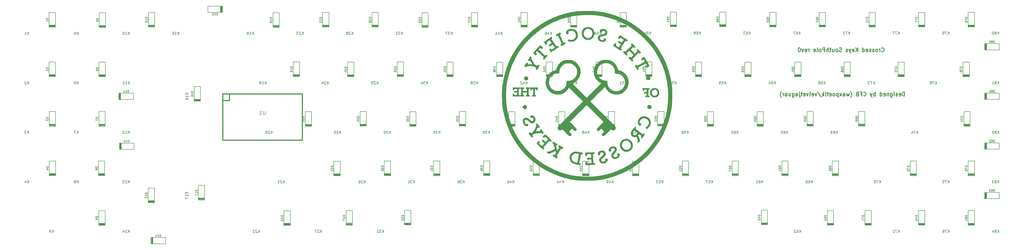
<source format=gbr>
G04 #@! TF.GenerationSoftware,KiCad,Pcbnew,(5.0.0)*
G04 #@! TF.CreationDate,2018-09-24T14:53:37-06:00*
G04 #@! TF.ProjectId,SouthPole,536F757468506F6C652E6B696361645F,rev?*
G04 #@! TF.SameCoordinates,Original*
G04 #@! TF.FileFunction,Legend,Bot*
G04 #@! TF.FilePolarity,Positive*
%FSLAX46Y46*%
G04 Gerber Fmt 4.6, Leading zero omitted, Abs format (unit mm)*
G04 Created by KiCad (PCBNEW (5.0.0)) date 09/24/18 14:53:37*
%MOMM*%
%LPD*%
G01*
G04 APERTURE LIST*
%ADD10C,0.300000*%
%ADD11C,0.010000*%
%ADD12C,0.200000*%
%ADD13C,0.381000*%
%ADD14C,0.150000*%
%ADD15C,0.203200*%
G04 APERTURE END LIST*
D10*
X377071428Y-96928571D02*
X377071428Y-95428571D01*
X376714285Y-95428571D01*
X376500000Y-95500000D01*
X376357142Y-95642857D01*
X376285714Y-95785714D01*
X376214285Y-96071428D01*
X376214285Y-96285714D01*
X376285714Y-96571428D01*
X376357142Y-96714285D01*
X376500000Y-96857142D01*
X376714285Y-96928571D01*
X377071428Y-96928571D01*
X375000000Y-96857142D02*
X375142857Y-96928571D01*
X375428571Y-96928571D01*
X375571428Y-96857142D01*
X375642857Y-96714285D01*
X375642857Y-96142857D01*
X375571428Y-96000000D01*
X375428571Y-95928571D01*
X375142857Y-95928571D01*
X375000000Y-96000000D01*
X374928571Y-96142857D01*
X374928571Y-96285714D01*
X375642857Y-96428571D01*
X374357142Y-96857142D02*
X374214285Y-96928571D01*
X373928571Y-96928571D01*
X373785714Y-96857142D01*
X373714285Y-96714285D01*
X373714285Y-96642857D01*
X373785714Y-96500000D01*
X373928571Y-96428571D01*
X374142857Y-96428571D01*
X374285714Y-96357142D01*
X374357142Y-96214285D01*
X374357142Y-96142857D01*
X374285714Y-96000000D01*
X374142857Y-95928571D01*
X373928571Y-95928571D01*
X373785714Y-96000000D01*
X373071428Y-96928571D02*
X373071428Y-95928571D01*
X373071428Y-95428571D02*
X373142857Y-95500000D01*
X373071428Y-95571428D01*
X373000000Y-95500000D01*
X373071428Y-95428571D01*
X373071428Y-95571428D01*
X371714285Y-95928571D02*
X371714285Y-97142857D01*
X371785714Y-97285714D01*
X371857142Y-97357142D01*
X372000000Y-97428571D01*
X372214285Y-97428571D01*
X372357142Y-97357142D01*
X371714285Y-96857142D02*
X371857142Y-96928571D01*
X372142857Y-96928571D01*
X372285714Y-96857142D01*
X372357142Y-96785714D01*
X372428571Y-96642857D01*
X372428571Y-96214285D01*
X372357142Y-96071428D01*
X372285714Y-96000000D01*
X372142857Y-95928571D01*
X371857142Y-95928571D01*
X371714285Y-96000000D01*
X371000000Y-95928571D02*
X371000000Y-96928571D01*
X371000000Y-96071428D02*
X370928571Y-96000000D01*
X370785714Y-95928571D01*
X370571428Y-95928571D01*
X370428571Y-96000000D01*
X370357142Y-96142857D01*
X370357142Y-96928571D01*
X369071428Y-96857142D02*
X369214285Y-96928571D01*
X369500000Y-96928571D01*
X369642857Y-96857142D01*
X369714285Y-96714285D01*
X369714285Y-96142857D01*
X369642857Y-96000000D01*
X369500000Y-95928571D01*
X369214285Y-95928571D01*
X369071428Y-96000000D01*
X369000000Y-96142857D01*
X369000000Y-96285714D01*
X369714285Y-96428571D01*
X367714285Y-96928571D02*
X367714285Y-95428571D01*
X367714285Y-96857142D02*
X367857142Y-96928571D01*
X368142857Y-96928571D01*
X368285714Y-96857142D01*
X368357142Y-96785714D01*
X368428571Y-96642857D01*
X368428571Y-96214285D01*
X368357142Y-96071428D01*
X368285714Y-96000000D01*
X368142857Y-95928571D01*
X367857142Y-95928571D01*
X367714285Y-96000000D01*
X365857142Y-96928571D02*
X365857142Y-95428571D01*
X365857142Y-96000000D02*
X365714285Y-95928571D01*
X365428571Y-95928571D01*
X365285714Y-96000000D01*
X365214285Y-96071428D01*
X365142857Y-96214285D01*
X365142857Y-96642857D01*
X365214285Y-96785714D01*
X365285714Y-96857142D01*
X365428571Y-96928571D01*
X365714285Y-96928571D01*
X365857142Y-96857142D01*
X364642857Y-95928571D02*
X364285714Y-96928571D01*
X363928571Y-95928571D02*
X364285714Y-96928571D01*
X364428571Y-97285714D01*
X364500000Y-97357142D01*
X364642857Y-97428571D01*
X361357142Y-96785714D02*
X361428571Y-96857142D01*
X361642857Y-96928571D01*
X361785714Y-96928571D01*
X362000000Y-96857142D01*
X362142857Y-96714285D01*
X362214285Y-96571428D01*
X362285714Y-96285714D01*
X362285714Y-96071428D01*
X362214285Y-95785714D01*
X362142857Y-95642857D01*
X362000000Y-95500000D01*
X361785714Y-95428571D01*
X361642857Y-95428571D01*
X361428571Y-95500000D01*
X361357142Y-95571428D01*
X360214285Y-96142857D02*
X360714285Y-96142857D01*
X360714285Y-96928571D02*
X360714285Y-95428571D01*
X360000000Y-95428571D01*
X358928571Y-96142857D02*
X358714285Y-96214285D01*
X358642857Y-96285714D01*
X358571428Y-96428571D01*
X358571428Y-96642857D01*
X358642857Y-96785714D01*
X358714285Y-96857142D01*
X358857142Y-96928571D01*
X359428571Y-96928571D01*
X359428571Y-95428571D01*
X358928571Y-95428571D01*
X358785714Y-95500000D01*
X358714285Y-95571428D01*
X358642857Y-95714285D01*
X358642857Y-95857142D01*
X358714285Y-96000000D01*
X358785714Y-96071428D01*
X358928571Y-96142857D01*
X359428571Y-96142857D01*
X356357142Y-97500000D02*
X356428571Y-97428571D01*
X356571428Y-97214285D01*
X356642857Y-97071428D01*
X356714285Y-96857142D01*
X356785714Y-96500000D01*
X356785714Y-96214285D01*
X356714285Y-95857142D01*
X356642857Y-95642857D01*
X356571428Y-95500000D01*
X356428571Y-95285714D01*
X356357142Y-95214285D01*
X355928571Y-95928571D02*
X355642857Y-96928571D01*
X355357142Y-96214285D01*
X355071428Y-96928571D01*
X354785714Y-95928571D01*
X353571428Y-96928571D02*
X353571428Y-96142857D01*
X353642857Y-96000000D01*
X353785714Y-95928571D01*
X354071428Y-95928571D01*
X354214285Y-96000000D01*
X353571428Y-96857142D02*
X353714285Y-96928571D01*
X354071428Y-96928571D01*
X354214285Y-96857142D01*
X354285714Y-96714285D01*
X354285714Y-96571428D01*
X354214285Y-96428571D01*
X354071428Y-96357142D01*
X353714285Y-96357142D01*
X353571428Y-96285714D01*
X353000000Y-96928571D02*
X352214285Y-95928571D01*
X353000000Y-95928571D02*
X352214285Y-96928571D01*
X351642857Y-95928571D02*
X351642857Y-97428571D01*
X351642857Y-96000000D02*
X351500000Y-95928571D01*
X351214285Y-95928571D01*
X351071428Y-96000000D01*
X351000000Y-96071428D01*
X350928571Y-96214285D01*
X350928571Y-96642857D01*
X351000000Y-96785714D01*
X351071428Y-96857142D01*
X351214285Y-96928571D01*
X351500000Y-96928571D01*
X351642857Y-96857142D01*
X350071428Y-96928571D02*
X350214285Y-96857142D01*
X350285714Y-96785714D01*
X350357142Y-96642857D01*
X350357142Y-96214285D01*
X350285714Y-96071428D01*
X350214285Y-96000000D01*
X350071428Y-95928571D01*
X349857142Y-95928571D01*
X349714285Y-96000000D01*
X349642857Y-96071428D01*
X349571428Y-96214285D01*
X349571428Y-96642857D01*
X349642857Y-96785714D01*
X349714285Y-96857142D01*
X349857142Y-96928571D01*
X350071428Y-96928571D01*
X348357142Y-96857142D02*
X348500000Y-96928571D01*
X348785714Y-96928571D01*
X348928571Y-96857142D01*
X349000000Y-96714285D01*
X349000000Y-96142857D01*
X348928571Y-96000000D01*
X348785714Y-95928571D01*
X348500000Y-95928571D01*
X348357142Y-96000000D01*
X348285714Y-96142857D01*
X348285714Y-96285714D01*
X349000000Y-96428571D01*
X347857142Y-95928571D02*
X347285714Y-95928571D01*
X347642857Y-95428571D02*
X347642857Y-96714285D01*
X347571428Y-96857142D01*
X347428571Y-96928571D01*
X347285714Y-96928571D01*
X346785714Y-96928571D02*
X346785714Y-95928571D01*
X346785714Y-95428571D02*
X346857142Y-95500000D01*
X346785714Y-95571428D01*
X346714285Y-95500000D01*
X346785714Y-95428571D01*
X346785714Y-95571428D01*
X346071428Y-96928571D02*
X346071428Y-95428571D01*
X345928571Y-96357142D02*
X345500000Y-96928571D01*
X345500000Y-95928571D02*
X346071428Y-96500000D01*
X343785714Y-95357142D02*
X345071428Y-97285714D01*
X343428571Y-95928571D02*
X343071428Y-96928571D01*
X342714285Y-95928571D01*
X341571428Y-96857142D02*
X341714285Y-96928571D01*
X342000000Y-96928571D01*
X342142857Y-96857142D01*
X342214285Y-96714285D01*
X342214285Y-96142857D01*
X342142857Y-96000000D01*
X342000000Y-95928571D01*
X341714285Y-95928571D01*
X341571428Y-96000000D01*
X341500000Y-96142857D01*
X341500000Y-96285714D01*
X342214285Y-96428571D01*
X340642857Y-96928571D02*
X340785714Y-96857142D01*
X340857142Y-96714285D01*
X340857142Y-95428571D01*
X340214285Y-95928571D02*
X339857142Y-96928571D01*
X339500000Y-95928571D01*
X338357142Y-96857142D02*
X338500000Y-96928571D01*
X338785714Y-96928571D01*
X338928571Y-96857142D01*
X339000000Y-96714285D01*
X339000000Y-96142857D01*
X338928571Y-96000000D01*
X338785714Y-95928571D01*
X338500000Y-95928571D01*
X338357142Y-96000000D01*
X338285714Y-96142857D01*
X338285714Y-96285714D01*
X339000000Y-96428571D01*
X337857142Y-95928571D02*
X337285714Y-95928571D01*
X337642857Y-95428571D02*
X337642857Y-96714285D01*
X337571428Y-96857142D01*
X337428571Y-96928571D01*
X337285714Y-96928571D01*
X336785714Y-95928571D02*
X336785714Y-97214285D01*
X336857142Y-97357142D01*
X337000000Y-97428571D01*
X337071428Y-97428571D01*
X336785714Y-95428571D02*
X336857142Y-95500000D01*
X336785714Y-95571428D01*
X336714285Y-95500000D01*
X336785714Y-95428571D01*
X336785714Y-95571428D01*
X335428571Y-96928571D02*
X335428571Y-96142857D01*
X335500000Y-96000000D01*
X335642857Y-95928571D01*
X335928571Y-95928571D01*
X336071428Y-96000000D01*
X335428571Y-96857142D02*
X335571428Y-96928571D01*
X335928571Y-96928571D01*
X336071428Y-96857142D01*
X336142857Y-96714285D01*
X336142857Y-96571428D01*
X336071428Y-96428571D01*
X335928571Y-96357142D01*
X335571428Y-96357142D01*
X335428571Y-96285714D01*
X334071428Y-95928571D02*
X334071428Y-97142857D01*
X334142857Y-97285714D01*
X334214285Y-97357142D01*
X334357142Y-97428571D01*
X334571428Y-97428571D01*
X334714285Y-97357142D01*
X334071428Y-96857142D02*
X334214285Y-96928571D01*
X334500000Y-96928571D01*
X334642857Y-96857142D01*
X334714285Y-96785714D01*
X334785714Y-96642857D01*
X334785714Y-96214285D01*
X334714285Y-96071428D01*
X334642857Y-96000000D01*
X334500000Y-95928571D01*
X334214285Y-95928571D01*
X334071428Y-96000000D01*
X332714285Y-95928571D02*
X332714285Y-96928571D01*
X333357142Y-95928571D02*
X333357142Y-96714285D01*
X333285714Y-96857142D01*
X333142857Y-96928571D01*
X332928571Y-96928571D01*
X332785714Y-96857142D01*
X332714285Y-96785714D01*
X331357142Y-96928571D02*
X331357142Y-96142857D01*
X331428571Y-96000000D01*
X331571428Y-95928571D01*
X331857142Y-95928571D01*
X332000000Y-96000000D01*
X331357142Y-96857142D02*
X331500000Y-96928571D01*
X331857142Y-96928571D01*
X332000000Y-96857142D01*
X332071428Y-96714285D01*
X332071428Y-96571428D01*
X332000000Y-96428571D01*
X331857142Y-96357142D01*
X331500000Y-96357142D01*
X331357142Y-96285714D01*
X330642857Y-96928571D02*
X330642857Y-95928571D01*
X330642857Y-96214285D02*
X330571428Y-96071428D01*
X330500000Y-96000000D01*
X330357142Y-95928571D01*
X330214285Y-95928571D01*
X329857142Y-97500000D02*
X329785714Y-97428571D01*
X329642857Y-97214285D01*
X329571428Y-97071428D01*
X329500000Y-96857142D01*
X329428571Y-96500000D01*
X329428571Y-96214285D01*
X329500000Y-95857142D01*
X329571428Y-95642857D01*
X329642857Y-95500000D01*
X329785714Y-95285714D01*
X329857142Y-95214285D01*
X368285714Y-79785714D02*
X368357142Y-79857142D01*
X368571428Y-79928571D01*
X368714285Y-79928571D01*
X368928571Y-79857142D01*
X369071428Y-79714285D01*
X369142857Y-79571428D01*
X369214285Y-79285714D01*
X369214285Y-79071428D01*
X369142857Y-78785714D01*
X369071428Y-78642857D01*
X368928571Y-78500000D01*
X368714285Y-78428571D01*
X368571428Y-78428571D01*
X368357142Y-78500000D01*
X368285714Y-78571428D01*
X367642857Y-79928571D02*
X367642857Y-78928571D01*
X367642857Y-79214285D02*
X367571428Y-79071428D01*
X367500000Y-79000000D01*
X367357142Y-78928571D01*
X367214285Y-78928571D01*
X366500000Y-79928571D02*
X366642857Y-79857142D01*
X366714285Y-79785714D01*
X366785714Y-79642857D01*
X366785714Y-79214285D01*
X366714285Y-79071428D01*
X366642857Y-79000000D01*
X366500000Y-78928571D01*
X366285714Y-78928571D01*
X366142857Y-79000000D01*
X366071428Y-79071428D01*
X366000000Y-79214285D01*
X366000000Y-79642857D01*
X366071428Y-79785714D01*
X366142857Y-79857142D01*
X366285714Y-79928571D01*
X366500000Y-79928571D01*
X365428571Y-79857142D02*
X365285714Y-79928571D01*
X365000000Y-79928571D01*
X364857142Y-79857142D01*
X364785714Y-79714285D01*
X364785714Y-79642857D01*
X364857142Y-79500000D01*
X365000000Y-79428571D01*
X365214285Y-79428571D01*
X365357142Y-79357142D01*
X365428571Y-79214285D01*
X365428571Y-79142857D01*
X365357142Y-79000000D01*
X365214285Y-78928571D01*
X365000000Y-78928571D01*
X364857142Y-79000000D01*
X364214285Y-79857142D02*
X364071428Y-79928571D01*
X363785714Y-79928571D01*
X363642857Y-79857142D01*
X363571428Y-79714285D01*
X363571428Y-79642857D01*
X363642857Y-79500000D01*
X363785714Y-79428571D01*
X364000000Y-79428571D01*
X364142857Y-79357142D01*
X364214285Y-79214285D01*
X364214285Y-79142857D01*
X364142857Y-79000000D01*
X364000000Y-78928571D01*
X363785714Y-78928571D01*
X363642857Y-79000000D01*
X362357142Y-79857142D02*
X362500000Y-79928571D01*
X362785714Y-79928571D01*
X362928571Y-79857142D01*
X363000000Y-79714285D01*
X363000000Y-79142857D01*
X362928571Y-79000000D01*
X362785714Y-78928571D01*
X362500000Y-78928571D01*
X362357142Y-79000000D01*
X362285714Y-79142857D01*
X362285714Y-79285714D01*
X363000000Y-79428571D01*
X361000000Y-79928571D02*
X361000000Y-78428571D01*
X361000000Y-79857142D02*
X361142857Y-79928571D01*
X361428571Y-79928571D01*
X361571428Y-79857142D01*
X361642857Y-79785714D01*
X361714285Y-79642857D01*
X361714285Y-79214285D01*
X361642857Y-79071428D01*
X361571428Y-79000000D01*
X361428571Y-78928571D01*
X361142857Y-78928571D01*
X361000000Y-79000000D01*
X359142857Y-79928571D02*
X359142857Y-78428571D01*
X358285714Y-79928571D02*
X358928571Y-79071428D01*
X358285714Y-78428571D02*
X359142857Y-79285714D01*
X357071428Y-79857142D02*
X357214285Y-79928571D01*
X357500000Y-79928571D01*
X357642857Y-79857142D01*
X357714285Y-79714285D01*
X357714285Y-79142857D01*
X357642857Y-79000000D01*
X357500000Y-78928571D01*
X357214285Y-78928571D01*
X357071428Y-79000000D01*
X357000000Y-79142857D01*
X357000000Y-79285714D01*
X357714285Y-79428571D01*
X356500000Y-78928571D02*
X356142857Y-79928571D01*
X355785714Y-78928571D02*
X356142857Y-79928571D01*
X356285714Y-80285714D01*
X356357142Y-80357142D01*
X356500000Y-80428571D01*
X355285714Y-79857142D02*
X355142857Y-79928571D01*
X354857142Y-79928571D01*
X354714285Y-79857142D01*
X354642857Y-79714285D01*
X354642857Y-79642857D01*
X354714285Y-79500000D01*
X354857142Y-79428571D01*
X355071428Y-79428571D01*
X355214285Y-79357142D01*
X355285714Y-79214285D01*
X355285714Y-79142857D01*
X355214285Y-79000000D01*
X355071428Y-78928571D01*
X354857142Y-78928571D01*
X354714285Y-79000000D01*
X352928571Y-79857142D02*
X352714285Y-79928571D01*
X352357142Y-79928571D01*
X352214285Y-79857142D01*
X352142857Y-79785714D01*
X352071428Y-79642857D01*
X352071428Y-79500000D01*
X352142857Y-79357142D01*
X352214285Y-79285714D01*
X352357142Y-79214285D01*
X352642857Y-79142857D01*
X352785714Y-79071428D01*
X352857142Y-79000000D01*
X352928571Y-78857142D01*
X352928571Y-78714285D01*
X352857142Y-78571428D01*
X352785714Y-78500000D01*
X352642857Y-78428571D01*
X352285714Y-78428571D01*
X352071428Y-78500000D01*
X351214285Y-79928571D02*
X351357142Y-79857142D01*
X351428571Y-79785714D01*
X351500000Y-79642857D01*
X351500000Y-79214285D01*
X351428571Y-79071428D01*
X351357142Y-79000000D01*
X351214285Y-78928571D01*
X351000000Y-78928571D01*
X350857142Y-79000000D01*
X350785714Y-79071428D01*
X350714285Y-79214285D01*
X350714285Y-79642857D01*
X350785714Y-79785714D01*
X350857142Y-79857142D01*
X351000000Y-79928571D01*
X351214285Y-79928571D01*
X349428571Y-78928571D02*
X349428571Y-79928571D01*
X350071428Y-78928571D02*
X350071428Y-79714285D01*
X350000000Y-79857142D01*
X349857142Y-79928571D01*
X349642857Y-79928571D01*
X349500000Y-79857142D01*
X349428571Y-79785714D01*
X348928571Y-78928571D02*
X348357142Y-78928571D01*
X348714285Y-78428571D02*
X348714285Y-79714285D01*
X348642857Y-79857142D01*
X348500000Y-79928571D01*
X348357142Y-79928571D01*
X347857142Y-79928571D02*
X347857142Y-78428571D01*
X347214285Y-79928571D02*
X347214285Y-79142857D01*
X347285714Y-79000000D01*
X347428571Y-78928571D01*
X347642857Y-78928571D01*
X347785714Y-79000000D01*
X347857142Y-79071428D01*
X346500000Y-79928571D02*
X346500000Y-78428571D01*
X345928571Y-78428571D01*
X345785714Y-78500000D01*
X345714285Y-78571428D01*
X345642857Y-78714285D01*
X345642857Y-78928571D01*
X345714285Y-79071428D01*
X345785714Y-79142857D01*
X345928571Y-79214285D01*
X346500000Y-79214285D01*
X344785714Y-79928571D02*
X344928571Y-79857142D01*
X345000000Y-79785714D01*
X345071428Y-79642857D01*
X345071428Y-79214285D01*
X345000000Y-79071428D01*
X344928571Y-79000000D01*
X344785714Y-78928571D01*
X344571428Y-78928571D01*
X344428571Y-79000000D01*
X344357142Y-79071428D01*
X344285714Y-79214285D01*
X344285714Y-79642857D01*
X344357142Y-79785714D01*
X344428571Y-79857142D01*
X344571428Y-79928571D01*
X344785714Y-79928571D01*
X343428571Y-79928571D02*
X343571428Y-79857142D01*
X343642857Y-79714285D01*
X343642857Y-78428571D01*
X342285714Y-79857142D02*
X342428571Y-79928571D01*
X342714285Y-79928571D01*
X342857142Y-79857142D01*
X342928571Y-79714285D01*
X342928571Y-79142857D01*
X342857142Y-79000000D01*
X342714285Y-78928571D01*
X342428571Y-78928571D01*
X342285714Y-79000000D01*
X342214285Y-79142857D01*
X342214285Y-79285714D01*
X342928571Y-79428571D01*
X340428571Y-79928571D02*
X340428571Y-78928571D01*
X340428571Y-79214285D02*
X340357142Y-79071428D01*
X340285714Y-79000000D01*
X340142857Y-78928571D01*
X340000000Y-78928571D01*
X338928571Y-79857142D02*
X339071428Y-79928571D01*
X339357142Y-79928571D01*
X339500000Y-79857142D01*
X339571428Y-79714285D01*
X339571428Y-79142857D01*
X339500000Y-79000000D01*
X339357142Y-78928571D01*
X339071428Y-78928571D01*
X338928571Y-79000000D01*
X338857142Y-79142857D01*
X338857142Y-79285714D01*
X339571428Y-79428571D01*
X338357142Y-78928571D02*
X338000000Y-79928571D01*
X337642857Y-78928571D01*
X336785714Y-78428571D02*
X336642857Y-78428571D01*
X336500000Y-78500000D01*
X336428571Y-78571428D01*
X336357142Y-78714285D01*
X336285714Y-79000000D01*
X336285714Y-79357142D01*
X336357142Y-79642857D01*
X336428571Y-79785714D01*
X336500000Y-79857142D01*
X336642857Y-79928571D01*
X336785714Y-79928571D01*
X336928571Y-79857142D01*
X337000000Y-79785714D01*
X337071428Y-79642857D01*
X337142857Y-79357142D01*
X337142857Y-79000000D01*
X337071428Y-78714285D01*
X337000000Y-78571428D01*
X336928571Y-78500000D01*
X336785714Y-78428571D01*
D11*
G04 #@! TO.C,G\002A\002A\002A*
G36*
X255525025Y-70402610D02*
X254892477Y-70517988D01*
X254352864Y-70769419D01*
X253916966Y-71144891D01*
X253595559Y-71632391D01*
X253399421Y-72219905D01*
X253338876Y-72839334D01*
X253409389Y-73512702D01*
X253621283Y-74093041D01*
X253975088Y-74581317D01*
X254471334Y-74978494D01*
X254535182Y-75016982D01*
X254770323Y-75137385D01*
X255010114Y-75211884D01*
X255312936Y-75253940D01*
X255648092Y-75273613D01*
X256030514Y-75282311D01*
X256303551Y-75265052D01*
X256526303Y-75212784D01*
X256757875Y-75116457D01*
X256797000Y-75097660D01*
X257333231Y-74751802D01*
X257736985Y-74301929D01*
X258005072Y-73753377D01*
X258134306Y-73111482D01*
X258136430Y-73063493D01*
X257448388Y-73063493D01*
X257425244Y-73213621D01*
X257257909Y-73734545D01*
X256969757Y-74141378D01*
X256549958Y-74448779D01*
X256489728Y-74479927D01*
X256038312Y-74653060D01*
X255626356Y-74684995D01*
X255199905Y-74575768D01*
X254989638Y-74480940D01*
X254578099Y-74191729D01*
X254285106Y-73813275D01*
X254107844Y-73374099D01*
X254043494Y-72902720D01*
X254089241Y-72427657D01*
X254242268Y-71977430D01*
X254499757Y-71580558D01*
X254858893Y-71265562D01*
X255316859Y-71060960D01*
X255327703Y-71058003D01*
X255810747Y-71005523D01*
X256297968Y-71112790D01*
X256641465Y-71278558D01*
X257026710Y-71595614D01*
X257297475Y-72018199D01*
X257441965Y-72517197D01*
X257448388Y-73063493D01*
X258136430Y-73063493D01*
X258146374Y-72838845D01*
X258075748Y-72176057D01*
X257865974Y-71599333D01*
X257530358Y-71121041D01*
X257082209Y-70753548D01*
X256534833Y-70509221D01*
X255901538Y-70400427D01*
X255525025Y-70402610D01*
X255525025Y-70402610D01*
G37*
X255525025Y-70402610D02*
X254892477Y-70517988D01*
X254352864Y-70769419D01*
X253916966Y-71144891D01*
X253595559Y-71632391D01*
X253399421Y-72219905D01*
X253338876Y-72839334D01*
X253409389Y-73512702D01*
X253621283Y-74093041D01*
X253975088Y-74581317D01*
X254471334Y-74978494D01*
X254535182Y-75016982D01*
X254770323Y-75137385D01*
X255010114Y-75211884D01*
X255312936Y-75253940D01*
X255648092Y-75273613D01*
X256030514Y-75282311D01*
X256303551Y-75265052D01*
X256526303Y-75212784D01*
X256757875Y-75116457D01*
X256797000Y-75097660D01*
X257333231Y-74751802D01*
X257736985Y-74301929D01*
X258005072Y-73753377D01*
X258134306Y-73111482D01*
X258136430Y-73063493D01*
X257448388Y-73063493D01*
X257425244Y-73213621D01*
X257257909Y-73734545D01*
X256969757Y-74141378D01*
X256549958Y-74448779D01*
X256489728Y-74479927D01*
X256038312Y-74653060D01*
X255626356Y-74684995D01*
X255199905Y-74575768D01*
X254989638Y-74480940D01*
X254578099Y-74191729D01*
X254285106Y-73813275D01*
X254107844Y-73374099D01*
X254043494Y-72902720D01*
X254089241Y-72427657D01*
X254242268Y-71977430D01*
X254499757Y-71580558D01*
X254858893Y-71265562D01*
X255316859Y-71060960D01*
X255327703Y-71058003D01*
X255810747Y-71005523D01*
X256297968Y-71112790D01*
X256641465Y-71278558D01*
X257026710Y-71595614D01*
X257297475Y-72018199D01*
X257441965Y-72517197D01*
X257448388Y-73063493D01*
X258136430Y-73063493D01*
X258146374Y-72838845D01*
X258075748Y-72176057D01*
X257865974Y-71599333D01*
X257530358Y-71121041D01*
X257082209Y-70753548D01*
X256534833Y-70509221D01*
X255901538Y-70400427D01*
X255525025Y-70402610D01*
G36*
X248906642Y-71100557D02*
X248351082Y-71262709D01*
X247868936Y-71571146D01*
X247729379Y-71700165D01*
X247432804Y-72067774D01*
X247296280Y-72413988D01*
X247321578Y-72731915D01*
X247418289Y-72910443D01*
X247629133Y-73115012D01*
X247849029Y-73156593D01*
X248080496Y-73056058D01*
X248225178Y-72895650D01*
X248289610Y-72694514D01*
X248260290Y-72518358D01*
X248203333Y-72458334D01*
X248121986Y-72340692D01*
X248175476Y-72195642D01*
X248335678Y-72041784D01*
X248574467Y-71897720D01*
X248863717Y-71782051D01*
X249175304Y-71713379D01*
X249346333Y-71702381D01*
X249839096Y-71780708D01*
X250277179Y-71997975D01*
X250641670Y-72327606D01*
X250913660Y-72743030D01*
X251074237Y-73217672D01*
X251104490Y-73724960D01*
X251039192Y-74081164D01*
X250814963Y-74580961D01*
X250478344Y-74966580D01*
X250050808Y-75227549D01*
X249553830Y-75353392D01*
X249008882Y-75333636D01*
X248656058Y-75243578D01*
X248414470Y-75167421D01*
X248278289Y-75151970D01*
X248194205Y-75198913D01*
X248145100Y-75259760D01*
X248039388Y-75482630D01*
X248091054Y-75660465D01*
X248305225Y-75806641D01*
X248364327Y-75831785D01*
X248858571Y-75967342D01*
X249398131Y-76015397D01*
X249867563Y-75972484D01*
X250432789Y-75775691D01*
X250946523Y-75447556D01*
X251370578Y-75018571D01*
X251655981Y-74544483D01*
X251760056Y-74160389D01*
X251796682Y-73687409D01*
X251767605Y-73191210D01*
X251674569Y-72737458D01*
X251602810Y-72543000D01*
X251264901Y-71977915D01*
X250823141Y-71542453D01*
X250288701Y-71244565D01*
X249672750Y-71092203D01*
X249548159Y-71080415D01*
X248906642Y-71100557D01*
X248906642Y-71100557D01*
G37*
X248906642Y-71100557D02*
X248351082Y-71262709D01*
X247868936Y-71571146D01*
X247729379Y-71700165D01*
X247432804Y-72067774D01*
X247296280Y-72413988D01*
X247321578Y-72731915D01*
X247418289Y-72910443D01*
X247629133Y-73115012D01*
X247849029Y-73156593D01*
X248080496Y-73056058D01*
X248225178Y-72895650D01*
X248289610Y-72694514D01*
X248260290Y-72518358D01*
X248203333Y-72458334D01*
X248121986Y-72340692D01*
X248175476Y-72195642D01*
X248335678Y-72041784D01*
X248574467Y-71897720D01*
X248863717Y-71782051D01*
X249175304Y-71713379D01*
X249346333Y-71702381D01*
X249839096Y-71780708D01*
X250277179Y-71997975D01*
X250641670Y-72327606D01*
X250913660Y-72743030D01*
X251074237Y-73217672D01*
X251104490Y-73724960D01*
X251039192Y-74081164D01*
X250814963Y-74580961D01*
X250478344Y-74966580D01*
X250050808Y-75227549D01*
X249553830Y-75353392D01*
X249008882Y-75333636D01*
X248656058Y-75243578D01*
X248414470Y-75167421D01*
X248278289Y-75151970D01*
X248194205Y-75198913D01*
X248145100Y-75259760D01*
X248039388Y-75482630D01*
X248091054Y-75660465D01*
X248305225Y-75806641D01*
X248364327Y-75831785D01*
X248858571Y-75967342D01*
X249398131Y-76015397D01*
X249867563Y-75972484D01*
X250432789Y-75775691D01*
X250946523Y-75447556D01*
X251370578Y-75018571D01*
X251655981Y-74544483D01*
X251760056Y-74160389D01*
X251796682Y-73687409D01*
X251767605Y-73191210D01*
X251674569Y-72737458D01*
X251602810Y-72543000D01*
X251264901Y-71977915D01*
X250823141Y-71542453D01*
X250288701Y-71244565D01*
X249672750Y-71092203D01*
X249548159Y-71080415D01*
X248906642Y-71100557D01*
G36*
X260986024Y-71164405D02*
X260656243Y-71293323D01*
X260418591Y-71526893D01*
X260322615Y-71692376D01*
X260252149Y-71921344D01*
X260301948Y-72134343D01*
X260394489Y-72272411D01*
X260539829Y-72320419D01*
X260713333Y-72315248D01*
X260933026Y-72276533D01*
X261048701Y-72176219D01*
X261111342Y-72013834D01*
X261186618Y-71828640D01*
X261306022Y-71752433D01*
X261500988Y-71738667D01*
X261777028Y-71787415D01*
X262056988Y-71911970D01*
X262285800Y-72079800D01*
X262408396Y-72258372D01*
X262413078Y-72277508D01*
X262418159Y-72565888D01*
X262301424Y-72793364D01*
X262050875Y-72969118D01*
X261654517Y-73102329D01*
X261228961Y-73183745D01*
X260617757Y-73310033D01*
X260158057Y-73486265D01*
X259836549Y-73723533D01*
X259639920Y-74032930D01*
X259554859Y-74425548D01*
X259548983Y-74583646D01*
X259620150Y-75045533D01*
X259837740Y-75427398D01*
X260206779Y-75737324D01*
X260300002Y-75791830D01*
X260657999Y-75929546D01*
X261095619Y-76013029D01*
X261539334Y-76034161D01*
X261915616Y-75984825D01*
X261951566Y-75974163D01*
X262281221Y-75805444D01*
X262506613Y-75560487D01*
X262596284Y-75274380D01*
X262596666Y-75254508D01*
X262544812Y-74974999D01*
X262384047Y-74822704D01*
X262173333Y-74786667D01*
X261913904Y-74848727D01*
X261772997Y-75027901D01*
X261750000Y-75182987D01*
X261679453Y-75354827D01*
X261480289Y-75438597D01*
X261171220Y-75429696D01*
X260948229Y-75380051D01*
X260561000Y-75217660D01*
X260326224Y-74987140D01*
X260238955Y-74682806D01*
X260241480Y-74567631D01*
X260303451Y-74326340D01*
X260457749Y-74143489D01*
X260725442Y-74006665D01*
X261127604Y-73903450D01*
X261459232Y-73850130D01*
X262068844Y-73723513D01*
X262527691Y-73530731D01*
X262842225Y-73268521D01*
X262956368Y-73092879D01*
X263097243Y-72651107D01*
X263084010Y-72230375D01*
X262931891Y-71850411D01*
X262656106Y-71530946D01*
X262271875Y-71291707D01*
X261794421Y-71152424D01*
X261438014Y-71124833D01*
X260986024Y-71164405D01*
X260986024Y-71164405D01*
G37*
X260986024Y-71164405D02*
X260656243Y-71293323D01*
X260418591Y-71526893D01*
X260322615Y-71692376D01*
X260252149Y-71921344D01*
X260301948Y-72134343D01*
X260394489Y-72272411D01*
X260539829Y-72320419D01*
X260713333Y-72315248D01*
X260933026Y-72276533D01*
X261048701Y-72176219D01*
X261111342Y-72013834D01*
X261186618Y-71828640D01*
X261306022Y-71752433D01*
X261500988Y-71738667D01*
X261777028Y-71787415D01*
X262056988Y-71911970D01*
X262285800Y-72079800D01*
X262408396Y-72258372D01*
X262413078Y-72277508D01*
X262418159Y-72565888D01*
X262301424Y-72793364D01*
X262050875Y-72969118D01*
X261654517Y-73102329D01*
X261228961Y-73183745D01*
X260617757Y-73310033D01*
X260158057Y-73486265D01*
X259836549Y-73723533D01*
X259639920Y-74032930D01*
X259554859Y-74425548D01*
X259548983Y-74583646D01*
X259620150Y-75045533D01*
X259837740Y-75427398D01*
X260206779Y-75737324D01*
X260300002Y-75791830D01*
X260657999Y-75929546D01*
X261095619Y-76013029D01*
X261539334Y-76034161D01*
X261915616Y-75984825D01*
X261951566Y-75974163D01*
X262281221Y-75805444D01*
X262506613Y-75560487D01*
X262596284Y-75274380D01*
X262596666Y-75254508D01*
X262544812Y-74974999D01*
X262384047Y-74822704D01*
X262173333Y-74786667D01*
X261913904Y-74848727D01*
X261772997Y-75027901D01*
X261750000Y-75182987D01*
X261679453Y-75354827D01*
X261480289Y-75438597D01*
X261171220Y-75429696D01*
X260948229Y-75380051D01*
X260561000Y-75217660D01*
X260326224Y-74987140D01*
X260238955Y-74682806D01*
X260241480Y-74567631D01*
X260303451Y-74326340D01*
X260457749Y-74143489D01*
X260725442Y-74006665D01*
X261127604Y-73903450D01*
X261459232Y-73850130D01*
X262068844Y-73723513D01*
X262527691Y-73530731D01*
X262842225Y-73268521D01*
X262956368Y-73092879D01*
X263097243Y-72651107D01*
X263084010Y-72230375D01*
X262931891Y-71850411D01*
X262656106Y-71530946D01*
X262271875Y-71291707D01*
X261794421Y-71152424D01*
X261438014Y-71124833D01*
X260986024Y-71164405D01*
G36*
X244946556Y-72578640D02*
X244735540Y-72661029D01*
X244413102Y-72806864D01*
X244266963Y-72874947D01*
X243925039Y-73036245D01*
X243644307Y-73171537D01*
X243457612Y-73264813D01*
X243397783Y-73298662D01*
X243410258Y-73386314D01*
X243479797Y-73550141D01*
X243572579Y-73723443D01*
X243654784Y-73839518D01*
X243680045Y-73855334D01*
X243778769Y-73820256D01*
X243956151Y-73735485D01*
X243963307Y-73731795D01*
X244202204Y-73608256D01*
X244938911Y-75188939D01*
X245187676Y-75722658D01*
X245370785Y-76124335D01*
X245492380Y-76416209D01*
X245556605Y-76620515D01*
X245567604Y-76759493D01*
X245529519Y-76855377D01*
X245446495Y-76930406D01*
X245322674Y-77006817D01*
X245282126Y-77030966D01*
X245191260Y-77115633D01*
X245201574Y-77241161D01*
X245246049Y-77348466D01*
X245361653Y-77511679D01*
X245486423Y-77573721D01*
X245618401Y-77536445D01*
X245861711Y-77442101D01*
X246175187Y-77307224D01*
X246361833Y-77222108D01*
X246740140Y-77035635D01*
X246975829Y-76885838D01*
X247085545Y-76751865D01*
X247085931Y-76612864D01*
X246993632Y-76447984D01*
X246987020Y-76438875D01*
X246892177Y-76339774D01*
X246776776Y-76330592D01*
X246590429Y-76397089D01*
X246392506Y-76456288D01*
X246286459Y-76441758D01*
X246281689Y-76433230D01*
X246238712Y-76334973D01*
X246135199Y-76108096D01*
X245982544Y-75777276D01*
X245792139Y-75367188D01*
X245575378Y-74902511D01*
X245542037Y-74831212D01*
X244830181Y-73309423D01*
X245077424Y-73205466D01*
X245276210Y-73057273D01*
X245316695Y-72854662D01*
X245213937Y-72635600D01*
X245155467Y-72573580D01*
X245076436Y-72552042D01*
X244946556Y-72578640D01*
X244946556Y-72578640D01*
G37*
X244946556Y-72578640D02*
X244735540Y-72661029D01*
X244413102Y-72806864D01*
X244266963Y-72874947D01*
X243925039Y-73036245D01*
X243644307Y-73171537D01*
X243457612Y-73264813D01*
X243397783Y-73298662D01*
X243410258Y-73386314D01*
X243479797Y-73550141D01*
X243572579Y-73723443D01*
X243654784Y-73839518D01*
X243680045Y-73855334D01*
X243778769Y-73820256D01*
X243956151Y-73735485D01*
X243963307Y-73731795D01*
X244202204Y-73608256D01*
X244938911Y-75188939D01*
X245187676Y-75722658D01*
X245370785Y-76124335D01*
X245492380Y-76416209D01*
X245556605Y-76620515D01*
X245567604Y-76759493D01*
X245529519Y-76855377D01*
X245446495Y-76930406D01*
X245322674Y-77006817D01*
X245282126Y-77030966D01*
X245191260Y-77115633D01*
X245201574Y-77241161D01*
X245246049Y-77348466D01*
X245361653Y-77511679D01*
X245486423Y-77573721D01*
X245618401Y-77536445D01*
X245861711Y-77442101D01*
X246175187Y-77307224D01*
X246361833Y-77222108D01*
X246740140Y-77035635D01*
X246975829Y-76885838D01*
X247085545Y-76751865D01*
X247085931Y-76612864D01*
X246993632Y-76447984D01*
X246987020Y-76438875D01*
X246892177Y-76339774D01*
X246776776Y-76330592D01*
X246590429Y-76397089D01*
X246392506Y-76456288D01*
X246286459Y-76441758D01*
X246281689Y-76433230D01*
X246238712Y-76334973D01*
X246135199Y-76108096D01*
X245982544Y-75777276D01*
X245792139Y-75367188D01*
X245575378Y-74902511D01*
X245542037Y-74831212D01*
X244830181Y-73309423D01*
X245077424Y-73205466D01*
X245276210Y-73057273D01*
X245316695Y-72854662D01*
X245213937Y-72635600D01*
X245155467Y-72573580D01*
X245076436Y-72552042D01*
X244946556Y-72578640D01*
G36*
X267882355Y-73613351D02*
X267848489Y-73640069D01*
X267820785Y-73672326D01*
X267694550Y-73838220D01*
X267543786Y-74064336D01*
X267399410Y-74300273D01*
X267292340Y-74495630D01*
X267253333Y-74597396D01*
X267319185Y-74681072D01*
X267481371Y-74799520D01*
X267518698Y-74822246D01*
X267704646Y-74917079D01*
X267805391Y-74915832D01*
X267851568Y-74861667D01*
X267978861Y-74648347D01*
X268085136Y-74529661D01*
X268207691Y-74504137D01*
X268383824Y-74570299D01*
X268650833Y-74726674D01*
X268807065Y-74823894D01*
X269089124Y-75007198D01*
X269302113Y-75160047D01*
X269415349Y-75259698D01*
X269425201Y-75282075D01*
X269232189Y-75623727D01*
X269033927Y-75931923D01*
X268852505Y-76176501D01*
X268710011Y-76327299D01*
X268636300Y-76359331D01*
X268509794Y-76293336D01*
X268291335Y-76164000D01*
X268056240Y-76017074D01*
X267759107Y-75835110D01*
X267563348Y-75744897D01*
X267432840Y-75739353D01*
X267331457Y-75811396D01*
X267286526Y-75866167D01*
X267200450Y-76008931D01*
X267199359Y-76132113D01*
X267300857Y-76262968D01*
X267522545Y-76428755D01*
X267740166Y-76568618D01*
X268011539Y-76739392D01*
X268222012Y-76873486D01*
X268334880Y-76947468D01*
X268343650Y-76953914D01*
X268316367Y-77032710D01*
X268216329Y-77220242D01*
X268062124Y-77482659D01*
X267979766Y-77616554D01*
X267583899Y-78251697D01*
X266974116Y-77863300D01*
X266692523Y-77682699D01*
X266469299Y-77537207D01*
X266340243Y-77450245D01*
X266323590Y-77437653D01*
X266334478Y-77347997D01*
X266413359Y-77174270D01*
X266436381Y-77132882D01*
X266531911Y-76951159D01*
X266535973Y-76845672D01*
X266443220Y-76746854D01*
X266404245Y-76715014D01*
X266226715Y-76603250D01*
X266099902Y-76564667D01*
X266006460Y-76630202D01*
X265859954Y-76796606D01*
X265692805Y-77018580D01*
X265537439Y-77250824D01*
X265426278Y-77448038D01*
X265390756Y-77555433D01*
X265458585Y-77615743D01*
X265644536Y-77747837D01*
X265922376Y-77934976D01*
X266265877Y-78160420D01*
X266648808Y-78407430D01*
X267044937Y-78659267D01*
X267428035Y-78899192D01*
X267771870Y-79110464D01*
X268050213Y-79276345D01*
X268236832Y-79380096D01*
X268285226Y-79402570D01*
X268407364Y-79377323D01*
X268521168Y-79194322D01*
X268527376Y-79179573D01*
X268593288Y-78988469D01*
X268570994Y-78878479D01*
X268454810Y-78783831D01*
X268315451Y-78662281D01*
X268269333Y-78575799D01*
X268312452Y-78481078D01*
X268432697Y-78266513D01*
X268616404Y-77955195D01*
X268849909Y-77570215D01*
X269119546Y-77134665D01*
X269167343Y-77058292D01*
X269472823Y-76571971D01*
X269702617Y-76212311D01*
X269870927Y-75962470D01*
X269991956Y-75805604D01*
X270079907Y-75724870D01*
X270148982Y-75703425D01*
X270213384Y-75724424D01*
X270265031Y-75756500D01*
X270460394Y-75864614D01*
X270588523Y-75852724D01*
X270709552Y-75705981D01*
X270751775Y-75636308D01*
X270900059Y-75385283D01*
X270579529Y-75183974D01*
X269895891Y-74754613D01*
X269341548Y-74407214D01*
X268902227Y-74133957D01*
X268563651Y-73927018D01*
X268311548Y-73778577D01*
X268131641Y-73680812D01*
X268009657Y-73625900D01*
X267931320Y-73606020D01*
X267882355Y-73613351D01*
X267882355Y-73613351D01*
G37*
X267882355Y-73613351D02*
X267848489Y-73640069D01*
X267820785Y-73672326D01*
X267694550Y-73838220D01*
X267543786Y-74064336D01*
X267399410Y-74300273D01*
X267292340Y-74495630D01*
X267253333Y-74597396D01*
X267319185Y-74681072D01*
X267481371Y-74799520D01*
X267518698Y-74822246D01*
X267704646Y-74917079D01*
X267805391Y-74915832D01*
X267851568Y-74861667D01*
X267978861Y-74648347D01*
X268085136Y-74529661D01*
X268207691Y-74504137D01*
X268383824Y-74570299D01*
X268650833Y-74726674D01*
X268807065Y-74823894D01*
X269089124Y-75007198D01*
X269302113Y-75160047D01*
X269415349Y-75259698D01*
X269425201Y-75282075D01*
X269232189Y-75623727D01*
X269033927Y-75931923D01*
X268852505Y-76176501D01*
X268710011Y-76327299D01*
X268636300Y-76359331D01*
X268509794Y-76293336D01*
X268291335Y-76164000D01*
X268056240Y-76017074D01*
X267759107Y-75835110D01*
X267563348Y-75744897D01*
X267432840Y-75739353D01*
X267331457Y-75811396D01*
X267286526Y-75866167D01*
X267200450Y-76008931D01*
X267199359Y-76132113D01*
X267300857Y-76262968D01*
X267522545Y-76428755D01*
X267740166Y-76568618D01*
X268011539Y-76739392D01*
X268222012Y-76873486D01*
X268334880Y-76947468D01*
X268343650Y-76953914D01*
X268316367Y-77032710D01*
X268216329Y-77220242D01*
X268062124Y-77482659D01*
X267979766Y-77616554D01*
X267583899Y-78251697D01*
X266974116Y-77863300D01*
X266692523Y-77682699D01*
X266469299Y-77537207D01*
X266340243Y-77450245D01*
X266323590Y-77437653D01*
X266334478Y-77347997D01*
X266413359Y-77174270D01*
X266436381Y-77132882D01*
X266531911Y-76951159D01*
X266535973Y-76845672D01*
X266443220Y-76746854D01*
X266404245Y-76715014D01*
X266226715Y-76603250D01*
X266099902Y-76564667D01*
X266006460Y-76630202D01*
X265859954Y-76796606D01*
X265692805Y-77018580D01*
X265537439Y-77250824D01*
X265426278Y-77448038D01*
X265390756Y-77555433D01*
X265458585Y-77615743D01*
X265644536Y-77747837D01*
X265922376Y-77934976D01*
X266265877Y-78160420D01*
X266648808Y-78407430D01*
X267044937Y-78659267D01*
X267428035Y-78899192D01*
X267771870Y-79110464D01*
X268050213Y-79276345D01*
X268236832Y-79380096D01*
X268285226Y-79402570D01*
X268407364Y-79377323D01*
X268521168Y-79194322D01*
X268527376Y-79179573D01*
X268593288Y-78988469D01*
X268570994Y-78878479D01*
X268454810Y-78783831D01*
X268315451Y-78662281D01*
X268269333Y-78575799D01*
X268312452Y-78481078D01*
X268432697Y-78266513D01*
X268616404Y-77955195D01*
X268849909Y-77570215D01*
X269119546Y-77134665D01*
X269167343Y-77058292D01*
X269472823Y-76571971D01*
X269702617Y-76212311D01*
X269870927Y-75962470D01*
X269991956Y-75805604D01*
X270079907Y-75724870D01*
X270148982Y-75703425D01*
X270213384Y-75724424D01*
X270265031Y-75756500D01*
X270460394Y-75864614D01*
X270588523Y-75852724D01*
X270709552Y-75705981D01*
X270751775Y-75636308D01*
X270900059Y-75385283D01*
X270579529Y-75183974D01*
X269895891Y-74754613D01*
X269341548Y-74407214D01*
X268902227Y-74133957D01*
X268563651Y-73927018D01*
X268311548Y-73778577D01*
X268131641Y-73680812D01*
X268009657Y-73625900D01*
X267931320Y-73606020D01*
X267882355Y-73613351D01*
G36*
X241606431Y-74240422D02*
X241394911Y-74367660D01*
X241101482Y-74557670D01*
X240751920Y-74792409D01*
X240372002Y-75053836D01*
X239987503Y-75323907D01*
X239624202Y-75584579D01*
X239307873Y-75817810D01*
X239064294Y-76005556D01*
X238919242Y-76129775D01*
X238890000Y-76168102D01*
X238937788Y-76272806D01*
X239067022Y-76480211D01*
X239256507Y-76758342D01*
X239485050Y-77075218D01*
X239541052Y-77150406D01*
X239627739Y-77145265D01*
X239782243Y-77069852D01*
X239941880Y-76961796D01*
X240043963Y-76858723D01*
X240051158Y-76844211D01*
X240033203Y-76710260D01*
X239936024Y-76522717D01*
X239922128Y-76502650D01*
X239753113Y-76265290D01*
X240392154Y-75815992D01*
X240675536Y-75627703D01*
X240906291Y-75494846D01*
X241051462Y-75435384D01*
X241082431Y-75439765D01*
X241152992Y-75541406D01*
X241291260Y-75741259D01*
X241468763Y-75998165D01*
X241488723Y-76027071D01*
X241843779Y-76541306D01*
X241255889Y-76942993D01*
X240986710Y-77138629D01*
X240782343Y-77309464D01*
X240675957Y-77426918D01*
X240668000Y-77449551D01*
X240725735Y-77576496D01*
X240855072Y-77724670D01*
X240990213Y-77824160D01*
X241030443Y-77834667D01*
X241119780Y-77789353D01*
X241310492Y-77668938D01*
X241566143Y-77496711D01*
X241646076Y-77441202D01*
X241912056Y-77268634D01*
X242124996Y-77155331D01*
X242249116Y-77119489D01*
X242263966Y-77126954D01*
X242577453Y-77580670D01*
X242801137Y-77910658D01*
X242944008Y-78130717D01*
X243015056Y-78254646D01*
X243025086Y-78295341D01*
X242947577Y-78351983D01*
X242765234Y-78482427D01*
X242511525Y-78662772D01*
X242396292Y-78744423D01*
X241796250Y-79169214D01*
X241584679Y-78906437D01*
X241442936Y-78741948D01*
X241342689Y-78693578D01*
X241220412Y-78744617D01*
X241147554Y-78791448D01*
X240990068Y-78922556D01*
X240922065Y-79034518D01*
X240922000Y-79036922D01*
X240966394Y-79151516D01*
X241079102Y-79347257D01*
X241229414Y-79578860D01*
X241386619Y-79801039D01*
X241520006Y-79968508D01*
X241598864Y-80035981D01*
X241599529Y-80036000D01*
X241683049Y-79989648D01*
X241883347Y-79860278D01*
X242178790Y-79662415D01*
X242547742Y-79410587D01*
X242968566Y-79119322D01*
X243067122Y-79050582D01*
X243493246Y-78750438D01*
X243867452Y-78482041D01*
X244169062Y-78260621D01*
X244377394Y-78101414D01*
X244471770Y-78019651D01*
X244475183Y-78013415D01*
X244424294Y-77918528D01*
X244305308Y-77760989D01*
X244300988Y-77755784D01*
X244174659Y-77621418D01*
X244068418Y-77601197D01*
X243903592Y-77683434D01*
X243885554Y-77694068D01*
X243641497Y-77838236D01*
X243028915Y-76968618D01*
X242750347Y-76573256D01*
X242465987Y-76169824D01*
X242212261Y-75809997D01*
X242050166Y-75580248D01*
X241873758Y-75322814D01*
X241743926Y-75119030D01*
X241685170Y-75007640D01*
X241684000Y-75001153D01*
X241742970Y-74909664D01*
X241872507Y-74788166D01*
X241998366Y-74662845D01*
X242002504Y-74541105D01*
X241942867Y-74414761D01*
X241822822Y-74256044D01*
X241710264Y-74194000D01*
X241606431Y-74240422D01*
X241606431Y-74240422D01*
G37*
X241606431Y-74240422D02*
X241394911Y-74367660D01*
X241101482Y-74557670D01*
X240751920Y-74792409D01*
X240372002Y-75053836D01*
X239987503Y-75323907D01*
X239624202Y-75584579D01*
X239307873Y-75817810D01*
X239064294Y-76005556D01*
X238919242Y-76129775D01*
X238890000Y-76168102D01*
X238937788Y-76272806D01*
X239067022Y-76480211D01*
X239256507Y-76758342D01*
X239485050Y-77075218D01*
X239541052Y-77150406D01*
X239627739Y-77145265D01*
X239782243Y-77069852D01*
X239941880Y-76961796D01*
X240043963Y-76858723D01*
X240051158Y-76844211D01*
X240033203Y-76710260D01*
X239936024Y-76522717D01*
X239922128Y-76502650D01*
X239753113Y-76265290D01*
X240392154Y-75815992D01*
X240675536Y-75627703D01*
X240906291Y-75494846D01*
X241051462Y-75435384D01*
X241082431Y-75439765D01*
X241152992Y-75541406D01*
X241291260Y-75741259D01*
X241468763Y-75998165D01*
X241488723Y-76027071D01*
X241843779Y-76541306D01*
X241255889Y-76942993D01*
X240986710Y-77138629D01*
X240782343Y-77309464D01*
X240675957Y-77426918D01*
X240668000Y-77449551D01*
X240725735Y-77576496D01*
X240855072Y-77724670D01*
X240990213Y-77824160D01*
X241030443Y-77834667D01*
X241119780Y-77789353D01*
X241310492Y-77668938D01*
X241566143Y-77496711D01*
X241646076Y-77441202D01*
X241912056Y-77268634D01*
X242124996Y-77155331D01*
X242249116Y-77119489D01*
X242263966Y-77126954D01*
X242577453Y-77580670D01*
X242801137Y-77910658D01*
X242944008Y-78130717D01*
X243015056Y-78254646D01*
X243025086Y-78295341D01*
X242947577Y-78351983D01*
X242765234Y-78482427D01*
X242511525Y-78662772D01*
X242396292Y-78744423D01*
X241796250Y-79169214D01*
X241584679Y-78906437D01*
X241442936Y-78741948D01*
X241342689Y-78693578D01*
X241220412Y-78744617D01*
X241147554Y-78791448D01*
X240990068Y-78922556D01*
X240922065Y-79034518D01*
X240922000Y-79036922D01*
X240966394Y-79151516D01*
X241079102Y-79347257D01*
X241229414Y-79578860D01*
X241386619Y-79801039D01*
X241520006Y-79968508D01*
X241598864Y-80035981D01*
X241599529Y-80036000D01*
X241683049Y-79989648D01*
X241883347Y-79860278D01*
X242178790Y-79662415D01*
X242547742Y-79410587D01*
X242968566Y-79119322D01*
X243067122Y-79050582D01*
X243493246Y-78750438D01*
X243867452Y-78482041D01*
X244169062Y-78260621D01*
X244377394Y-78101414D01*
X244471770Y-78019651D01*
X244475183Y-78013415D01*
X244424294Y-77918528D01*
X244305308Y-77760989D01*
X244300988Y-77755784D01*
X244174659Y-77621418D01*
X244068418Y-77601197D01*
X243903592Y-77683434D01*
X243885554Y-77694068D01*
X243641497Y-77838236D01*
X243028915Y-76968618D01*
X242750347Y-76573256D01*
X242465987Y-76169824D01*
X242212261Y-75809997D01*
X242050166Y-75580248D01*
X241873758Y-75322814D01*
X241743926Y-75119030D01*
X241685170Y-75007640D01*
X241684000Y-75001153D01*
X241742970Y-74909664D01*
X241872507Y-74788166D01*
X241998366Y-74662845D01*
X242002504Y-74541105D01*
X241942867Y-74414761D01*
X241822822Y-74256044D01*
X241710264Y-74194000D01*
X241606431Y-74240422D01*
G36*
X236082189Y-78808975D02*
X235706328Y-79216962D01*
X235370400Y-79586258D01*
X235091268Y-79897939D01*
X234885798Y-80133083D01*
X234770855Y-80272768D01*
X234752681Y-80300657D01*
X234792819Y-80401316D01*
X234923909Y-80574395D01*
X235109033Y-80781308D01*
X235311270Y-80983466D01*
X235493703Y-81142282D01*
X235619412Y-81219170D01*
X235633558Y-81221334D01*
X235750907Y-81164516D01*
X235911020Y-81025991D01*
X235927577Y-81008697D01*
X236127338Y-80796061D01*
X235857692Y-80517858D01*
X235588047Y-80239654D01*
X235923123Y-79912460D01*
X236258200Y-79585266D01*
X237074242Y-80339800D01*
X237435578Y-80673317D01*
X237804084Y-81012463D01*
X238134895Y-81316000D01*
X238368975Y-81529807D01*
X238847666Y-81965280D01*
X238642408Y-82185973D01*
X238437149Y-82406667D01*
X238636000Y-82618334D01*
X238785461Y-82761189D01*
X238886524Y-82829103D01*
X238892695Y-82830000D01*
X238969502Y-82770875D01*
X239132993Y-82610709D01*
X239357684Y-82375316D01*
X239570300Y-82143625D01*
X239860005Y-81813091D01*
X240037447Y-81575930D01*
X240110442Y-81406123D01*
X240086806Y-81277653D01*
X239974357Y-81164501D01*
X239882980Y-81102825D01*
X239750558Y-81070658D01*
X239594547Y-81159049D01*
X239531237Y-81215474D01*
X239318196Y-81415615D01*
X238786598Y-80941274D01*
X238500438Y-80682759D01*
X238142440Y-80354734D01*
X237763669Y-80004171D01*
X237493000Y-79751266D01*
X236731000Y-79035600D01*
X237065369Y-78689455D01*
X237399738Y-78343309D01*
X237620335Y-78554655D01*
X237817460Y-78717656D01*
X237966734Y-78747310D01*
X238124413Y-78643823D01*
X238210335Y-78556816D01*
X238310872Y-78436684D01*
X238343871Y-78332672D01*
X238294402Y-78216360D01*
X238147531Y-78059326D01*
X237888328Y-77833153D01*
X237784157Y-77745667D01*
X237380711Y-77407882D01*
X236082189Y-78808975D01*
X236082189Y-78808975D01*
G37*
X236082189Y-78808975D02*
X235706328Y-79216962D01*
X235370400Y-79586258D01*
X235091268Y-79897939D01*
X234885798Y-80133083D01*
X234770855Y-80272768D01*
X234752681Y-80300657D01*
X234792819Y-80401316D01*
X234923909Y-80574395D01*
X235109033Y-80781308D01*
X235311270Y-80983466D01*
X235493703Y-81142282D01*
X235619412Y-81219170D01*
X235633558Y-81221334D01*
X235750907Y-81164516D01*
X235911020Y-81025991D01*
X235927577Y-81008697D01*
X236127338Y-80796061D01*
X235857692Y-80517858D01*
X235588047Y-80239654D01*
X235923123Y-79912460D01*
X236258200Y-79585266D01*
X237074242Y-80339800D01*
X237435578Y-80673317D01*
X237804084Y-81012463D01*
X238134895Y-81316000D01*
X238368975Y-81529807D01*
X238847666Y-81965280D01*
X238642408Y-82185973D01*
X238437149Y-82406667D01*
X238636000Y-82618334D01*
X238785461Y-82761189D01*
X238886524Y-82829103D01*
X238892695Y-82830000D01*
X238969502Y-82770875D01*
X239132993Y-82610709D01*
X239357684Y-82375316D01*
X239570300Y-82143625D01*
X239860005Y-81813091D01*
X240037447Y-81575930D01*
X240110442Y-81406123D01*
X240086806Y-81277653D01*
X239974357Y-81164501D01*
X239882980Y-81102825D01*
X239750558Y-81070658D01*
X239594547Y-81159049D01*
X239531237Y-81215474D01*
X239318196Y-81415615D01*
X238786598Y-80941274D01*
X238500438Y-80682759D01*
X238142440Y-80354734D01*
X237763669Y-80004171D01*
X237493000Y-79751266D01*
X236731000Y-79035600D01*
X237065369Y-78689455D01*
X237399738Y-78343309D01*
X237620335Y-78554655D01*
X237817460Y-78717656D01*
X237966734Y-78747310D01*
X238124413Y-78643823D01*
X238210335Y-78556816D01*
X238310872Y-78436684D01*
X238343871Y-78332672D01*
X238294402Y-78216360D01*
X238147531Y-78059326D01*
X237888328Y-77833153D01*
X237784157Y-77745667D01*
X237380711Y-77407882D01*
X236082189Y-78808975D01*
G36*
X272499448Y-76705239D02*
X272351658Y-76841762D01*
X272333333Y-76861000D01*
X272134483Y-77072667D01*
X272339741Y-77291201D01*
X272545000Y-77509735D01*
X271275000Y-78722435D01*
X270005000Y-79935134D01*
X269810695Y-79755567D01*
X269609736Y-79641521D01*
X269422778Y-79691781D01*
X269249188Y-79893339D01*
X269227854Y-79976608D01*
X269271566Y-80088920D01*
X269396974Y-80253764D01*
X269620731Y-80494634D01*
X269814409Y-80690710D01*
X270469425Y-81345726D01*
X270698643Y-81116509D01*
X270927861Y-80887291D01*
X270725008Y-80671364D01*
X270522156Y-80455438D01*
X271022928Y-79949386D01*
X271256336Y-79718615D01*
X271443414Y-79543152D01*
X271553756Y-79451160D01*
X271568683Y-79443894D01*
X271639603Y-79502626D01*
X271803053Y-79663363D01*
X272036836Y-79903567D01*
X272318755Y-80200698D01*
X272409760Y-80297955D01*
X273205853Y-81151454D01*
X272169735Y-82187572D01*
X271952889Y-81983855D01*
X271736043Y-81780139D01*
X271279044Y-82237138D01*
X271909903Y-82872236D01*
X272178526Y-83134119D01*
X272409453Y-83343502D01*
X272573711Y-83475031D01*
X272635592Y-83507334D01*
X272760902Y-83450074D01*
X272870544Y-83352500D01*
X272993029Y-83170313D01*
X272969875Y-83015720D01*
X272837652Y-82869002D01*
X272782959Y-82813905D01*
X272758685Y-82755928D01*
X272777848Y-82678044D01*
X272853465Y-82563224D01*
X272998554Y-82394441D01*
X273226134Y-82154666D01*
X273549222Y-81826871D01*
X273914346Y-81460630D01*
X275164055Y-80208834D01*
X275384094Y-80419646D01*
X275604134Y-80630457D01*
X275789067Y-80433605D01*
X275918424Y-80272522D01*
X275973962Y-80156975D01*
X275974000Y-80155273D01*
X275916250Y-80059341D01*
X275764954Y-79883344D01*
X275553042Y-79659811D01*
X275313444Y-79421269D01*
X275079090Y-79200249D01*
X274882911Y-79029278D01*
X274757837Y-78940886D01*
X274739007Y-78935334D01*
X274619916Y-78988340D01*
X274459265Y-79114207D01*
X274267266Y-79293081D01*
X274480298Y-79516374D01*
X274693331Y-79739667D01*
X274183464Y-80196570D01*
X273673596Y-80653474D01*
X272012702Y-78998812D01*
X273053000Y-78016978D01*
X273270234Y-78223051D01*
X273487467Y-78429124D01*
X273684205Y-78219706D01*
X273880943Y-78010289D01*
X273267501Y-77329811D01*
X273012690Y-77053033D01*
X272797694Y-76830459D01*
X272648256Y-76688064D01*
X272593122Y-76649334D01*
X272499448Y-76705239D01*
X272499448Y-76705239D01*
G37*
X272499448Y-76705239D02*
X272351658Y-76841762D01*
X272333333Y-76861000D01*
X272134483Y-77072667D01*
X272339741Y-77291201D01*
X272545000Y-77509735D01*
X271275000Y-78722435D01*
X270005000Y-79935134D01*
X269810695Y-79755567D01*
X269609736Y-79641521D01*
X269422778Y-79691781D01*
X269249188Y-79893339D01*
X269227854Y-79976608D01*
X269271566Y-80088920D01*
X269396974Y-80253764D01*
X269620731Y-80494634D01*
X269814409Y-80690710D01*
X270469425Y-81345726D01*
X270698643Y-81116509D01*
X270927861Y-80887291D01*
X270725008Y-80671364D01*
X270522156Y-80455438D01*
X271022928Y-79949386D01*
X271256336Y-79718615D01*
X271443414Y-79543152D01*
X271553756Y-79451160D01*
X271568683Y-79443894D01*
X271639603Y-79502626D01*
X271803053Y-79663363D01*
X272036836Y-79903567D01*
X272318755Y-80200698D01*
X272409760Y-80297955D01*
X273205853Y-81151454D01*
X272169735Y-82187572D01*
X271952889Y-81983855D01*
X271736043Y-81780139D01*
X271279044Y-82237138D01*
X271909903Y-82872236D01*
X272178526Y-83134119D01*
X272409453Y-83343502D01*
X272573711Y-83475031D01*
X272635592Y-83507334D01*
X272760902Y-83450074D01*
X272870544Y-83352500D01*
X272993029Y-83170313D01*
X272969875Y-83015720D01*
X272837652Y-82869002D01*
X272782959Y-82813905D01*
X272758685Y-82755928D01*
X272777848Y-82678044D01*
X272853465Y-82563224D01*
X272998554Y-82394441D01*
X273226134Y-82154666D01*
X273549222Y-81826871D01*
X273914346Y-81460630D01*
X275164055Y-80208834D01*
X275384094Y-80419646D01*
X275604134Y-80630457D01*
X275789067Y-80433605D01*
X275918424Y-80272522D01*
X275973962Y-80156975D01*
X275974000Y-80155273D01*
X275916250Y-80059341D01*
X275764954Y-79883344D01*
X275553042Y-79659811D01*
X275313444Y-79421269D01*
X275079090Y-79200249D01*
X274882911Y-79029278D01*
X274757837Y-78940886D01*
X274739007Y-78935334D01*
X274619916Y-78988340D01*
X274459265Y-79114207D01*
X274267266Y-79293081D01*
X274480298Y-79516374D01*
X274693331Y-79739667D01*
X274183464Y-80196570D01*
X273673596Y-80653474D01*
X272012702Y-78998812D01*
X273053000Y-78016978D01*
X273270234Y-78223051D01*
X273487467Y-78429124D01*
X273684205Y-78219706D01*
X273880943Y-78010289D01*
X273267501Y-77329811D01*
X273012690Y-77053033D01*
X272797694Y-76830459D01*
X272648256Y-76688064D01*
X272593122Y-76649334D01*
X272499448Y-76705239D01*
G36*
X233548277Y-81803969D02*
X233491809Y-81871239D01*
X233325373Y-82122309D01*
X233154887Y-82418749D01*
X233001038Y-82718871D01*
X232884513Y-82980984D01*
X232826000Y-83163401D01*
X232825649Y-83213689D01*
X232945894Y-83340528D01*
X233135446Y-83398402D01*
X233318799Y-83375711D01*
X233404766Y-83302651D01*
X233455135Y-83261667D01*
X233530011Y-83305385D01*
X233644832Y-83451904D01*
X233815032Y-83719324D01*
X233943995Y-83934906D01*
X234131687Y-84255451D01*
X234282242Y-84518123D01*
X234377799Y-84691408D01*
X234402666Y-84744221D01*
X234323704Y-84757539D01*
X234109622Y-84768298D01*
X233794630Y-84775280D01*
X233473148Y-84777334D01*
X232543630Y-84777334D01*
X232644298Y-84556392D01*
X232700168Y-84382278D01*
X232647140Y-84269510D01*
X232580620Y-84215278D01*
X232402341Y-84129787D01*
X232290998Y-84119232D01*
X232192649Y-84199801D01*
X232043132Y-84388878D01*
X231868886Y-84644468D01*
X231696346Y-84924576D01*
X231551951Y-85187205D01*
X231462136Y-85390360D01*
X231445546Y-85462243D01*
X231510657Y-85589948D01*
X231670328Y-85702068D01*
X231841702Y-85760112D01*
X231961427Y-85715850D01*
X232075675Y-85588658D01*
X232145992Y-85505799D01*
X232222119Y-85447129D01*
X232332238Y-85408553D01*
X232504529Y-85385974D01*
X232767169Y-85375296D01*
X233148340Y-85372420D01*
X233559180Y-85372990D01*
X234868333Y-85375979D01*
X235902145Y-86005915D01*
X235768151Y-86288847D01*
X235687018Y-86481140D01*
X235689456Y-86589145D01*
X235780103Y-86678388D01*
X235796594Y-86690556D01*
X236021097Y-86800488D01*
X236191120Y-86755765D01*
X236240384Y-86703500D01*
X236327918Y-86570920D01*
X236464566Y-86345337D01*
X236628230Y-86065525D01*
X236796809Y-85770258D01*
X236948205Y-85498309D01*
X237060318Y-85288451D01*
X237111050Y-85179459D01*
X237112000Y-85174233D01*
X237046607Y-85090652D01*
X236892953Y-85001260D01*
X236714824Y-84932695D01*
X236576007Y-84911594D01*
X236537552Y-84934343D01*
X236461745Y-85068226D01*
X236364489Y-85196502D01*
X236284758Y-85279874D01*
X236202431Y-85307099D01*
X236076991Y-85270234D01*
X235867918Y-85161335D01*
X235699611Y-85066158D01*
X235496775Y-84946697D01*
X235337351Y-84833836D01*
X235198820Y-84699794D01*
X235058662Y-84516788D01*
X234894359Y-84257037D01*
X234683391Y-83892761D01*
X234533622Y-83627695D01*
X234282392Y-83174718D01*
X234109722Y-82843496D01*
X234005901Y-82611282D01*
X233961213Y-82455328D01*
X233965945Y-82352887D01*
X233977511Y-82325404D01*
X234057725Y-82089236D01*
X233992211Y-81922418D01*
X233834609Y-81821330D01*
X233657928Y-81761526D01*
X233548277Y-81803969D01*
X233548277Y-81803969D01*
G37*
X233548277Y-81803969D02*
X233491809Y-81871239D01*
X233325373Y-82122309D01*
X233154887Y-82418749D01*
X233001038Y-82718871D01*
X232884513Y-82980984D01*
X232826000Y-83163401D01*
X232825649Y-83213689D01*
X232945894Y-83340528D01*
X233135446Y-83398402D01*
X233318799Y-83375711D01*
X233404766Y-83302651D01*
X233455135Y-83261667D01*
X233530011Y-83305385D01*
X233644832Y-83451904D01*
X233815032Y-83719324D01*
X233943995Y-83934906D01*
X234131687Y-84255451D01*
X234282242Y-84518123D01*
X234377799Y-84691408D01*
X234402666Y-84744221D01*
X234323704Y-84757539D01*
X234109622Y-84768298D01*
X233794630Y-84775280D01*
X233473148Y-84777334D01*
X232543630Y-84777334D01*
X232644298Y-84556392D01*
X232700168Y-84382278D01*
X232647140Y-84269510D01*
X232580620Y-84215278D01*
X232402341Y-84129787D01*
X232290998Y-84119232D01*
X232192649Y-84199801D01*
X232043132Y-84388878D01*
X231868886Y-84644468D01*
X231696346Y-84924576D01*
X231551951Y-85187205D01*
X231462136Y-85390360D01*
X231445546Y-85462243D01*
X231510657Y-85589948D01*
X231670328Y-85702068D01*
X231841702Y-85760112D01*
X231961427Y-85715850D01*
X232075675Y-85588658D01*
X232145992Y-85505799D01*
X232222119Y-85447129D01*
X232332238Y-85408553D01*
X232504529Y-85385974D01*
X232767169Y-85375296D01*
X233148340Y-85372420D01*
X233559180Y-85372990D01*
X234868333Y-85375979D01*
X235902145Y-86005915D01*
X235768151Y-86288847D01*
X235687018Y-86481140D01*
X235689456Y-86589145D01*
X235780103Y-86678388D01*
X235796594Y-86690556D01*
X236021097Y-86800488D01*
X236191120Y-86755765D01*
X236240384Y-86703500D01*
X236327918Y-86570920D01*
X236464566Y-86345337D01*
X236628230Y-86065525D01*
X236796809Y-85770258D01*
X236948205Y-85498309D01*
X237060318Y-85288451D01*
X237111050Y-85179459D01*
X237112000Y-85174233D01*
X237046607Y-85090652D01*
X236892953Y-85001260D01*
X236714824Y-84932695D01*
X236576007Y-84911594D01*
X236537552Y-84934343D01*
X236461745Y-85068226D01*
X236364489Y-85196502D01*
X236284758Y-85279874D01*
X236202431Y-85307099D01*
X236076991Y-85270234D01*
X235867918Y-85161335D01*
X235699611Y-85066158D01*
X235496775Y-84946697D01*
X235337351Y-84833836D01*
X235198820Y-84699794D01*
X235058662Y-84516788D01*
X234894359Y-84257037D01*
X234683391Y-83892761D01*
X234533622Y-83627695D01*
X234282392Y-83174718D01*
X234109722Y-82843496D01*
X234005901Y-82611282D01*
X233961213Y-82455328D01*
X233965945Y-82352887D01*
X233977511Y-82325404D01*
X234057725Y-82089236D01*
X233992211Y-81922418D01*
X233834609Y-81821330D01*
X233657928Y-81761526D01*
X233548277Y-81803969D01*
G36*
X277191323Y-81924556D02*
X277007822Y-82011935D01*
X276771870Y-82146004D01*
X276525878Y-82300535D01*
X276312255Y-82449297D01*
X276173410Y-82566061D01*
X276143333Y-82613097D01*
X276193217Y-82757423D01*
X276300589Y-82920776D01*
X276457844Y-83114979D01*
X276762012Y-82935515D01*
X277066180Y-82756052D01*
X277282090Y-83142357D01*
X277404423Y-83372261D01*
X277482676Y-83540505D01*
X277498000Y-83590886D01*
X277428082Y-83650141D01*
X277232879Y-83779705D01*
X276934217Y-83966027D01*
X276553922Y-84195558D01*
X276113819Y-84454747D01*
X276000584Y-84520518D01*
X275493759Y-84812650D01*
X275112746Y-85027258D01*
X274837728Y-85173221D01*
X274648888Y-85259418D01*
X274526407Y-85294730D01*
X274450470Y-85288036D01*
X274401257Y-85248216D01*
X274394971Y-85239956D01*
X274293564Y-85081006D01*
X274258096Y-85005955D01*
X274167729Y-84957790D01*
X274002219Y-84978575D01*
X273830806Y-85048785D01*
X273722731Y-85148898D01*
X273718731Y-85158037D01*
X273738840Y-85279200D01*
X273829768Y-85500407D01*
X273970105Y-85783658D01*
X274138440Y-86090954D01*
X274313359Y-86384295D01*
X274473453Y-86625683D01*
X274597309Y-86777117D01*
X274649191Y-86809334D01*
X274790532Y-86764042D01*
X274938935Y-86677691D01*
X275059804Y-86577277D01*
X275076978Y-86475364D01*
X275000235Y-86301172D01*
X274992902Y-86286963D01*
X274921514Y-86098021D01*
X274922777Y-85975818D01*
X274929628Y-85967825D01*
X275021938Y-85908515D01*
X275237268Y-85778809D01*
X275551862Y-85592750D01*
X275941960Y-85364382D01*
X276383804Y-85107745D01*
X276429436Y-85081347D01*
X276930723Y-84791273D01*
X277306849Y-84579512D01*
X277580744Y-84442271D01*
X277775343Y-84375756D01*
X277913578Y-84376172D01*
X278018382Y-84439725D01*
X278112687Y-84562622D01*
X278219425Y-84741067D01*
X278243198Y-84781264D01*
X278421839Y-85081529D01*
X278129253Y-85239097D01*
X277942913Y-85354973D01*
X277842367Y-85447722D01*
X277836666Y-85464016D01*
X277879015Y-85631743D01*
X277977773Y-85813881D01*
X278090511Y-85941148D01*
X278142054Y-85962667D01*
X278269235Y-85923468D01*
X278476026Y-85822943D01*
X278719632Y-85686696D01*
X278957259Y-85540332D01*
X279146111Y-85409456D01*
X279243395Y-85319674D01*
X279247301Y-85301373D01*
X279169552Y-85164353D01*
X279027962Y-84917871D01*
X278837088Y-84587021D01*
X278611488Y-84196898D01*
X278365720Y-83772599D01*
X278114343Y-83339219D01*
X277871916Y-82921852D01*
X277652995Y-82545593D01*
X277472139Y-82235539D01*
X277343907Y-82016785D01*
X277282857Y-81914425D01*
X277279964Y-81910099D01*
X277191323Y-81924556D01*
X277191323Y-81924556D01*
G37*
X277191323Y-81924556D02*
X277007822Y-82011935D01*
X276771870Y-82146004D01*
X276525878Y-82300535D01*
X276312255Y-82449297D01*
X276173410Y-82566061D01*
X276143333Y-82613097D01*
X276193217Y-82757423D01*
X276300589Y-82920776D01*
X276457844Y-83114979D01*
X276762012Y-82935515D01*
X277066180Y-82756052D01*
X277282090Y-83142357D01*
X277404423Y-83372261D01*
X277482676Y-83540505D01*
X277498000Y-83590886D01*
X277428082Y-83650141D01*
X277232879Y-83779705D01*
X276934217Y-83966027D01*
X276553922Y-84195558D01*
X276113819Y-84454747D01*
X276000584Y-84520518D01*
X275493759Y-84812650D01*
X275112746Y-85027258D01*
X274837728Y-85173221D01*
X274648888Y-85259418D01*
X274526407Y-85294730D01*
X274450470Y-85288036D01*
X274401257Y-85248216D01*
X274394971Y-85239956D01*
X274293564Y-85081006D01*
X274258096Y-85005955D01*
X274167729Y-84957790D01*
X274002219Y-84978575D01*
X273830806Y-85048785D01*
X273722731Y-85148898D01*
X273718731Y-85158037D01*
X273738840Y-85279200D01*
X273829768Y-85500407D01*
X273970105Y-85783658D01*
X274138440Y-86090954D01*
X274313359Y-86384295D01*
X274473453Y-86625683D01*
X274597309Y-86777117D01*
X274649191Y-86809334D01*
X274790532Y-86764042D01*
X274938935Y-86677691D01*
X275059804Y-86577277D01*
X275076978Y-86475364D01*
X275000235Y-86301172D01*
X274992902Y-86286963D01*
X274921514Y-86098021D01*
X274922777Y-85975818D01*
X274929628Y-85967825D01*
X275021938Y-85908515D01*
X275237268Y-85778809D01*
X275551862Y-85592750D01*
X275941960Y-85364382D01*
X276383804Y-85107745D01*
X276429436Y-85081347D01*
X276930723Y-84791273D01*
X277306849Y-84579512D01*
X277580744Y-84442271D01*
X277775343Y-84375756D01*
X277913578Y-84376172D01*
X278018382Y-84439725D01*
X278112687Y-84562622D01*
X278219425Y-84741067D01*
X278243198Y-84781264D01*
X278421839Y-85081529D01*
X278129253Y-85239097D01*
X277942913Y-85354973D01*
X277842367Y-85447722D01*
X277836666Y-85464016D01*
X277879015Y-85631743D01*
X277977773Y-85813881D01*
X278090511Y-85941148D01*
X278142054Y-85962667D01*
X278269235Y-85923468D01*
X278476026Y-85822943D01*
X278719632Y-85686696D01*
X278957259Y-85540332D01*
X279146111Y-85409456D01*
X279243395Y-85319674D01*
X279247301Y-85301373D01*
X279169552Y-85164353D01*
X279027962Y-84917871D01*
X278837088Y-84587021D01*
X278611488Y-84196898D01*
X278365720Y-83772599D01*
X278114343Y-83339219D01*
X277871916Y-82921852D01*
X277652995Y-82545593D01*
X277472139Y-82235539D01*
X277343907Y-82016785D01*
X277282857Y-81914425D01*
X277279964Y-81910099D01*
X277191323Y-81924556D01*
G36*
X278446148Y-89368819D02*
X278190712Y-89554570D01*
X278049989Y-89864695D01*
X278042239Y-89902375D01*
X278056296Y-90252074D01*
X278214869Y-90561787D01*
X278337330Y-90680141D01*
X278586967Y-90777770D01*
X278897372Y-90774074D01*
X279198855Y-90675680D01*
X279333565Y-90585375D01*
X279493980Y-90409318D01*
X279556315Y-90205214D01*
X279560591Y-90026866D01*
X279492741Y-89669319D01*
X279308987Y-89434899D01*
X279005971Y-89320355D01*
X278816870Y-89307000D01*
X278446148Y-89368819D01*
X278446148Y-89368819D01*
G37*
X278446148Y-89368819D02*
X278190712Y-89554570D01*
X278049989Y-89864695D01*
X278042239Y-89902375D01*
X278056296Y-90252074D01*
X278214869Y-90561787D01*
X278337330Y-90680141D01*
X278586967Y-90777770D01*
X278897372Y-90774074D01*
X279198855Y-90675680D01*
X279333565Y-90585375D01*
X279493980Y-90409318D01*
X279556315Y-90205214D01*
X279560591Y-90026866D01*
X279492741Y-89669319D01*
X279308987Y-89434899D01*
X279005971Y-89320355D01*
X278816870Y-89307000D01*
X278446148Y-89368819D01*
G36*
X231804086Y-89391227D02*
X231519401Y-89536481D01*
X231334302Y-89802565D01*
X231272693Y-90136349D01*
X231340811Y-90481211D01*
X231539426Y-90727543D01*
X231850166Y-90857514D01*
X232032000Y-90873334D01*
X232337736Y-90830266D01*
X232569558Y-90681775D01*
X232586182Y-90665515D01*
X232755635Y-90391832D01*
X232788467Y-90084777D01*
X232698996Y-89787732D01*
X232501540Y-89544080D01*
X232210416Y-89397203D01*
X232164246Y-89387065D01*
X231804086Y-89391227D01*
X231804086Y-89391227D01*
G37*
X231804086Y-89391227D02*
X231519401Y-89536481D01*
X231334302Y-89802565D01*
X231272693Y-90136349D01*
X231340811Y-90481211D01*
X231539426Y-90727543D01*
X231850166Y-90857514D01*
X232032000Y-90873334D01*
X232337736Y-90830266D01*
X232569558Y-90681775D01*
X232586182Y-90665515D01*
X232755635Y-90391832D01*
X232788467Y-90084777D01*
X232698996Y-89787732D01*
X232501540Y-89544080D01*
X232210416Y-89397203D01*
X232164246Y-89387065D01*
X231804086Y-89391227D01*
G36*
X226952000Y-94133000D02*
X226956265Y-94399214D01*
X226984216Y-94537777D01*
X227058589Y-94590368D01*
X227202116Y-94598666D01*
X227206000Y-94598667D01*
X227387527Y-94575886D01*
X227453934Y-94479046D01*
X227460000Y-94387000D01*
X227469650Y-94273217D01*
X227524104Y-94209842D01*
X227661619Y-94182159D01*
X227920451Y-94175456D01*
X228010333Y-94175334D01*
X228560666Y-94175334D01*
X228560666Y-95022000D01*
X227460000Y-95022000D01*
X227460000Y-95530000D01*
X228560666Y-95530000D01*
X228560666Y-96546000D01*
X227460000Y-96546000D01*
X227460000Y-96292000D01*
X227439021Y-96112092D01*
X227340060Y-96045782D01*
X227206000Y-96038000D01*
X226952000Y-96038000D01*
X226952000Y-97054000D01*
X229576666Y-97054000D01*
X229576666Y-96800000D01*
X229553885Y-96618473D01*
X229457045Y-96552066D01*
X229365000Y-96546000D01*
X229153333Y-96546000D01*
X229153333Y-94175334D01*
X229365000Y-94175334D01*
X229516272Y-94147996D01*
X229571612Y-94031788D01*
X229576666Y-93921334D01*
X229576666Y-93667334D01*
X226952000Y-93667334D01*
X226952000Y-94133000D01*
X226952000Y-94133000D01*
G37*
X226952000Y-94133000D02*
X226956265Y-94399214D01*
X226984216Y-94537777D01*
X227058589Y-94590368D01*
X227202116Y-94598666D01*
X227206000Y-94598667D01*
X227387527Y-94575886D01*
X227453934Y-94479046D01*
X227460000Y-94387000D01*
X227469650Y-94273217D01*
X227524104Y-94209842D01*
X227661619Y-94182159D01*
X227920451Y-94175456D01*
X228010333Y-94175334D01*
X228560666Y-94175334D01*
X228560666Y-95022000D01*
X227460000Y-95022000D01*
X227460000Y-95530000D01*
X228560666Y-95530000D01*
X228560666Y-96546000D01*
X227460000Y-96546000D01*
X227460000Y-96292000D01*
X227439021Y-96112092D01*
X227340060Y-96045782D01*
X227206000Y-96038000D01*
X226952000Y-96038000D01*
X226952000Y-97054000D01*
X229576666Y-97054000D01*
X229576666Y-96800000D01*
X229553885Y-96618473D01*
X229457045Y-96552066D01*
X229365000Y-96546000D01*
X229153333Y-96546000D01*
X229153333Y-94175334D01*
X229365000Y-94175334D01*
X229516272Y-94147996D01*
X229571612Y-94031788D01*
X229576666Y-93921334D01*
X229576666Y-93667334D01*
X226952000Y-93667334D01*
X226952000Y-94133000D01*
G36*
X231947333Y-93921334D02*
X231970114Y-94102860D01*
X232066954Y-94169268D01*
X232159000Y-94175334D01*
X232284622Y-94189059D01*
X232347292Y-94259104D01*
X232368661Y-94428773D01*
X232370666Y-94598667D01*
X232370666Y-95022000D01*
X230762000Y-95022000D01*
X230762000Y-94598667D01*
X230768862Y-94347423D01*
X230803885Y-94222083D01*
X230888720Y-94179344D01*
X230973666Y-94175334D01*
X231124939Y-94147996D01*
X231180278Y-94031788D01*
X231185333Y-93921334D01*
X231185333Y-93667334D01*
X229746000Y-93667334D01*
X229746000Y-93921334D01*
X229768781Y-94102860D01*
X229865621Y-94169268D01*
X229957666Y-94175334D01*
X230169333Y-94175334D01*
X230169333Y-96546000D01*
X229957666Y-96546000D01*
X229806394Y-96573338D01*
X229751055Y-96689546D01*
X229746000Y-96800000D01*
X229746000Y-97054000D01*
X231185333Y-97054000D01*
X231185333Y-96800000D01*
X231162552Y-96618473D01*
X231065712Y-96552066D01*
X230973666Y-96546000D01*
X230856358Y-96535244D01*
X230793023Y-96476467D01*
X230767095Y-96329909D01*
X230762005Y-96055806D01*
X230762000Y-96038000D01*
X230762000Y-95530000D01*
X232370666Y-95530000D01*
X232370666Y-96038000D01*
X232366185Y-96319540D01*
X232341695Y-96471544D01*
X232280628Y-96533773D01*
X232166419Y-96545989D01*
X232159000Y-96546000D01*
X232007728Y-96573338D01*
X231952388Y-96689546D01*
X231947333Y-96800000D01*
X231947333Y-97054000D01*
X233386666Y-97054000D01*
X233386666Y-96800000D01*
X233363885Y-96618473D01*
X233267045Y-96552066D01*
X233175000Y-96546000D01*
X232963333Y-96546000D01*
X232963333Y-94175334D01*
X233175000Y-94175334D01*
X233326272Y-94147996D01*
X233381612Y-94031788D01*
X233386666Y-93921334D01*
X233386666Y-93667334D01*
X231947333Y-93667334D01*
X231947333Y-93921334D01*
X231947333Y-93921334D01*
G37*
X231947333Y-93921334D02*
X231970114Y-94102860D01*
X232066954Y-94169268D01*
X232159000Y-94175334D01*
X232284622Y-94189059D01*
X232347292Y-94259104D01*
X232368661Y-94428773D01*
X232370666Y-94598667D01*
X232370666Y-95022000D01*
X230762000Y-95022000D01*
X230762000Y-94598667D01*
X230768862Y-94347423D01*
X230803885Y-94222083D01*
X230888720Y-94179344D01*
X230973666Y-94175334D01*
X231124939Y-94147996D01*
X231180278Y-94031788D01*
X231185333Y-93921334D01*
X231185333Y-93667334D01*
X229746000Y-93667334D01*
X229746000Y-93921334D01*
X229768781Y-94102860D01*
X229865621Y-94169268D01*
X229957666Y-94175334D01*
X230169333Y-94175334D01*
X230169333Y-96546000D01*
X229957666Y-96546000D01*
X229806394Y-96573338D01*
X229751055Y-96689546D01*
X229746000Y-96800000D01*
X229746000Y-97054000D01*
X231185333Y-97054000D01*
X231185333Y-96800000D01*
X231162552Y-96618473D01*
X231065712Y-96552066D01*
X230973666Y-96546000D01*
X230856358Y-96535244D01*
X230793023Y-96476467D01*
X230767095Y-96329909D01*
X230762005Y-96055806D01*
X230762000Y-96038000D01*
X230762000Y-95530000D01*
X232370666Y-95530000D01*
X232370666Y-96038000D01*
X232366185Y-96319540D01*
X232341695Y-96471544D01*
X232280628Y-96533773D01*
X232166419Y-96545989D01*
X232159000Y-96546000D01*
X232007728Y-96573338D01*
X231952388Y-96689546D01*
X231947333Y-96800000D01*
X231947333Y-97054000D01*
X233386666Y-97054000D01*
X233386666Y-96800000D01*
X233363885Y-96618473D01*
X233267045Y-96552066D01*
X233175000Y-96546000D01*
X232963333Y-96546000D01*
X232963333Y-94175334D01*
X233175000Y-94175334D01*
X233326272Y-94147996D01*
X233381612Y-94031788D01*
X233386666Y-93921334D01*
X233386666Y-93667334D01*
X231947333Y-93667334D01*
X231947333Y-93921334D01*
G36*
X233640666Y-94683334D02*
X233894666Y-94683334D01*
X234074575Y-94662354D01*
X234140885Y-94563394D01*
X234148666Y-94429334D01*
X234165186Y-94258681D01*
X234248976Y-94188686D01*
X234445000Y-94175334D01*
X234741333Y-94175334D01*
X234741333Y-96546000D01*
X234529666Y-96546000D01*
X234378394Y-96573338D01*
X234323055Y-96689546D01*
X234318000Y-96800000D01*
X234318000Y-97054000D01*
X235757333Y-97054000D01*
X235757333Y-96800000D01*
X235734552Y-96618473D01*
X235637712Y-96552066D01*
X235545666Y-96546000D01*
X235334000Y-96546000D01*
X235334000Y-94175334D01*
X235630333Y-94175334D01*
X235829428Y-94189493D01*
X235911089Y-94261313D01*
X235926666Y-94429334D01*
X235947646Y-94609242D01*
X236046606Y-94675552D01*
X236180666Y-94683334D01*
X236434666Y-94683334D01*
X236434666Y-93667334D01*
X233640666Y-93667334D01*
X233640666Y-94683334D01*
X233640666Y-94683334D01*
G37*
X233640666Y-94683334D02*
X233894666Y-94683334D01*
X234074575Y-94662354D01*
X234140885Y-94563394D01*
X234148666Y-94429334D01*
X234165186Y-94258681D01*
X234248976Y-94188686D01*
X234445000Y-94175334D01*
X234741333Y-94175334D01*
X234741333Y-96546000D01*
X234529666Y-96546000D01*
X234378394Y-96573338D01*
X234323055Y-96689546D01*
X234318000Y-96800000D01*
X234318000Y-97054000D01*
X235757333Y-97054000D01*
X235757333Y-96800000D01*
X235734552Y-96618473D01*
X235637712Y-96552066D01*
X235545666Y-96546000D01*
X235334000Y-96546000D01*
X235334000Y-94175334D01*
X235630333Y-94175334D01*
X235829428Y-94189493D01*
X235911089Y-94261313D01*
X235926666Y-94429334D01*
X235947646Y-94609242D01*
X236046606Y-94675552D01*
X236180666Y-94683334D01*
X236434666Y-94683334D01*
X236434666Y-93667334D01*
X233640666Y-93667334D01*
X233640666Y-94683334D01*
G36*
X276668275Y-94408167D02*
X276686946Y-94682347D01*
X276723050Y-94830327D01*
X276801738Y-94895065D01*
X276948159Y-94919518D01*
X276968833Y-94921531D01*
X277157327Y-94925206D01*
X277231506Y-94855813D01*
X277244000Y-94688698D01*
X277244000Y-94429334D01*
X278260000Y-94429334D01*
X278260000Y-95360667D01*
X277159333Y-95360667D01*
X277159333Y-95868667D01*
X278260000Y-95868667D01*
X278260000Y-96334334D01*
X278255735Y-96600548D01*
X278227783Y-96739110D01*
X278153411Y-96791701D01*
X278009884Y-96800000D01*
X278006000Y-96800000D01*
X277826092Y-96820979D01*
X277759781Y-96919940D01*
X277752000Y-97054000D01*
X277752000Y-97308000D01*
X279276000Y-97308000D01*
X279276000Y-97054000D01*
X279253219Y-96872473D01*
X279156379Y-96806066D01*
X279064333Y-96800000D01*
X278852666Y-96800000D01*
X278852666Y-94429334D01*
X279064333Y-94429334D01*
X279215605Y-94401996D01*
X279270945Y-94285788D01*
X279276000Y-94175334D01*
X279276000Y-93921334D01*
X276642883Y-93921334D01*
X276668275Y-94408167D01*
X276668275Y-94408167D01*
G37*
X276668275Y-94408167D02*
X276686946Y-94682347D01*
X276723050Y-94830327D01*
X276801738Y-94895065D01*
X276948159Y-94919518D01*
X276968833Y-94921531D01*
X277157327Y-94925206D01*
X277231506Y-94855813D01*
X277244000Y-94688698D01*
X277244000Y-94429334D01*
X278260000Y-94429334D01*
X278260000Y-95360667D01*
X277159333Y-95360667D01*
X277159333Y-95868667D01*
X278260000Y-95868667D01*
X278260000Y-96334334D01*
X278255735Y-96600548D01*
X278227783Y-96739110D01*
X278153411Y-96791701D01*
X278009884Y-96800000D01*
X278006000Y-96800000D01*
X277826092Y-96820979D01*
X277759781Y-96919940D01*
X277752000Y-97054000D01*
X277752000Y-97308000D01*
X279276000Y-97308000D01*
X279276000Y-97054000D01*
X279253219Y-96872473D01*
X279156379Y-96806066D01*
X279064333Y-96800000D01*
X278852666Y-96800000D01*
X278852666Y-94429334D01*
X279064333Y-94429334D01*
X279215605Y-94401996D01*
X279270945Y-94285788D01*
X279276000Y-94175334D01*
X279276000Y-93921334D01*
X276642883Y-93921334D01*
X276668275Y-94408167D01*
G36*
X280611593Y-93923033D02*
X280279237Y-94095973D01*
X280158202Y-94192660D01*
X279809660Y-94581660D01*
X279605975Y-95023555D01*
X279532212Y-95552656D01*
X279531393Y-95632461D01*
X279594504Y-96165761D01*
X279791299Y-96612416D01*
X280137580Y-97005105D01*
X280234714Y-97086953D01*
X280431544Y-97228920D01*
X280621225Y-97311444D01*
X280865432Y-97353354D01*
X281166047Y-97371270D01*
X281600240Y-97365260D01*
X281930800Y-97313645D01*
X282029241Y-97279093D01*
X282281448Y-97111742D01*
X282552817Y-96852674D01*
X282787448Y-96561958D01*
X282922338Y-96319416D01*
X282995355Y-95973339D01*
X282998849Y-95746539D01*
X282394866Y-95746539D01*
X282373531Y-95902411D01*
X282226820Y-96290622D01*
X281970557Y-96587927D01*
X281639254Y-96779545D01*
X281267422Y-96850696D01*
X280889572Y-96786598D01*
X280632652Y-96648025D01*
X280360989Y-96352433D01*
X280194325Y-95969720D01*
X280140631Y-95549951D01*
X280207879Y-95143188D01*
X280349141Y-94867527D01*
X280651423Y-94567890D01*
X280992117Y-94411696D01*
X281345366Y-94385725D01*
X281685311Y-94476757D01*
X281986092Y-94671574D01*
X282221851Y-94956956D01*
X282366729Y-95319684D01*
X282394866Y-95746539D01*
X282998849Y-95746539D01*
X283001834Y-95552857D01*
X282947049Y-95132053D01*
X282836274Y-94785013D01*
X282809440Y-94733716D01*
X282475892Y-94293456D01*
X282066191Y-94001050D01*
X281587070Y-93861106D01*
X281524424Y-93854709D01*
X281012881Y-93846019D01*
X280611593Y-93923033D01*
X280611593Y-93923033D01*
G37*
X280611593Y-93923033D02*
X280279237Y-94095973D01*
X280158202Y-94192660D01*
X279809660Y-94581660D01*
X279605975Y-95023555D01*
X279532212Y-95552656D01*
X279531393Y-95632461D01*
X279594504Y-96165761D01*
X279791299Y-96612416D01*
X280137580Y-97005105D01*
X280234714Y-97086953D01*
X280431544Y-97228920D01*
X280621225Y-97311444D01*
X280865432Y-97353354D01*
X281166047Y-97371270D01*
X281600240Y-97365260D01*
X281930800Y-97313645D01*
X282029241Y-97279093D01*
X282281448Y-97111742D01*
X282552817Y-96852674D01*
X282787448Y-96561958D01*
X282922338Y-96319416D01*
X282995355Y-95973339D01*
X282998849Y-95746539D01*
X282394866Y-95746539D01*
X282373531Y-95902411D01*
X282226820Y-96290622D01*
X281970557Y-96587927D01*
X281639254Y-96779545D01*
X281267422Y-96850696D01*
X280889572Y-96786598D01*
X280632652Y-96648025D01*
X280360989Y-96352433D01*
X280194325Y-95969720D01*
X280140631Y-95549951D01*
X280207879Y-95143188D01*
X280349141Y-94867527D01*
X280651423Y-94567890D01*
X280992117Y-94411696D01*
X281345366Y-94385725D01*
X281685311Y-94476757D01*
X281986092Y-94671574D01*
X282221851Y-94956956D01*
X282366729Y-95319684D01*
X282394866Y-95746539D01*
X282998849Y-95746539D01*
X283001834Y-95552857D01*
X282947049Y-95132053D01*
X282836274Y-94785013D01*
X282809440Y-94733716D01*
X282475892Y-94293456D01*
X282066191Y-94001050D01*
X281587070Y-93861106D01*
X281524424Y-93854709D01*
X281012881Y-93846019D01*
X280611593Y-93923033D01*
G36*
X231216603Y-100432297D02*
X230981004Y-100629183D01*
X230815518Y-100898656D01*
X230762000Y-101157669D01*
X230834138Y-101473751D01*
X231023891Y-101712284D01*
X231291264Y-101857632D01*
X231596265Y-101894164D01*
X231898899Y-101806244D01*
X232078182Y-101672182D01*
X232238484Y-101404117D01*
X232292440Y-101065929D01*
X232233406Y-100740793D01*
X232100483Y-100584180D01*
X231865474Y-100447916D01*
X231595073Y-100366036D01*
X231479358Y-100356000D01*
X231216603Y-100432297D01*
X231216603Y-100432297D01*
G37*
X231216603Y-100432297D02*
X230981004Y-100629183D01*
X230815518Y-100898656D01*
X230762000Y-101157669D01*
X230834138Y-101473751D01*
X231023891Y-101712284D01*
X231291264Y-101857632D01*
X231596265Y-101894164D01*
X231898899Y-101806244D01*
X232078182Y-101672182D01*
X232238484Y-101404117D01*
X232292440Y-101065929D01*
X232233406Y-100740793D01*
X232100483Y-100584180D01*
X231865474Y-100447916D01*
X231595073Y-100366036D01*
X231479358Y-100356000D01*
X231216603Y-100432297D01*
G36*
X278918075Y-100422873D02*
X278676655Y-100582263D01*
X278512931Y-100818654D01*
X278458705Y-101112369D01*
X278521045Y-101389010D01*
X278695522Y-101627240D01*
X278961695Y-101807100D01*
X279245336Y-101878764D01*
X279250629Y-101878752D01*
X279440672Y-101840306D01*
X279612998Y-101771250D01*
X279876916Y-101556061D01*
X280007498Y-101271058D01*
X279998317Y-100958538D01*
X279842940Y-100660799D01*
X279790513Y-100603487D01*
X279506804Y-100413808D01*
X279205392Y-100360162D01*
X278918075Y-100422873D01*
X278918075Y-100422873D01*
G37*
X278918075Y-100422873D02*
X278676655Y-100582263D01*
X278512931Y-100818654D01*
X278458705Y-101112369D01*
X278521045Y-101389010D01*
X278695522Y-101627240D01*
X278961695Y-101807100D01*
X279245336Y-101878764D01*
X279250629Y-101878752D01*
X279440672Y-101840306D01*
X279612998Y-101771250D01*
X279876916Y-101556061D01*
X280007498Y-101271058D01*
X279998317Y-100958538D01*
X279842940Y-100660799D01*
X279790513Y-100603487D01*
X279506804Y-100413808D01*
X279205392Y-100360162D01*
X278918075Y-100422873D01*
G36*
X233851960Y-104454793D02*
X233692457Y-104641647D01*
X233637115Y-104882753D01*
X233696807Y-105107706D01*
X233742266Y-105165067D01*
X233900233Y-105241872D01*
X234112397Y-105263611D01*
X234297489Y-105228607D01*
X234362874Y-105177889D01*
X234458541Y-105144845D01*
X234595694Y-105244822D01*
X234747763Y-105455789D01*
X234789249Y-105531462D01*
X234899720Y-105874719D01*
X234881288Y-106187407D01*
X234748383Y-106436592D01*
X234515436Y-106589341D01*
X234311714Y-106621334D01*
X234131757Y-106588083D01*
X233929019Y-106473568D01*
X233667509Y-106255642D01*
X233570881Y-106165525D01*
X233151827Y-105786337D01*
X232809976Y-105523554D01*
X232517553Y-105360714D01*
X232246781Y-105281359D01*
X232054147Y-105266667D01*
X231566563Y-105336964D01*
X231179102Y-105539457D01*
X230904088Y-105861547D01*
X230753845Y-106290635D01*
X230728940Y-106621334D01*
X230791405Y-107080761D01*
X230950370Y-107506593D01*
X231184358Y-107879025D01*
X231471892Y-108178249D01*
X231791495Y-108384460D01*
X232121691Y-108477852D01*
X232441002Y-108438620D01*
X232605828Y-108352199D01*
X232749034Y-108166294D01*
X232794237Y-107924506D01*
X232731927Y-107703509D01*
X232692400Y-107654267D01*
X232510243Y-107569747D01*
X232272734Y-107562257D01*
X232074511Y-107632091D01*
X232050934Y-107652266D01*
X231921350Y-107686788D01*
X231768316Y-107591054D01*
X231613504Y-107398017D01*
X231478586Y-107140633D01*
X231385234Y-106851856D01*
X231354666Y-106593516D01*
X231403117Y-106324307D01*
X231573157Y-106123112D01*
X231577751Y-106119479D01*
X231776817Y-105991163D01*
X231968429Y-105944340D01*
X232176965Y-105988471D01*
X232426801Y-106133020D01*
X232742312Y-106387448D01*
X233090333Y-106706615D01*
X233561161Y-107088212D01*
X233997714Y-107306533D01*
X234406541Y-107362643D01*
X234794188Y-107257606D01*
X235118974Y-107036259D01*
X235411353Y-106676288D01*
X235552687Y-106251351D01*
X235541230Y-105776379D01*
X235375235Y-105266303D01*
X235335470Y-105184881D01*
X235090964Y-104825525D01*
X234786920Y-104557533D01*
X234455786Y-104396876D01*
X234130009Y-104359521D01*
X233851960Y-104454793D01*
X233851960Y-104454793D01*
G37*
X233851960Y-104454793D02*
X233692457Y-104641647D01*
X233637115Y-104882753D01*
X233696807Y-105107706D01*
X233742266Y-105165067D01*
X233900233Y-105241872D01*
X234112397Y-105263611D01*
X234297489Y-105228607D01*
X234362874Y-105177889D01*
X234458541Y-105144845D01*
X234595694Y-105244822D01*
X234747763Y-105455789D01*
X234789249Y-105531462D01*
X234899720Y-105874719D01*
X234881288Y-106187407D01*
X234748383Y-106436592D01*
X234515436Y-106589341D01*
X234311714Y-106621334D01*
X234131757Y-106588083D01*
X233929019Y-106473568D01*
X233667509Y-106255642D01*
X233570881Y-106165525D01*
X233151827Y-105786337D01*
X232809976Y-105523554D01*
X232517553Y-105360714D01*
X232246781Y-105281359D01*
X232054147Y-105266667D01*
X231566563Y-105336964D01*
X231179102Y-105539457D01*
X230904088Y-105861547D01*
X230753845Y-106290635D01*
X230728940Y-106621334D01*
X230791405Y-107080761D01*
X230950370Y-107506593D01*
X231184358Y-107879025D01*
X231471892Y-108178249D01*
X231791495Y-108384460D01*
X232121691Y-108477852D01*
X232441002Y-108438620D01*
X232605828Y-108352199D01*
X232749034Y-108166294D01*
X232794237Y-107924506D01*
X232731927Y-107703509D01*
X232692400Y-107654267D01*
X232510243Y-107569747D01*
X232272734Y-107562257D01*
X232074511Y-107632091D01*
X232050934Y-107652266D01*
X231921350Y-107686788D01*
X231768316Y-107591054D01*
X231613504Y-107398017D01*
X231478586Y-107140633D01*
X231385234Y-106851856D01*
X231354666Y-106593516D01*
X231403117Y-106324307D01*
X231573157Y-106123112D01*
X231577751Y-106119479D01*
X231776817Y-105991163D01*
X231968429Y-105944340D01*
X232176965Y-105988471D01*
X232426801Y-106133020D01*
X232742312Y-106387448D01*
X233090333Y-106706615D01*
X233561161Y-107088212D01*
X233997714Y-107306533D01*
X234406541Y-107362643D01*
X234794188Y-107257606D01*
X235118974Y-107036259D01*
X235411353Y-106676288D01*
X235552687Y-106251351D01*
X235541230Y-105776379D01*
X235375235Y-105266303D01*
X235335470Y-105184881D01*
X235090964Y-104825525D01*
X234786920Y-104557533D01*
X234455786Y-104396876D01*
X234130009Y-104359521D01*
X233851960Y-104454793D01*
G36*
X276726698Y-104757696D02*
X276310394Y-104867784D01*
X275936185Y-105076188D01*
X275602325Y-105351777D01*
X275182869Y-105844673D01*
X274917310Y-106408131D01*
X274829452Y-106796687D01*
X274818236Y-107239911D01*
X274903650Y-107643714D01*
X275069621Y-107977494D01*
X275300078Y-108210650D01*
X275578949Y-108312580D01*
X275626684Y-108314667D01*
X275878644Y-108239502D01*
X276068823Y-108049731D01*
X276143333Y-107800950D01*
X276070148Y-107615712D01*
X275892784Y-107458957D01*
X275674529Y-107384245D01*
X275649833Y-107383334D01*
X275527739Y-107357588D01*
X275476241Y-107249124D01*
X275467859Y-107065834D01*
X275546388Y-106619174D01*
X275757821Y-106180916D01*
X276073506Y-105810184D01*
X276078529Y-105805754D01*
X276502397Y-105533796D01*
X276963210Y-105406112D01*
X277435415Y-105409600D01*
X277893459Y-105531157D01*
X278311789Y-105757679D01*
X278664852Y-106076064D01*
X278927096Y-106473208D01*
X279072967Y-106936009D01*
X279088344Y-107349138D01*
X278978822Y-107799859D01*
X278746501Y-108232846D01*
X278425117Y-108603366D01*
X278048408Y-108866689D01*
X277896108Y-108929896D01*
X277836415Y-109020500D01*
X277864147Y-109178479D01*
X277953611Y-109345203D01*
X278079114Y-109462041D01*
X278138229Y-109482410D01*
X278302574Y-109449143D01*
X278531787Y-109336841D01*
X278665384Y-109249269D01*
X279136999Y-108815494D01*
X279480585Y-108305820D01*
X279692411Y-107746406D01*
X279768747Y-107163409D01*
X279705862Y-106582988D01*
X279500025Y-106031302D01*
X279188715Y-105580120D01*
X278704240Y-105144944D01*
X278150129Y-104863408D01*
X277521374Y-104733305D01*
X277244488Y-104723193D01*
X276726698Y-104757696D01*
X276726698Y-104757696D01*
G37*
X276726698Y-104757696D02*
X276310394Y-104867784D01*
X275936185Y-105076188D01*
X275602325Y-105351777D01*
X275182869Y-105844673D01*
X274917310Y-106408131D01*
X274829452Y-106796687D01*
X274818236Y-107239911D01*
X274903650Y-107643714D01*
X275069621Y-107977494D01*
X275300078Y-108210650D01*
X275578949Y-108312580D01*
X275626684Y-108314667D01*
X275878644Y-108239502D01*
X276068823Y-108049731D01*
X276143333Y-107800950D01*
X276070148Y-107615712D01*
X275892784Y-107458957D01*
X275674529Y-107384245D01*
X275649833Y-107383334D01*
X275527739Y-107357588D01*
X275476241Y-107249124D01*
X275467859Y-107065834D01*
X275546388Y-106619174D01*
X275757821Y-106180916D01*
X276073506Y-105810184D01*
X276078529Y-105805754D01*
X276502397Y-105533796D01*
X276963210Y-105406112D01*
X277435415Y-105409600D01*
X277893459Y-105531157D01*
X278311789Y-105757679D01*
X278664852Y-106076064D01*
X278927096Y-106473208D01*
X279072967Y-106936009D01*
X279088344Y-107349138D01*
X278978822Y-107799859D01*
X278746501Y-108232846D01*
X278425117Y-108603366D01*
X278048408Y-108866689D01*
X277896108Y-108929896D01*
X277836415Y-109020500D01*
X277864147Y-109178479D01*
X277953611Y-109345203D01*
X278079114Y-109462041D01*
X278138229Y-109482410D01*
X278302574Y-109449143D01*
X278531787Y-109336841D01*
X278665384Y-109249269D01*
X279136999Y-108815494D01*
X279480585Y-108305820D01*
X279692411Y-107746406D01*
X279768747Y-107163409D01*
X279705862Y-106582988D01*
X279500025Y-106031302D01*
X279188715Y-105580120D01*
X278704240Y-105144944D01*
X278150129Y-104863408D01*
X277521374Y-104733305D01*
X277244488Y-104723193D01*
X276726698Y-104757696D01*
G36*
X262150049Y-83018298D02*
X261606753Y-83079263D01*
X261372518Y-83128974D01*
X260574797Y-83418766D01*
X259867499Y-83838356D01*
X259258526Y-84369680D01*
X258755778Y-84994671D01*
X258367158Y-85695263D01*
X258100566Y-86453392D01*
X257963905Y-87250990D01*
X257965076Y-88069993D01*
X258111979Y-88892335D01*
X258412518Y-89699949D01*
X258458046Y-89792568D01*
X258753620Y-90266345D01*
X259153619Y-90752946D01*
X259611442Y-91204258D01*
X260080491Y-91572169D01*
X260326286Y-91721494D01*
X260839596Y-91995086D01*
X255230669Y-97604013D01*
X249714759Y-92088103D01*
X250289898Y-91804962D01*
X250952407Y-91389817D01*
X251550136Y-90841210D01*
X252058594Y-90190152D01*
X252453293Y-89467651D01*
X252697326Y-88756667D01*
X252791176Y-88151142D01*
X252795331Y-87966797D01*
X251600062Y-87966797D01*
X251479042Y-88632542D01*
X251224489Y-89269339D01*
X250833944Y-89855472D01*
X250314229Y-90361917D01*
X249680582Y-90756487D01*
X248970864Y-91002590D01*
X248307477Y-91091728D01*
X247996004Y-91111223D01*
X247751308Y-91136663D01*
X247622391Y-91162834D01*
X247618086Y-91165081D01*
X247576960Y-91268144D01*
X247547285Y-91487219D01*
X247537354Y-91698454D01*
X247445989Y-92415970D01*
X247203644Y-93088806D01*
X246826991Y-93696075D01*
X246332704Y-94216891D01*
X245737454Y-94630367D01*
X245057915Y-94915617D01*
X244943666Y-94947651D01*
X244740353Y-94976304D01*
X244427173Y-94993047D01*
X244063349Y-94995129D01*
X243968535Y-94992953D01*
X243557408Y-94969882D01*
X243239480Y-94917817D01*
X242939050Y-94819842D01*
X242675229Y-94703981D01*
X242042957Y-94324266D01*
X241532605Y-93847705D01*
X241144171Y-93294964D01*
X240877656Y-92686712D01*
X240733061Y-92043614D01*
X240710384Y-91386338D01*
X240809626Y-90735552D01*
X241030788Y-90111923D01*
X241373868Y-89536118D01*
X241838867Y-89028804D01*
X242425786Y-88610649D01*
X242675229Y-88482020D01*
X243021012Y-88335704D01*
X243336060Y-88246677D01*
X243695692Y-88197561D01*
X243989702Y-88178777D01*
X244732000Y-88143287D01*
X244733005Y-87709144D01*
X244816405Y-86966710D01*
X245054151Y-86268308D01*
X245432823Y-85634991D01*
X245939000Y-85087814D01*
X246559261Y-84647829D01*
X246747726Y-84548583D01*
X246979478Y-84442298D01*
X247186005Y-84373523D01*
X247415279Y-84334226D01*
X247715270Y-84316373D01*
X248133949Y-84311930D01*
X248161000Y-84311916D01*
X248583721Y-84315222D01*
X248887590Y-84331432D01*
X249123044Y-84369583D01*
X249340519Y-84438711D01*
X249590452Y-84547853D01*
X249659660Y-84580432D01*
X250288211Y-84963858D01*
X250797980Y-85448625D01*
X251186508Y-86013016D01*
X251451336Y-86635319D01*
X251590007Y-87293817D01*
X251600062Y-87966797D01*
X252795331Y-87966797D01*
X252806453Y-87473467D01*
X252745372Y-86800308D01*
X252625051Y-86255484D01*
X252308193Y-85495771D01*
X251852940Y-84798227D01*
X251282527Y-84184450D01*
X250620184Y-83676043D01*
X249889144Y-83294604D01*
X249211902Y-83082090D01*
X248742011Y-83019614D01*
X248182232Y-83006624D01*
X247595109Y-83039417D01*
X247043183Y-83114294D01*
X246588999Y-83227552D01*
X246555647Y-83239286D01*
X245809765Y-83594123D01*
X245134022Y-84081135D01*
X244549902Y-84676327D01*
X244078890Y-85355707D01*
X243742469Y-86095281D01*
X243623821Y-86513496D01*
X243550780Y-86789864D01*
X243471373Y-86941922D01*
X243358124Y-87013371D01*
X243299941Y-87028595D01*
X242435172Y-87292222D01*
X241653181Y-87695556D01*
X240968325Y-88227646D01*
X240394960Y-88877537D01*
X239984036Y-89558333D01*
X239668572Y-90377411D01*
X239512430Y-91209845D01*
X239508489Y-92037824D01*
X239649630Y-92843540D01*
X239928734Y-93609182D01*
X240338682Y-94316940D01*
X240872354Y-94949005D01*
X241522630Y-95487568D01*
X242282392Y-95914817D01*
X242573000Y-96034815D01*
X243080624Y-96173903D01*
X243683034Y-96258000D01*
X244313312Y-96282383D01*
X244904543Y-96242330D01*
X245088964Y-96212388D01*
X245847644Y-95987875D01*
X246573971Y-95625233D01*
X247233336Y-95148469D01*
X247791128Y-94581586D01*
X248124998Y-94106652D01*
X248427663Y-93594342D01*
X253832173Y-99000832D01*
X248985753Y-103849972D01*
X248055361Y-104782104D01*
X247240077Y-105601657D01*
X246534133Y-106314642D01*
X245931760Y-106927068D01*
X245427192Y-107444943D01*
X245014660Y-107874278D01*
X244688396Y-108221081D01*
X244442633Y-108491362D01*
X244271602Y-108691130D01*
X244169537Y-108826394D01*
X244130669Y-108903164D01*
X244129961Y-108909056D01*
X244150405Y-109364984D01*
X244265493Y-109695669D01*
X244485459Y-109922659D01*
X244652859Y-110010289D01*
X244978817Y-110074546D01*
X245327139Y-110035121D01*
X245623336Y-109904019D01*
X245697723Y-109841907D01*
X245869235Y-109670394D01*
X247142118Y-110933222D01*
X247619081Y-111401049D01*
X247997397Y-111756203D01*
X248294195Y-112009585D01*
X248526605Y-112172091D01*
X248711755Y-112254620D01*
X248866775Y-112268069D01*
X249008795Y-112223338D01*
X249092950Y-112174382D01*
X249245573Y-112025328D01*
X249301281Y-111808656D01*
X249304000Y-111717366D01*
X249285164Y-111524108D01*
X249210110Y-111352934D01*
X249051015Y-111155520D01*
X248880136Y-110981144D01*
X248456271Y-110563653D01*
X249023170Y-109992377D01*
X249590069Y-109421100D01*
X250034633Y-109841550D01*
X250299473Y-110075601D01*
X250501165Y-110205596D01*
X250685220Y-110257354D01*
X250775797Y-110262000D01*
X251044495Y-110213142D01*
X251204199Y-110073828D01*
X251290904Y-109932477D01*
X251332364Y-109798264D01*
X251317631Y-109653316D01*
X251235755Y-109479765D01*
X251075787Y-109259740D01*
X250826777Y-108975371D01*
X250477777Y-108608787D01*
X250025115Y-108149448D01*
X248714230Y-106829279D01*
X251951691Y-103592637D01*
X255189153Y-100355995D01*
X261706229Y-106874721D01*
X260415781Y-108167187D01*
X259981332Y-108605282D01*
X259654471Y-108943512D01*
X259420689Y-109199343D01*
X259265479Y-109390239D01*
X259174332Y-109533668D01*
X259132740Y-109647094D01*
X259125333Y-109720704D01*
X259198140Y-110006475D01*
X259397125Y-110196355D01*
X259679671Y-110262000D01*
X259862877Y-110221606D01*
X260077403Y-110086454D01*
X260356073Y-109835584D01*
X260371818Y-109820082D01*
X260819294Y-109378165D01*
X262003816Y-110553609D01*
X261538241Y-111024093D01*
X261245525Y-111354533D01*
X261095306Y-111620479D01*
X261083203Y-111841704D01*
X261204835Y-112037979D01*
X261295751Y-112118522D01*
X261502523Y-112241729D01*
X261689766Y-112293987D01*
X261691943Y-112294000D01*
X261816503Y-112232773D01*
X262047348Y-112053825D01*
X262376334Y-111764258D01*
X262795319Y-111371172D01*
X263183359Y-110993333D01*
X264501666Y-109692665D01*
X264798000Y-109900142D01*
X265152607Y-110062306D01*
X265504869Y-110077604D01*
X265826072Y-109966441D01*
X266087500Y-109749218D01*
X266260440Y-109446339D01*
X266316176Y-109078205D01*
X266283866Y-108844390D01*
X266214221Y-108737441D01*
X266030068Y-108520315D01*
X265730506Y-108192077D01*
X265314636Y-107751796D01*
X264781559Y-107198536D01*
X264130375Y-106531366D01*
X263360184Y-105749351D01*
X262470087Y-104851559D01*
X261459185Y-103837056D01*
X261406470Y-103784270D01*
X256585846Y-98957540D01*
X259403278Y-96141049D01*
X262220710Y-93324559D01*
X262447484Y-93786943D01*
X262613180Y-94064196D01*
X262856863Y-94399671D01*
X263134500Y-94734181D01*
X263228847Y-94837220D01*
X263897190Y-95430210D01*
X264637092Y-95871068D01*
X265441386Y-96156677D01*
X266302905Y-96283924D01*
X266572622Y-96290749D01*
X267469273Y-96216655D01*
X268286523Y-95994973D01*
X269035726Y-95621069D01*
X269728239Y-95090313D01*
X269887777Y-94938576D01*
X270460666Y-94262267D01*
X270878239Y-93518828D01*
X271141031Y-92706967D01*
X271249576Y-91825391D01*
X271252825Y-91635333D01*
X271243662Y-91528692D01*
X269946228Y-91528692D01*
X269939280Y-91906222D01*
X269810619Y-92638685D01*
X269541539Y-93300987D01*
X269150477Y-93879872D01*
X268655873Y-94362084D01*
X268076164Y-94734367D01*
X267429789Y-94983465D01*
X266735184Y-95096122D01*
X266010789Y-95059080D01*
X265658029Y-94984267D01*
X265325604Y-94869005D01*
X264955706Y-94701741D01*
X264738283Y-94583105D01*
X264143946Y-94131866D01*
X263677705Y-93574494D01*
X263346810Y-92923474D01*
X263158510Y-92191287D01*
X263119990Y-91796391D01*
X263085046Y-91065519D01*
X262417588Y-91019770D01*
X261675228Y-90889015D01*
X260995371Y-90612840D01*
X260396061Y-90207540D01*
X259895345Y-89689411D01*
X259511268Y-89074748D01*
X259261876Y-88379848D01*
X259210190Y-88123415D01*
X259176352Y-87407679D01*
X259299080Y-86706964D01*
X259565818Y-86044689D01*
X259964005Y-85444271D01*
X260481084Y-84929129D01*
X261104497Y-84522680D01*
X261154656Y-84497493D01*
X261416864Y-84374458D01*
X261635230Y-84295658D01*
X261861746Y-84251328D01*
X262148400Y-84231705D01*
X262547184Y-84227023D01*
X262594886Y-84227000D01*
X263009720Y-84230955D01*
X263307713Y-84249236D01*
X263541292Y-84291473D01*
X263762884Y-84367292D01*
X264024917Y-84486322D01*
X264036000Y-84491646D01*
X264375260Y-84674893D01*
X264706317Y-84886400D01*
X264925000Y-85053567D01*
X265356806Y-85536097D01*
X265701325Y-86131834D01*
X265941147Y-86799745D01*
X266058864Y-87498794D01*
X266068000Y-87747838D01*
X266068000Y-88227432D01*
X266766500Y-88264272D01*
X267504232Y-88381859D01*
X268171030Y-88642744D01*
X268752756Y-89030699D01*
X269235275Y-89529498D01*
X269604451Y-90122914D01*
X269846147Y-90794721D01*
X269946228Y-91528692D01*
X271243662Y-91528692D01*
X271175843Y-90739403D01*
X270944374Y-89912629D01*
X270557631Y-89153108D01*
X270014830Y-88458936D01*
X269887777Y-88328078D01*
X269403356Y-87909246D01*
X268865152Y-87550710D01*
X268318608Y-87278156D01*
X267809169Y-87117269D01*
X267716522Y-87100870D01*
X267492927Y-87062670D01*
X267353228Y-87005546D01*
X267263575Y-86891177D01*
X267190120Y-86681240D01*
X267122888Y-86428765D01*
X266831436Y-85636244D01*
X266397265Y-84911684D01*
X265839890Y-84274528D01*
X265178826Y-83744216D01*
X264433588Y-83340190D01*
X263807129Y-83125410D01*
X263321701Y-83041267D01*
X262745519Y-83005598D01*
X262150049Y-83018298D01*
X262150049Y-83018298D01*
G37*
X262150049Y-83018298D02*
X261606753Y-83079263D01*
X261372518Y-83128974D01*
X260574797Y-83418766D01*
X259867499Y-83838356D01*
X259258526Y-84369680D01*
X258755778Y-84994671D01*
X258367158Y-85695263D01*
X258100566Y-86453392D01*
X257963905Y-87250990D01*
X257965076Y-88069993D01*
X258111979Y-88892335D01*
X258412518Y-89699949D01*
X258458046Y-89792568D01*
X258753620Y-90266345D01*
X259153619Y-90752946D01*
X259611442Y-91204258D01*
X260080491Y-91572169D01*
X260326286Y-91721494D01*
X260839596Y-91995086D01*
X255230669Y-97604013D01*
X249714759Y-92088103D01*
X250289898Y-91804962D01*
X250952407Y-91389817D01*
X251550136Y-90841210D01*
X252058594Y-90190152D01*
X252453293Y-89467651D01*
X252697326Y-88756667D01*
X252791176Y-88151142D01*
X252795331Y-87966797D01*
X251600062Y-87966797D01*
X251479042Y-88632542D01*
X251224489Y-89269339D01*
X250833944Y-89855472D01*
X250314229Y-90361917D01*
X249680582Y-90756487D01*
X248970864Y-91002590D01*
X248307477Y-91091728D01*
X247996004Y-91111223D01*
X247751308Y-91136663D01*
X247622391Y-91162834D01*
X247618086Y-91165081D01*
X247576960Y-91268144D01*
X247547285Y-91487219D01*
X247537354Y-91698454D01*
X247445989Y-92415970D01*
X247203644Y-93088806D01*
X246826991Y-93696075D01*
X246332704Y-94216891D01*
X245737454Y-94630367D01*
X245057915Y-94915617D01*
X244943666Y-94947651D01*
X244740353Y-94976304D01*
X244427173Y-94993047D01*
X244063349Y-94995129D01*
X243968535Y-94992953D01*
X243557408Y-94969882D01*
X243239480Y-94917817D01*
X242939050Y-94819842D01*
X242675229Y-94703981D01*
X242042957Y-94324266D01*
X241532605Y-93847705D01*
X241144171Y-93294964D01*
X240877656Y-92686712D01*
X240733061Y-92043614D01*
X240710384Y-91386338D01*
X240809626Y-90735552D01*
X241030788Y-90111923D01*
X241373868Y-89536118D01*
X241838867Y-89028804D01*
X242425786Y-88610649D01*
X242675229Y-88482020D01*
X243021012Y-88335704D01*
X243336060Y-88246677D01*
X243695692Y-88197561D01*
X243989702Y-88178777D01*
X244732000Y-88143287D01*
X244733005Y-87709144D01*
X244816405Y-86966710D01*
X245054151Y-86268308D01*
X245432823Y-85634991D01*
X245939000Y-85087814D01*
X246559261Y-84647829D01*
X246747726Y-84548583D01*
X246979478Y-84442298D01*
X247186005Y-84373523D01*
X247415279Y-84334226D01*
X247715270Y-84316373D01*
X248133949Y-84311930D01*
X248161000Y-84311916D01*
X248583721Y-84315222D01*
X248887590Y-84331432D01*
X249123044Y-84369583D01*
X249340519Y-84438711D01*
X249590452Y-84547853D01*
X249659660Y-84580432D01*
X250288211Y-84963858D01*
X250797980Y-85448625D01*
X251186508Y-86013016D01*
X251451336Y-86635319D01*
X251590007Y-87293817D01*
X251600062Y-87966797D01*
X252795331Y-87966797D01*
X252806453Y-87473467D01*
X252745372Y-86800308D01*
X252625051Y-86255484D01*
X252308193Y-85495771D01*
X251852940Y-84798227D01*
X251282527Y-84184450D01*
X250620184Y-83676043D01*
X249889144Y-83294604D01*
X249211902Y-83082090D01*
X248742011Y-83019614D01*
X248182232Y-83006624D01*
X247595109Y-83039417D01*
X247043183Y-83114294D01*
X246588999Y-83227552D01*
X246555647Y-83239286D01*
X245809765Y-83594123D01*
X245134022Y-84081135D01*
X244549902Y-84676327D01*
X244078890Y-85355707D01*
X243742469Y-86095281D01*
X243623821Y-86513496D01*
X243550780Y-86789864D01*
X243471373Y-86941922D01*
X243358124Y-87013371D01*
X243299941Y-87028595D01*
X242435172Y-87292222D01*
X241653181Y-87695556D01*
X240968325Y-88227646D01*
X240394960Y-88877537D01*
X239984036Y-89558333D01*
X239668572Y-90377411D01*
X239512430Y-91209845D01*
X239508489Y-92037824D01*
X239649630Y-92843540D01*
X239928734Y-93609182D01*
X240338682Y-94316940D01*
X240872354Y-94949005D01*
X241522630Y-95487568D01*
X242282392Y-95914817D01*
X242573000Y-96034815D01*
X243080624Y-96173903D01*
X243683034Y-96258000D01*
X244313312Y-96282383D01*
X244904543Y-96242330D01*
X245088964Y-96212388D01*
X245847644Y-95987875D01*
X246573971Y-95625233D01*
X247233336Y-95148469D01*
X247791128Y-94581586D01*
X248124998Y-94106652D01*
X248427663Y-93594342D01*
X253832173Y-99000832D01*
X248985753Y-103849972D01*
X248055361Y-104782104D01*
X247240077Y-105601657D01*
X246534133Y-106314642D01*
X245931760Y-106927068D01*
X245427192Y-107444943D01*
X245014660Y-107874278D01*
X244688396Y-108221081D01*
X244442633Y-108491362D01*
X244271602Y-108691130D01*
X244169537Y-108826394D01*
X244130669Y-108903164D01*
X244129961Y-108909056D01*
X244150405Y-109364984D01*
X244265493Y-109695669D01*
X244485459Y-109922659D01*
X244652859Y-110010289D01*
X244978817Y-110074546D01*
X245327139Y-110035121D01*
X245623336Y-109904019D01*
X245697723Y-109841907D01*
X245869235Y-109670394D01*
X247142118Y-110933222D01*
X247619081Y-111401049D01*
X247997397Y-111756203D01*
X248294195Y-112009585D01*
X248526605Y-112172091D01*
X248711755Y-112254620D01*
X248866775Y-112268069D01*
X249008795Y-112223338D01*
X249092950Y-112174382D01*
X249245573Y-112025328D01*
X249301281Y-111808656D01*
X249304000Y-111717366D01*
X249285164Y-111524108D01*
X249210110Y-111352934D01*
X249051015Y-111155520D01*
X248880136Y-110981144D01*
X248456271Y-110563653D01*
X249023170Y-109992377D01*
X249590069Y-109421100D01*
X250034633Y-109841550D01*
X250299473Y-110075601D01*
X250501165Y-110205596D01*
X250685220Y-110257354D01*
X250775797Y-110262000D01*
X251044495Y-110213142D01*
X251204199Y-110073828D01*
X251290904Y-109932477D01*
X251332364Y-109798264D01*
X251317631Y-109653316D01*
X251235755Y-109479765D01*
X251075787Y-109259740D01*
X250826777Y-108975371D01*
X250477777Y-108608787D01*
X250025115Y-108149448D01*
X248714230Y-106829279D01*
X251951691Y-103592637D01*
X255189153Y-100355995D01*
X261706229Y-106874721D01*
X260415781Y-108167187D01*
X259981332Y-108605282D01*
X259654471Y-108943512D01*
X259420689Y-109199343D01*
X259265479Y-109390239D01*
X259174332Y-109533668D01*
X259132740Y-109647094D01*
X259125333Y-109720704D01*
X259198140Y-110006475D01*
X259397125Y-110196355D01*
X259679671Y-110262000D01*
X259862877Y-110221606D01*
X260077403Y-110086454D01*
X260356073Y-109835584D01*
X260371818Y-109820082D01*
X260819294Y-109378165D01*
X262003816Y-110553609D01*
X261538241Y-111024093D01*
X261245525Y-111354533D01*
X261095306Y-111620479D01*
X261083203Y-111841704D01*
X261204835Y-112037979D01*
X261295751Y-112118522D01*
X261502523Y-112241729D01*
X261689766Y-112293987D01*
X261691943Y-112294000D01*
X261816503Y-112232773D01*
X262047348Y-112053825D01*
X262376334Y-111764258D01*
X262795319Y-111371172D01*
X263183359Y-110993333D01*
X264501666Y-109692665D01*
X264798000Y-109900142D01*
X265152607Y-110062306D01*
X265504869Y-110077604D01*
X265826072Y-109966441D01*
X266087500Y-109749218D01*
X266260440Y-109446339D01*
X266316176Y-109078205D01*
X266283866Y-108844390D01*
X266214221Y-108737441D01*
X266030068Y-108520315D01*
X265730506Y-108192077D01*
X265314636Y-107751796D01*
X264781559Y-107198536D01*
X264130375Y-106531366D01*
X263360184Y-105749351D01*
X262470087Y-104851559D01*
X261459185Y-103837056D01*
X261406470Y-103784270D01*
X256585846Y-98957540D01*
X259403278Y-96141049D01*
X262220710Y-93324559D01*
X262447484Y-93786943D01*
X262613180Y-94064196D01*
X262856863Y-94399671D01*
X263134500Y-94734181D01*
X263228847Y-94837220D01*
X263897190Y-95430210D01*
X264637092Y-95871068D01*
X265441386Y-96156677D01*
X266302905Y-96283924D01*
X266572622Y-96290749D01*
X267469273Y-96216655D01*
X268286523Y-95994973D01*
X269035726Y-95621069D01*
X269728239Y-95090313D01*
X269887777Y-94938576D01*
X270460666Y-94262267D01*
X270878239Y-93518828D01*
X271141031Y-92706967D01*
X271249576Y-91825391D01*
X271252825Y-91635333D01*
X271243662Y-91528692D01*
X269946228Y-91528692D01*
X269939280Y-91906222D01*
X269810619Y-92638685D01*
X269541539Y-93300987D01*
X269150477Y-93879872D01*
X268655873Y-94362084D01*
X268076164Y-94734367D01*
X267429789Y-94983465D01*
X266735184Y-95096122D01*
X266010789Y-95059080D01*
X265658029Y-94984267D01*
X265325604Y-94869005D01*
X264955706Y-94701741D01*
X264738283Y-94583105D01*
X264143946Y-94131866D01*
X263677705Y-93574494D01*
X263346810Y-92923474D01*
X263158510Y-92191287D01*
X263119990Y-91796391D01*
X263085046Y-91065519D01*
X262417588Y-91019770D01*
X261675228Y-90889015D01*
X260995371Y-90612840D01*
X260396061Y-90207540D01*
X259895345Y-89689411D01*
X259511268Y-89074748D01*
X259261876Y-88379848D01*
X259210190Y-88123415D01*
X259176352Y-87407679D01*
X259299080Y-86706964D01*
X259565818Y-86044689D01*
X259964005Y-85444271D01*
X260481084Y-84929129D01*
X261104497Y-84522680D01*
X261154656Y-84497493D01*
X261416864Y-84374458D01*
X261635230Y-84295658D01*
X261861746Y-84251328D01*
X262148400Y-84231705D01*
X262547184Y-84227023D01*
X262594886Y-84227000D01*
X263009720Y-84230955D01*
X263307713Y-84249236D01*
X263541292Y-84291473D01*
X263762884Y-84367292D01*
X264024917Y-84486322D01*
X264036000Y-84491646D01*
X264375260Y-84674893D01*
X264706317Y-84886400D01*
X264925000Y-85053567D01*
X265356806Y-85536097D01*
X265701325Y-86131834D01*
X265941147Y-86799745D01*
X266058864Y-87498794D01*
X266068000Y-87747838D01*
X266068000Y-88227432D01*
X266766500Y-88264272D01*
X267504232Y-88381859D01*
X268171030Y-88642744D01*
X268752756Y-89030699D01*
X269235275Y-89529498D01*
X269604451Y-90122914D01*
X269846147Y-90794721D01*
X269946228Y-91528692D01*
X271243662Y-91528692D01*
X271175843Y-90739403D01*
X270944374Y-89912629D01*
X270557631Y-89153108D01*
X270014830Y-88458936D01*
X269887777Y-88328078D01*
X269403356Y-87909246D01*
X268865152Y-87550710D01*
X268318608Y-87278156D01*
X267809169Y-87117269D01*
X267716522Y-87100870D01*
X267492927Y-87062670D01*
X267353228Y-87005546D01*
X267263575Y-86891177D01*
X267190120Y-86681240D01*
X267122888Y-86428765D01*
X266831436Y-85636244D01*
X266397265Y-84911684D01*
X265839890Y-84274528D01*
X265178826Y-83744216D01*
X264433588Y-83340190D01*
X263807129Y-83125410D01*
X263321701Y-83041267D01*
X262745519Y-83005598D01*
X262150049Y-83018298D01*
G36*
X236093485Y-107517635D02*
X235933366Y-107631449D01*
X235800098Y-107756801D01*
X235757333Y-107830904D01*
X235809272Y-107959262D01*
X235889400Y-108066266D01*
X235934483Y-108133426D01*
X235947656Y-108222503D01*
X235921202Y-108358706D01*
X235847408Y-108567241D01*
X235718558Y-108873319D01*
X235526938Y-109302147D01*
X235478324Y-109409444D01*
X235270467Y-109864581D01*
X235111693Y-110195251D01*
X234981497Y-110431362D01*
X234859372Y-110602821D01*
X234724813Y-110739536D01*
X234557314Y-110871413D01*
X234398187Y-110984821D01*
X233861194Y-111362952D01*
X233700283Y-111108809D01*
X233578953Y-110940198D01*
X233490256Y-110856636D01*
X233481858Y-110854667D01*
X233354079Y-110905624D01*
X233195302Y-111021525D01*
X233074138Y-111146916D01*
X233048000Y-111205314D01*
X233092901Y-111305500D01*
X233211726Y-111503457D01*
X233380659Y-111764457D01*
X233575886Y-112053773D01*
X233773590Y-112336679D01*
X233949955Y-112578446D01*
X234081166Y-112744348D01*
X234141708Y-112800118D01*
X234236715Y-112752269D01*
X234397759Y-112639381D01*
X234402628Y-112635649D01*
X234614257Y-112473064D01*
X234456831Y-112206563D01*
X234371855Y-112017545D01*
X234362847Y-111890802D01*
X234372202Y-111878024D01*
X234476064Y-111799519D01*
X234673330Y-111657446D01*
X234884136Y-111508654D01*
X235056687Y-111391012D01*
X235206834Y-111305664D01*
X235368177Y-111244661D01*
X235574319Y-111200052D01*
X235858859Y-111163889D01*
X236255400Y-111128221D01*
X236612740Y-111099674D01*
X237104694Y-111061639D01*
X237455684Y-111038709D01*
X237693537Y-111032448D01*
X237846080Y-111044417D01*
X237941138Y-111076179D01*
X238006540Y-111129294D01*
X238049842Y-111180346D01*
X238240544Y-111338096D01*
X238429721Y-111327631D01*
X238589100Y-111198380D01*
X238653982Y-111114127D01*
X238670634Y-111026874D01*
X238626862Y-110903333D01*
X238510470Y-110710216D01*
X238309265Y-110414234D01*
X238293457Y-110391360D01*
X238091924Y-110105109D01*
X237923345Y-109875392D01*
X237812620Y-109735692D01*
X237786853Y-109710134D01*
X237685083Y-109730700D01*
X237520557Y-109832380D01*
X237503169Y-109845794D01*
X237356722Y-109990047D01*
X237339588Y-110115695D01*
X237366154Y-110177622D01*
X237401216Y-110268290D01*
X237377384Y-110333754D01*
X237270946Y-110381500D01*
X237058189Y-110419014D01*
X236715399Y-110453780D01*
X236413739Y-110478287D01*
X235673145Y-110535989D01*
X235887758Y-110050711D01*
X236038012Y-109720084D01*
X236193762Y-109391342D01*
X236278698Y-109219804D01*
X236391220Y-109015991D01*
X236466101Y-108944956D01*
X236534128Y-108984583D01*
X236560013Y-109017754D01*
X236679287Y-109136047D01*
X236810988Y-109134636D01*
X237005371Y-109011667D01*
X237019546Y-109000828D01*
X237223425Y-108844088D01*
X236738548Y-108156044D01*
X236530185Y-107865642D01*
X236358235Y-107635836D01*
X236245297Y-107496275D01*
X236214189Y-107468000D01*
X236093485Y-107517635D01*
X236093485Y-107517635D01*
G37*
X236093485Y-107517635D02*
X235933366Y-107631449D01*
X235800098Y-107756801D01*
X235757333Y-107830904D01*
X235809272Y-107959262D01*
X235889400Y-108066266D01*
X235934483Y-108133426D01*
X235947656Y-108222503D01*
X235921202Y-108358706D01*
X235847408Y-108567241D01*
X235718558Y-108873319D01*
X235526938Y-109302147D01*
X235478324Y-109409444D01*
X235270467Y-109864581D01*
X235111693Y-110195251D01*
X234981497Y-110431362D01*
X234859372Y-110602821D01*
X234724813Y-110739536D01*
X234557314Y-110871413D01*
X234398187Y-110984821D01*
X233861194Y-111362952D01*
X233700283Y-111108809D01*
X233578953Y-110940198D01*
X233490256Y-110856636D01*
X233481858Y-110854667D01*
X233354079Y-110905624D01*
X233195302Y-111021525D01*
X233074138Y-111146916D01*
X233048000Y-111205314D01*
X233092901Y-111305500D01*
X233211726Y-111503457D01*
X233380659Y-111764457D01*
X233575886Y-112053773D01*
X233773590Y-112336679D01*
X233949955Y-112578446D01*
X234081166Y-112744348D01*
X234141708Y-112800118D01*
X234236715Y-112752269D01*
X234397759Y-112639381D01*
X234402628Y-112635649D01*
X234614257Y-112473064D01*
X234456831Y-112206563D01*
X234371855Y-112017545D01*
X234362847Y-111890802D01*
X234372202Y-111878024D01*
X234476064Y-111799519D01*
X234673330Y-111657446D01*
X234884136Y-111508654D01*
X235056687Y-111391012D01*
X235206834Y-111305664D01*
X235368177Y-111244661D01*
X235574319Y-111200052D01*
X235858859Y-111163889D01*
X236255400Y-111128221D01*
X236612740Y-111099674D01*
X237104694Y-111061639D01*
X237455684Y-111038709D01*
X237693537Y-111032448D01*
X237846080Y-111044417D01*
X237941138Y-111076179D01*
X238006540Y-111129294D01*
X238049842Y-111180346D01*
X238240544Y-111338096D01*
X238429721Y-111327631D01*
X238589100Y-111198380D01*
X238653982Y-111114127D01*
X238670634Y-111026874D01*
X238626862Y-110903333D01*
X238510470Y-110710216D01*
X238309265Y-110414234D01*
X238293457Y-110391360D01*
X238091924Y-110105109D01*
X237923345Y-109875392D01*
X237812620Y-109735692D01*
X237786853Y-109710134D01*
X237685083Y-109730700D01*
X237520557Y-109832380D01*
X237503169Y-109845794D01*
X237356722Y-109990047D01*
X237339588Y-110115695D01*
X237366154Y-110177622D01*
X237401216Y-110268290D01*
X237377384Y-110333754D01*
X237270946Y-110381500D01*
X237058189Y-110419014D01*
X236715399Y-110453780D01*
X236413739Y-110478287D01*
X235673145Y-110535989D01*
X235887758Y-110050711D01*
X236038012Y-109720084D01*
X236193762Y-109391342D01*
X236278698Y-109219804D01*
X236391220Y-109015991D01*
X236466101Y-108944956D01*
X236534128Y-108984583D01*
X236560013Y-109017754D01*
X236679287Y-109136047D01*
X236810988Y-109134636D01*
X237005371Y-109011667D01*
X237019546Y-109000828D01*
X237223425Y-108844088D01*
X236738548Y-108156044D01*
X236530185Y-107865642D01*
X236358235Y-107635836D01*
X236245297Y-107496275D01*
X236214189Y-107468000D01*
X236093485Y-107517635D01*
G36*
X273710988Y-108777719D02*
X273577792Y-108917095D01*
X273549815Y-108951464D01*
X273106134Y-109509563D01*
X272764783Y-109963959D01*
X272513619Y-110335726D01*
X272340497Y-110645938D01*
X272233272Y-110915668D01*
X272179802Y-111165992D01*
X272167716Y-111349871D01*
X272240346Y-111780748D01*
X272451471Y-112152959D01*
X272773207Y-112439322D01*
X273177668Y-112612654D01*
X273503739Y-112652205D01*
X273791256Y-112631579D01*
X274035514Y-112579537D01*
X274105897Y-112550910D01*
X274254770Y-112484471D01*
X274315448Y-112477640D01*
X274351853Y-112564080D01*
X274432715Y-112772758D01*
X274543947Y-113067019D01*
X274610289Y-113244854D01*
X274737431Y-113592926D01*
X274809879Y-113823108D01*
X274832766Y-113975923D01*
X274811226Y-114091893D01*
X274750392Y-114211540D01*
X274735864Y-114236256D01*
X274642068Y-114414002D01*
X274640691Y-114526182D01*
X274733071Y-114649980D01*
X274743228Y-114661235D01*
X274893449Y-114794365D01*
X275027016Y-114810837D01*
X275178844Y-114700441D01*
X275363215Y-114479942D01*
X275517579Y-114261524D01*
X275616188Y-114088237D01*
X275635333Y-114026979D01*
X275605693Y-113913446D01*
X275524982Y-113677355D01*
X275405517Y-113353173D01*
X275259612Y-112975364D01*
X275259124Y-112974128D01*
X274882916Y-112020182D01*
X275065078Y-111773794D01*
X275177219Y-111638294D01*
X275282381Y-111581266D01*
X275416322Y-111609364D01*
X275614802Y-111729240D01*
X275885230Y-111926368D01*
X276310057Y-112243531D01*
X276142029Y-112422389D01*
X276019364Y-112584292D01*
X275974000Y-112699672D01*
X276038856Y-112814090D01*
X276188143Y-112936016D01*
X276353942Y-113020251D01*
X276463258Y-113025250D01*
X276543712Y-112941966D01*
X276699632Y-112755443D01*
X276904666Y-112497749D01*
X277032734Y-112332195D01*
X277278219Y-111998024D01*
X277416624Y-111761369D01*
X277453163Y-111593005D01*
X277393051Y-111463703D01*
X277241502Y-111344237D01*
X277212239Y-111325992D01*
X277088800Y-111289860D01*
X276970044Y-111372015D01*
X276895763Y-111465167D01*
X276726732Y-111694668D01*
X275943533Y-111084950D01*
X274781575Y-111084950D01*
X274531824Y-111424560D01*
X274288903Y-111687429D01*
X274003159Y-111898600D01*
X273729129Y-112021362D01*
X273620295Y-112038072D01*
X273472319Y-112002706D01*
X273267986Y-111914705D01*
X273262972Y-111912124D01*
X272985474Y-111692619D01*
X272858574Y-111404963D01*
X272882066Y-111058027D01*
X273055745Y-110660680D01*
X273300025Y-110315716D01*
X273498297Y-110073099D01*
X274139936Y-110579025D01*
X274781575Y-111084950D01*
X275943533Y-111084950D01*
X275355533Y-110627195D01*
X274941094Y-110304451D01*
X274573537Y-110018012D01*
X274273282Y-109783811D01*
X274060750Y-109617777D01*
X273956364Y-109535843D01*
X273949574Y-109530381D01*
X273971965Y-109454499D01*
X274055408Y-109345686D01*
X274182289Y-109131953D01*
X274143310Y-108951085D01*
X273974874Y-108817605D01*
X273821396Y-108751469D01*
X273710988Y-108777719D01*
X273710988Y-108777719D01*
G37*
X273710988Y-108777719D02*
X273577792Y-108917095D01*
X273549815Y-108951464D01*
X273106134Y-109509563D01*
X272764783Y-109963959D01*
X272513619Y-110335726D01*
X272340497Y-110645938D01*
X272233272Y-110915668D01*
X272179802Y-111165992D01*
X272167716Y-111349871D01*
X272240346Y-111780748D01*
X272451471Y-112152959D01*
X272773207Y-112439322D01*
X273177668Y-112612654D01*
X273503739Y-112652205D01*
X273791256Y-112631579D01*
X274035514Y-112579537D01*
X274105897Y-112550910D01*
X274254770Y-112484471D01*
X274315448Y-112477640D01*
X274351853Y-112564080D01*
X274432715Y-112772758D01*
X274543947Y-113067019D01*
X274610289Y-113244854D01*
X274737431Y-113592926D01*
X274809879Y-113823108D01*
X274832766Y-113975923D01*
X274811226Y-114091893D01*
X274750392Y-114211540D01*
X274735864Y-114236256D01*
X274642068Y-114414002D01*
X274640691Y-114526182D01*
X274733071Y-114649980D01*
X274743228Y-114661235D01*
X274893449Y-114794365D01*
X275027016Y-114810837D01*
X275178844Y-114700441D01*
X275363215Y-114479942D01*
X275517579Y-114261524D01*
X275616188Y-114088237D01*
X275635333Y-114026979D01*
X275605693Y-113913446D01*
X275524982Y-113677355D01*
X275405517Y-113353173D01*
X275259612Y-112975364D01*
X275259124Y-112974128D01*
X274882916Y-112020182D01*
X275065078Y-111773794D01*
X275177219Y-111638294D01*
X275282381Y-111581266D01*
X275416322Y-111609364D01*
X275614802Y-111729240D01*
X275885230Y-111926368D01*
X276310057Y-112243531D01*
X276142029Y-112422389D01*
X276019364Y-112584292D01*
X275974000Y-112699672D01*
X276038856Y-112814090D01*
X276188143Y-112936016D01*
X276353942Y-113020251D01*
X276463258Y-113025250D01*
X276543712Y-112941966D01*
X276699632Y-112755443D01*
X276904666Y-112497749D01*
X277032734Y-112332195D01*
X277278219Y-111998024D01*
X277416624Y-111761369D01*
X277453163Y-111593005D01*
X277393051Y-111463703D01*
X277241502Y-111344237D01*
X277212239Y-111325992D01*
X277088800Y-111289860D01*
X276970044Y-111372015D01*
X276895763Y-111465167D01*
X276726732Y-111694668D01*
X275943533Y-111084950D01*
X274781575Y-111084950D01*
X274531824Y-111424560D01*
X274288903Y-111687429D01*
X274003159Y-111898600D01*
X273729129Y-112021362D01*
X273620295Y-112038072D01*
X273472319Y-112002706D01*
X273267986Y-111914705D01*
X273262972Y-111912124D01*
X272985474Y-111692619D01*
X272858574Y-111404963D01*
X272882066Y-111058027D01*
X273055745Y-110660680D01*
X273300025Y-110315716D01*
X273498297Y-110073099D01*
X274139936Y-110579025D01*
X274781575Y-111084950D01*
X275943533Y-111084950D01*
X275355533Y-110627195D01*
X274941094Y-110304451D01*
X274573537Y-110018012D01*
X274273282Y-109783811D01*
X274060750Y-109617777D01*
X273956364Y-109535843D01*
X273949574Y-109530381D01*
X273971965Y-109454499D01*
X274055408Y-109345686D01*
X274182289Y-109131953D01*
X274143310Y-108951085D01*
X273974874Y-108817605D01*
X273821396Y-108751469D01*
X273710988Y-108777719D01*
G36*
X239158221Y-111704086D02*
X238996015Y-111866274D01*
X238786557Y-112086642D01*
X238762551Y-112112473D01*
X238342042Y-112565946D01*
X238592957Y-112766018D01*
X238843872Y-112966091D01*
X239073875Y-112745735D01*
X239303877Y-112525379D01*
X239858938Y-113012696D01*
X240108430Y-113239296D01*
X240299799Y-113427493D01*
X240403594Y-113547700D01*
X240414000Y-113570392D01*
X240359824Y-113661263D01*
X240216102Y-113839395D01*
X240011041Y-114070361D01*
X239954220Y-114131553D01*
X239494440Y-114622334D01*
X238979185Y-114115630D01*
X238692755Y-113849891D01*
X238486163Y-113709122D01*
X238331449Y-113687701D01*
X238200654Y-113780010D01*
X238091325Y-113937147D01*
X238065374Y-114027470D01*
X238108438Y-114136941D01*
X238239753Y-114292876D01*
X238478550Y-114522591D01*
X238549078Y-114587255D01*
X239097157Y-115087201D01*
X238594062Y-115595600D01*
X238358797Y-115827248D01*
X238168195Y-116003606D01*
X238053216Y-116096453D01*
X238036377Y-116104000D01*
X237953641Y-116050299D01*
X237779459Y-115906902D01*
X237545510Y-115700364D01*
X237441060Y-115604884D01*
X236900333Y-115105768D01*
X237090833Y-114900927D01*
X237222378Y-114735192D01*
X237281124Y-114613154D01*
X237281333Y-114608832D01*
X237216419Y-114477546D01*
X237068670Y-114336630D01*
X236908581Y-114248323D01*
X236865084Y-114241334D01*
X236764904Y-114298937D01*
X236594704Y-114444822D01*
X236394546Y-114638603D01*
X236204492Y-114839893D01*
X236064604Y-115008307D01*
X236014695Y-115098600D01*
X236072605Y-115170064D01*
X236233463Y-115333739D01*
X236474478Y-115568419D01*
X236772857Y-115852899D01*
X237105807Y-116165975D01*
X237450536Y-116486440D01*
X237784253Y-116793091D01*
X238084164Y-117064722D01*
X238327478Y-117280128D01*
X238491402Y-117418103D01*
X238551418Y-117458667D01*
X238640717Y-117402881D01*
X238786899Y-117266292D01*
X238808673Y-117243445D01*
X239010863Y-117028223D01*
X238785957Y-116841278D01*
X238561052Y-116654334D01*
X239762692Y-115370062D01*
X240164321Y-114941570D01*
X240467089Y-114623087D01*
X240687783Y-114400931D01*
X240843191Y-114261420D01*
X240950099Y-114190872D01*
X241025294Y-114175605D01*
X241085563Y-114201938D01*
X241139123Y-114248228D01*
X241296174Y-114367823D01*
X241401168Y-114410667D01*
X241528416Y-114347489D01*
X241669860Y-114204868D01*
X241760768Y-114053176D01*
X241768666Y-114011157D01*
X241710141Y-113928512D01*
X241549607Y-113755563D01*
X241309632Y-113513528D01*
X241012782Y-113223623D01*
X240681624Y-112907063D01*
X240338724Y-112585066D01*
X240006649Y-112278847D01*
X239707964Y-112009623D01*
X239465237Y-111798609D01*
X239301034Y-111667024D01*
X239239788Y-111633581D01*
X239158221Y-111704086D01*
X239158221Y-111704086D01*
G37*
X239158221Y-111704086D02*
X238996015Y-111866274D01*
X238786557Y-112086642D01*
X238762551Y-112112473D01*
X238342042Y-112565946D01*
X238592957Y-112766018D01*
X238843872Y-112966091D01*
X239073875Y-112745735D01*
X239303877Y-112525379D01*
X239858938Y-113012696D01*
X240108430Y-113239296D01*
X240299799Y-113427493D01*
X240403594Y-113547700D01*
X240414000Y-113570392D01*
X240359824Y-113661263D01*
X240216102Y-113839395D01*
X240011041Y-114070361D01*
X239954220Y-114131553D01*
X239494440Y-114622334D01*
X238979185Y-114115630D01*
X238692755Y-113849891D01*
X238486163Y-113709122D01*
X238331449Y-113687701D01*
X238200654Y-113780010D01*
X238091325Y-113937147D01*
X238065374Y-114027470D01*
X238108438Y-114136941D01*
X238239753Y-114292876D01*
X238478550Y-114522591D01*
X238549078Y-114587255D01*
X239097157Y-115087201D01*
X238594062Y-115595600D01*
X238358797Y-115827248D01*
X238168195Y-116003606D01*
X238053216Y-116096453D01*
X238036377Y-116104000D01*
X237953641Y-116050299D01*
X237779459Y-115906902D01*
X237545510Y-115700364D01*
X237441060Y-115604884D01*
X236900333Y-115105768D01*
X237090833Y-114900927D01*
X237222378Y-114735192D01*
X237281124Y-114613154D01*
X237281333Y-114608832D01*
X237216419Y-114477546D01*
X237068670Y-114336630D01*
X236908581Y-114248323D01*
X236865084Y-114241334D01*
X236764904Y-114298937D01*
X236594704Y-114444822D01*
X236394546Y-114638603D01*
X236204492Y-114839893D01*
X236064604Y-115008307D01*
X236014695Y-115098600D01*
X236072605Y-115170064D01*
X236233463Y-115333739D01*
X236474478Y-115568419D01*
X236772857Y-115852899D01*
X237105807Y-116165975D01*
X237450536Y-116486440D01*
X237784253Y-116793091D01*
X238084164Y-117064722D01*
X238327478Y-117280128D01*
X238491402Y-117418103D01*
X238551418Y-117458667D01*
X238640717Y-117402881D01*
X238786899Y-117266292D01*
X238808673Y-117243445D01*
X239010863Y-117028223D01*
X238785957Y-116841278D01*
X238561052Y-116654334D01*
X239762692Y-115370062D01*
X240164321Y-114941570D01*
X240467089Y-114623087D01*
X240687783Y-114400931D01*
X240843191Y-114261420D01*
X240950099Y-114190872D01*
X241025294Y-114175605D01*
X241085563Y-114201938D01*
X241139123Y-114248228D01*
X241296174Y-114367823D01*
X241401168Y-114410667D01*
X241528416Y-114347489D01*
X241669860Y-114204868D01*
X241760768Y-114053176D01*
X241768666Y-114011157D01*
X241710141Y-113928512D01*
X241549607Y-113755563D01*
X241309632Y-113513528D01*
X241012782Y-113223623D01*
X240681624Y-112907063D01*
X240338724Y-112585066D01*
X240006649Y-112278847D01*
X239707964Y-112009623D01*
X239465237Y-111798609D01*
X239301034Y-111667024D01*
X239239788Y-111633581D01*
X239158221Y-111704086D01*
G36*
X269756152Y-113441039D02*
X269194866Y-113661091D01*
X268719977Y-114006703D01*
X268349316Y-114460015D01*
X268100718Y-115003167D01*
X267992016Y-115618300D01*
X267988663Y-115765334D01*
X268058487Y-116386339D01*
X268269028Y-116931464D01*
X268631831Y-117426097D01*
X268835616Y-117627846D01*
X269368545Y-118014942D01*
X269939791Y-118237098D01*
X270549393Y-118294323D01*
X271197390Y-118186626D01*
X271262043Y-118167481D01*
X271693519Y-117960817D01*
X272110167Y-117631047D01*
X272469446Y-117222111D01*
X272728816Y-116777953D01*
X272802066Y-116576693D01*
X272898840Y-115958106D01*
X272897171Y-115940371D01*
X272216564Y-115940371D01*
X272158129Y-116393697D01*
X272131641Y-116470664D01*
X271877168Y-116926670D01*
X271518477Y-117278686D01*
X271085975Y-117512754D01*
X270610067Y-117614919D01*
X270121159Y-117571221D01*
X269896447Y-117496709D01*
X269441004Y-117223226D01*
X269067279Y-116834876D01*
X268801851Y-116369886D01*
X268671296Y-115866483D01*
X268662499Y-115721860D01*
X268732463Y-115228388D01*
X268939263Y-114791041D01*
X269255941Y-114430476D01*
X269655541Y-114167353D01*
X270111107Y-114022329D01*
X270595683Y-114016064D01*
X270823023Y-114066099D01*
X271265032Y-114275702D01*
X271643829Y-114601812D01*
X271940975Y-115010547D01*
X272138034Y-115468027D01*
X272216564Y-115940371D01*
X272897171Y-115940371D01*
X272842432Y-115358873D01*
X272648980Y-114800451D01*
X272334622Y-114304296D01*
X271915496Y-113891866D01*
X271407739Y-113584615D01*
X270827491Y-113404000D01*
X270386000Y-113364407D01*
X269756152Y-113441039D01*
X269756152Y-113441039D01*
G37*
X269756152Y-113441039D02*
X269194866Y-113661091D01*
X268719977Y-114006703D01*
X268349316Y-114460015D01*
X268100718Y-115003167D01*
X267992016Y-115618300D01*
X267988663Y-115765334D01*
X268058487Y-116386339D01*
X268269028Y-116931464D01*
X268631831Y-117426097D01*
X268835616Y-117627846D01*
X269368545Y-118014942D01*
X269939791Y-118237098D01*
X270549393Y-118294323D01*
X271197390Y-118186626D01*
X271262043Y-118167481D01*
X271693519Y-117960817D01*
X272110167Y-117631047D01*
X272469446Y-117222111D01*
X272728816Y-116777953D01*
X272802066Y-116576693D01*
X272898840Y-115958106D01*
X272897171Y-115940371D01*
X272216564Y-115940371D01*
X272158129Y-116393697D01*
X272131641Y-116470664D01*
X271877168Y-116926670D01*
X271518477Y-117278686D01*
X271085975Y-117512754D01*
X270610067Y-117614919D01*
X270121159Y-117571221D01*
X269896447Y-117496709D01*
X269441004Y-117223226D01*
X269067279Y-116834876D01*
X268801851Y-116369886D01*
X268671296Y-115866483D01*
X268662499Y-115721860D01*
X268732463Y-115228388D01*
X268939263Y-114791041D01*
X269255941Y-114430476D01*
X269655541Y-114167353D01*
X270111107Y-114022329D01*
X270595683Y-114016064D01*
X270823023Y-114066099D01*
X271265032Y-114275702D01*
X271643829Y-114601812D01*
X271940975Y-115010547D01*
X272138034Y-115468027D01*
X272216564Y-115940371D01*
X272897171Y-115940371D01*
X272842432Y-115358873D01*
X272648980Y-114800451D01*
X272334622Y-114304296D01*
X271915496Y-113891866D01*
X271407739Y-113584615D01*
X270827491Y-113404000D01*
X270386000Y-113364407D01*
X269756152Y-113441039D01*
G36*
X242288919Y-114565217D02*
X242197853Y-114735804D01*
X242187947Y-114759118D01*
X242124010Y-114949953D01*
X242144639Y-115051981D01*
X242198842Y-115095373D01*
X242376455Y-115206865D01*
X242428061Y-115240747D01*
X242482556Y-115338237D01*
X242565897Y-115556461D01*
X242666587Y-115856728D01*
X242773128Y-116200344D01*
X242874024Y-116548617D01*
X242957775Y-116862854D01*
X243012887Y-117104361D01*
X243027860Y-117234447D01*
X243023702Y-117245296D01*
X242942226Y-117289884D01*
X242736620Y-117395761D01*
X242434424Y-117548919D01*
X242063179Y-117735351D01*
X241895666Y-117819021D01*
X241466438Y-118032119D01*
X241159879Y-118178272D01*
X240947125Y-118266108D01*
X240799311Y-118304254D01*
X240687574Y-118301337D01*
X240583047Y-118265985D01*
X240511610Y-118232712D01*
X240319370Y-118150737D01*
X240211556Y-118152276D01*
X240122871Y-118241747D01*
X240109444Y-118259927D01*
X240015106Y-118432205D01*
X239990666Y-118532120D01*
X240059558Y-118642573D01*
X240230874Y-118785694D01*
X240451576Y-118927028D01*
X240668626Y-119032123D01*
X240814484Y-119067270D01*
X240940880Y-119031512D01*
X241187583Y-118933185D01*
X241523537Y-118785639D01*
X241917688Y-118602225D01*
X242094696Y-118516936D01*
X242492528Y-118324129D01*
X242832851Y-118160826D01*
X243088386Y-118039988D01*
X243231857Y-117974577D01*
X243252791Y-117966667D01*
X243284702Y-118041585D01*
X243337366Y-118234382D01*
X243378723Y-118411167D01*
X243429653Y-118683537D01*
X243424199Y-118876970D01*
X243349915Y-119074009D01*
X243251237Y-119256616D01*
X243025550Y-119657566D01*
X242764323Y-119522480D01*
X242582086Y-119439895D01*
X242473027Y-119451868D01*
X242362696Y-119570012D01*
X242349431Y-119587197D01*
X242238153Y-119757541D01*
X242194441Y-119871667D01*
X242261990Y-119939833D01*
X242441096Y-120067336D01*
X242694990Y-120231823D01*
X242986903Y-120410938D01*
X243280067Y-120582328D01*
X243537712Y-120723640D01*
X243723071Y-120812519D01*
X243767605Y-120828084D01*
X243859335Y-120775716D01*
X243959862Y-120614489D01*
X243971616Y-120587431D01*
X244033851Y-120419358D01*
X244024923Y-120311828D01*
X243919289Y-120213104D01*
X243727706Y-120093428D01*
X243724140Y-119998350D01*
X243800041Y-119789122D01*
X243939963Y-119491831D01*
X244128464Y-119132560D01*
X244350098Y-118737397D01*
X244589423Y-118332426D01*
X244830994Y-117943733D01*
X245059368Y-117597403D01*
X245259099Y-117319523D01*
X245414746Y-117136178D01*
X245510863Y-117073452D01*
X245515166Y-117074315D01*
X245731361Y-117141389D01*
X245816503Y-117167981D01*
X245960048Y-117151073D01*
X246071578Y-116992304D01*
X246131559Y-116808438D01*
X246129427Y-116697359D01*
X246031169Y-116615191D01*
X245823883Y-116480671D01*
X245549602Y-116317434D01*
X245250357Y-116149113D01*
X244968178Y-115999345D01*
X244745098Y-115891764D01*
X244623147Y-115850005D01*
X244622535Y-115850000D01*
X244506872Y-115919549D01*
X244400663Y-116079391D01*
X244340713Y-116256192D01*
X244382169Y-116364873D01*
X244445588Y-116418058D01*
X244594637Y-116506372D01*
X244663515Y-116527334D01*
X244729596Y-116592710D01*
X244732000Y-116615945D01*
X244694198Y-116718145D01*
X244595230Y-116916934D01*
X244456754Y-117174204D01*
X244300428Y-117451845D01*
X244147911Y-117711749D01*
X244020859Y-117915806D01*
X243940933Y-118025908D01*
X243925859Y-118034417D01*
X243896434Y-117947825D01*
X243832668Y-117727966D01*
X243743143Y-117405379D01*
X243636436Y-117010600D01*
X243603709Y-116887750D01*
X243486831Y-116440808D01*
X243412806Y-116134329D01*
X243378578Y-115945785D01*
X243381094Y-115852647D01*
X243417298Y-115832385D01*
X243463089Y-115850583D01*
X243663783Y-115925908D01*
X243802466Y-115872738D01*
X243923605Y-115688521D01*
X244050892Y-115442376D01*
X243237847Y-114968855D01*
X242905264Y-114778316D01*
X242626309Y-114624416D01*
X242433299Y-114524607D01*
X242361006Y-114495334D01*
X242288919Y-114565217D01*
X242288919Y-114565217D01*
G37*
X242288919Y-114565217D02*
X242197853Y-114735804D01*
X242187947Y-114759118D01*
X242124010Y-114949953D01*
X242144639Y-115051981D01*
X242198842Y-115095373D01*
X242376455Y-115206865D01*
X242428061Y-115240747D01*
X242482556Y-115338237D01*
X242565897Y-115556461D01*
X242666587Y-115856728D01*
X242773128Y-116200344D01*
X242874024Y-116548617D01*
X242957775Y-116862854D01*
X243012887Y-117104361D01*
X243027860Y-117234447D01*
X243023702Y-117245296D01*
X242942226Y-117289884D01*
X242736620Y-117395761D01*
X242434424Y-117548919D01*
X242063179Y-117735351D01*
X241895666Y-117819021D01*
X241466438Y-118032119D01*
X241159879Y-118178272D01*
X240947125Y-118266108D01*
X240799311Y-118304254D01*
X240687574Y-118301337D01*
X240583047Y-118265985D01*
X240511610Y-118232712D01*
X240319370Y-118150737D01*
X240211556Y-118152276D01*
X240122871Y-118241747D01*
X240109444Y-118259927D01*
X240015106Y-118432205D01*
X239990666Y-118532120D01*
X240059558Y-118642573D01*
X240230874Y-118785694D01*
X240451576Y-118927028D01*
X240668626Y-119032123D01*
X240814484Y-119067270D01*
X240940880Y-119031512D01*
X241187583Y-118933185D01*
X241523537Y-118785639D01*
X241917688Y-118602225D01*
X242094696Y-118516936D01*
X242492528Y-118324129D01*
X242832851Y-118160826D01*
X243088386Y-118039988D01*
X243231857Y-117974577D01*
X243252791Y-117966667D01*
X243284702Y-118041585D01*
X243337366Y-118234382D01*
X243378723Y-118411167D01*
X243429653Y-118683537D01*
X243424199Y-118876970D01*
X243349915Y-119074009D01*
X243251237Y-119256616D01*
X243025550Y-119657566D01*
X242764323Y-119522480D01*
X242582086Y-119439895D01*
X242473027Y-119451868D01*
X242362696Y-119570012D01*
X242349431Y-119587197D01*
X242238153Y-119757541D01*
X242194441Y-119871667D01*
X242261990Y-119939833D01*
X242441096Y-120067336D01*
X242694990Y-120231823D01*
X242986903Y-120410938D01*
X243280067Y-120582328D01*
X243537712Y-120723640D01*
X243723071Y-120812519D01*
X243767605Y-120828084D01*
X243859335Y-120775716D01*
X243959862Y-120614489D01*
X243971616Y-120587431D01*
X244033851Y-120419358D01*
X244024923Y-120311828D01*
X243919289Y-120213104D01*
X243727706Y-120093428D01*
X243724140Y-119998350D01*
X243800041Y-119789122D01*
X243939963Y-119491831D01*
X244128464Y-119132560D01*
X244350098Y-118737397D01*
X244589423Y-118332426D01*
X244830994Y-117943733D01*
X245059368Y-117597403D01*
X245259099Y-117319523D01*
X245414746Y-117136178D01*
X245510863Y-117073452D01*
X245515166Y-117074315D01*
X245731361Y-117141389D01*
X245816503Y-117167981D01*
X245960048Y-117151073D01*
X246071578Y-116992304D01*
X246131559Y-116808438D01*
X246129427Y-116697359D01*
X246031169Y-116615191D01*
X245823883Y-116480671D01*
X245549602Y-116317434D01*
X245250357Y-116149113D01*
X244968178Y-115999345D01*
X244745098Y-115891764D01*
X244623147Y-115850005D01*
X244622535Y-115850000D01*
X244506872Y-115919549D01*
X244400663Y-116079391D01*
X244340713Y-116256192D01*
X244382169Y-116364873D01*
X244445588Y-116418058D01*
X244594637Y-116506372D01*
X244663515Y-116527334D01*
X244729596Y-116592710D01*
X244732000Y-116615945D01*
X244694198Y-116718145D01*
X244595230Y-116916934D01*
X244456754Y-117174204D01*
X244300428Y-117451845D01*
X244147911Y-117711749D01*
X244020859Y-117915806D01*
X243940933Y-118025908D01*
X243925859Y-118034417D01*
X243896434Y-117947825D01*
X243832668Y-117727966D01*
X243743143Y-117405379D01*
X243636436Y-117010600D01*
X243603709Y-116887750D01*
X243486831Y-116440808D01*
X243412806Y-116134329D01*
X243378578Y-115945785D01*
X243381094Y-115852647D01*
X243417298Y-115832385D01*
X243463089Y-115850583D01*
X243663783Y-115925908D01*
X243802466Y-115872738D01*
X243923605Y-115688521D01*
X244050892Y-115442376D01*
X243237847Y-114968855D01*
X242905264Y-114778316D01*
X242626309Y-114624416D01*
X242433299Y-114524607D01*
X242361006Y-114495334D01*
X242288919Y-114565217D01*
G36*
X265106778Y-116302782D02*
X264674376Y-116434649D01*
X264278620Y-116675323D01*
X264176608Y-116764658D01*
X263903717Y-117089676D01*
X263741494Y-117424858D01*
X263697824Y-117738219D01*
X263780593Y-117997775D01*
X263852167Y-118080545D01*
X264071538Y-118194656D01*
X264320478Y-118211160D01*
X264520314Y-118125566D01*
X264527066Y-118119067D01*
X264602976Y-117962997D01*
X264625989Y-117752103D01*
X264593882Y-117567503D01*
X264544000Y-117501000D01*
X264465971Y-117408656D01*
X264521420Y-117295406D01*
X264721157Y-117145193D01*
X264826605Y-117081236D01*
X265151672Y-116920345D01*
X265404219Y-116877997D01*
X265630670Y-116952215D01*
X265760248Y-117041479D01*
X265946743Y-117265076D01*
X265982675Y-117529848D01*
X265866416Y-117843219D01*
X265596335Y-118212613D01*
X265473560Y-118347667D01*
X265119418Y-118750749D01*
X264887056Y-119093453D01*
X264758079Y-119410395D01*
X264714091Y-119736195D01*
X264713650Y-119777648D01*
X264780469Y-120248657D01*
X264981410Y-120617001D01*
X265318345Y-120885772D01*
X265413582Y-120933063D01*
X265859379Y-121072837D01*
X266291050Y-121063981D01*
X266585967Y-120982445D01*
X267056901Y-120757351D01*
X267450613Y-120458323D01*
X267741698Y-120112557D01*
X267904750Y-119747251D01*
X267930666Y-119542880D01*
X267869132Y-119302790D01*
X267715032Y-119093969D01*
X267514117Y-118960768D01*
X267315424Y-118946487D01*
X267139582Y-119031339D01*
X267064130Y-119099912D01*
X267006552Y-119293863D01*
X267016029Y-119529998D01*
X267087244Y-119712690D01*
X267098933Y-119725733D01*
X267132823Y-119854911D01*
X267036870Y-120008087D01*
X266844203Y-120163295D01*
X266587954Y-120298568D01*
X266301254Y-120391938D01*
X266048796Y-120422000D01*
X265755717Y-120351988D01*
X265524313Y-120169739D01*
X265400268Y-119916935D01*
X265390666Y-119821549D01*
X265420464Y-119638346D01*
X265521799Y-119430508D01*
X265712579Y-119169835D01*
X266010718Y-118828127D01*
X266046226Y-118789392D01*
X266417314Y-118323675D01*
X266632790Y-117893259D01*
X266697337Y-117478860D01*
X266615638Y-117061195D01*
X266519359Y-116841089D01*
X266282117Y-116548876D01*
X265944823Y-116361010D01*
X265541652Y-116278607D01*
X265106778Y-116302782D01*
X265106778Y-116302782D01*
G37*
X265106778Y-116302782D02*
X264674376Y-116434649D01*
X264278620Y-116675323D01*
X264176608Y-116764658D01*
X263903717Y-117089676D01*
X263741494Y-117424858D01*
X263697824Y-117738219D01*
X263780593Y-117997775D01*
X263852167Y-118080545D01*
X264071538Y-118194656D01*
X264320478Y-118211160D01*
X264520314Y-118125566D01*
X264527066Y-118119067D01*
X264602976Y-117962997D01*
X264625989Y-117752103D01*
X264593882Y-117567503D01*
X264544000Y-117501000D01*
X264465971Y-117408656D01*
X264521420Y-117295406D01*
X264721157Y-117145193D01*
X264826605Y-117081236D01*
X265151672Y-116920345D01*
X265404219Y-116877997D01*
X265630670Y-116952215D01*
X265760248Y-117041479D01*
X265946743Y-117265076D01*
X265982675Y-117529848D01*
X265866416Y-117843219D01*
X265596335Y-118212613D01*
X265473560Y-118347667D01*
X265119418Y-118750749D01*
X264887056Y-119093453D01*
X264758079Y-119410395D01*
X264714091Y-119736195D01*
X264713650Y-119777648D01*
X264780469Y-120248657D01*
X264981410Y-120617001D01*
X265318345Y-120885772D01*
X265413582Y-120933063D01*
X265859379Y-121072837D01*
X266291050Y-121063981D01*
X266585967Y-120982445D01*
X267056901Y-120757351D01*
X267450613Y-120458323D01*
X267741698Y-120112557D01*
X267904750Y-119747251D01*
X267930666Y-119542880D01*
X267869132Y-119302790D01*
X267715032Y-119093969D01*
X267514117Y-118960768D01*
X267315424Y-118946487D01*
X267139582Y-119031339D01*
X267064130Y-119099912D01*
X267006552Y-119293863D01*
X267016029Y-119529998D01*
X267087244Y-119712690D01*
X267098933Y-119725733D01*
X267132823Y-119854911D01*
X267036870Y-120008087D01*
X266844203Y-120163295D01*
X266587954Y-120298568D01*
X266301254Y-120391938D01*
X266048796Y-120422000D01*
X265755717Y-120351988D01*
X265524313Y-120169739D01*
X265400268Y-119916935D01*
X265390666Y-119821549D01*
X265420464Y-119638346D01*
X265521799Y-119430508D01*
X265712579Y-119169835D01*
X266010718Y-118828127D01*
X266046226Y-118789392D01*
X266417314Y-118323675D01*
X266632790Y-117893259D01*
X266697337Y-117478860D01*
X266615638Y-117061195D01*
X266519359Y-116841089D01*
X266282117Y-116548876D01*
X265944823Y-116361010D01*
X265541652Y-116278607D01*
X265106778Y-116302782D01*
G36*
X260694273Y-117933971D02*
X260537507Y-117972773D01*
X260174748Y-118131487D01*
X259866423Y-118373425D01*
X259635437Y-118665794D01*
X259504697Y-118975798D01*
X259497108Y-119270644D01*
X259543360Y-119396085D01*
X259717295Y-119585642D01*
X259931127Y-119644467D01*
X260140982Y-119588991D01*
X260302984Y-119435642D01*
X260373257Y-119200849D01*
X260365900Y-119088095D01*
X260358638Y-118871504D01*
X260445548Y-118737695D01*
X260506264Y-118695018D01*
X260880215Y-118536606D01*
X261232889Y-118526702D01*
X261536524Y-118661590D01*
X261716240Y-118856869D01*
X261808348Y-119033856D01*
X261799545Y-119189936D01*
X261741835Y-119327753D01*
X261622267Y-119490698D01*
X261403443Y-119713780D01*
X261124080Y-119958973D01*
X260992557Y-120063605D01*
X260691350Y-120312346D01*
X260426381Y-120561308D01*
X260239907Y-120769641D01*
X260196122Y-120833540D01*
X260051815Y-121238252D01*
X260051976Y-121670647D01*
X260187011Y-122088126D01*
X260447330Y-122448093D01*
X260586745Y-122568195D01*
X260854452Y-122689630D01*
X261223166Y-122757931D01*
X261631922Y-122769347D01*
X262019756Y-122720126D01*
X262198144Y-122667349D01*
X262682947Y-122421938D01*
X263029861Y-122112761D01*
X263228524Y-121751491D01*
X263274000Y-121455327D01*
X263208368Y-121195385D01*
X263041827Y-121014641D01*
X262819908Y-120935470D01*
X262588143Y-120980246D01*
X262475714Y-121063048D01*
X262353776Y-121274250D01*
X262388057Y-121523461D01*
X262430083Y-121612472D01*
X262465044Y-121736001D01*
X262392638Y-121841331D01*
X262246678Y-121940508D01*
X261867535Y-122109643D01*
X261504840Y-122164327D01*
X261184732Y-122116295D01*
X260933352Y-121977284D01*
X260776841Y-121759027D01*
X260741340Y-121473260D01*
X260785337Y-121284474D01*
X260883243Y-121141726D01*
X261084460Y-120933536D01*
X261354887Y-120693416D01*
X261529634Y-120553011D01*
X261991727Y-120160357D01*
X262302608Y-119804554D01*
X262470410Y-119465155D01*
X262503267Y-119121716D01*
X262409311Y-118753789D01*
X262321500Y-118562371D01*
X262050104Y-118200634D01*
X261681461Y-117973017D01*
X261226030Y-117882977D01*
X260694273Y-117933971D01*
X260694273Y-117933971D01*
G37*
X260694273Y-117933971D02*
X260537507Y-117972773D01*
X260174748Y-118131487D01*
X259866423Y-118373425D01*
X259635437Y-118665794D01*
X259504697Y-118975798D01*
X259497108Y-119270644D01*
X259543360Y-119396085D01*
X259717295Y-119585642D01*
X259931127Y-119644467D01*
X260140982Y-119588991D01*
X260302984Y-119435642D01*
X260373257Y-119200849D01*
X260365900Y-119088095D01*
X260358638Y-118871504D01*
X260445548Y-118737695D01*
X260506264Y-118695018D01*
X260880215Y-118536606D01*
X261232889Y-118526702D01*
X261536524Y-118661590D01*
X261716240Y-118856869D01*
X261808348Y-119033856D01*
X261799545Y-119189936D01*
X261741835Y-119327753D01*
X261622267Y-119490698D01*
X261403443Y-119713780D01*
X261124080Y-119958973D01*
X260992557Y-120063605D01*
X260691350Y-120312346D01*
X260426381Y-120561308D01*
X260239907Y-120769641D01*
X260196122Y-120833540D01*
X260051815Y-121238252D01*
X260051976Y-121670647D01*
X260187011Y-122088126D01*
X260447330Y-122448093D01*
X260586745Y-122568195D01*
X260854452Y-122689630D01*
X261223166Y-122757931D01*
X261631922Y-122769347D01*
X262019756Y-122720126D01*
X262198144Y-122667349D01*
X262682947Y-122421938D01*
X263029861Y-122112761D01*
X263228524Y-121751491D01*
X263274000Y-121455327D01*
X263208368Y-121195385D01*
X263041827Y-121014641D01*
X262819908Y-120935470D01*
X262588143Y-120980246D01*
X262475714Y-121063048D01*
X262353776Y-121274250D01*
X262388057Y-121523461D01*
X262430083Y-121612472D01*
X262465044Y-121736001D01*
X262392638Y-121841331D01*
X262246678Y-121940508D01*
X261867535Y-122109643D01*
X261504840Y-122164327D01*
X261184732Y-122116295D01*
X260933352Y-121977284D01*
X260776841Y-121759027D01*
X260741340Y-121473260D01*
X260785337Y-121284474D01*
X260883243Y-121141726D01*
X261084460Y-120933536D01*
X261354887Y-120693416D01*
X261529634Y-120553011D01*
X261991727Y-120160357D01*
X262302608Y-119804554D01*
X262470410Y-119465155D01*
X262503267Y-119121716D01*
X262409311Y-118753789D01*
X262321500Y-118562371D01*
X262050104Y-118200634D01*
X261681461Y-117973017D01*
X261226030Y-117882977D01*
X260694273Y-117933971D01*
G36*
X250424868Y-118379767D02*
X249863749Y-118592950D01*
X249396352Y-118929353D01*
X249038376Y-119373711D01*
X248805521Y-119910759D01*
X248713487Y-120525232D01*
X248712632Y-120591334D01*
X248737369Y-121098958D01*
X248824244Y-121496908D01*
X248991131Y-121838954D01*
X249231059Y-122150894D01*
X249516387Y-122433174D01*
X249838854Y-122659557D01*
X250230186Y-122844552D01*
X250722106Y-123002668D01*
X251346338Y-123148413D01*
X251464306Y-123172289D01*
X251950211Y-123268438D01*
X252295538Y-123332439D01*
X252525878Y-123364721D01*
X252666824Y-123365715D01*
X252743968Y-123335850D01*
X252782901Y-123275556D01*
X252806636Y-123194834D01*
X252851315Y-122957138D01*
X252804705Y-122828019D01*
X252643089Y-122760786D01*
X252579534Y-122747724D01*
X252299068Y-122695108D01*
X252621678Y-120987054D01*
X252718718Y-120471826D01*
X252804090Y-120015769D01*
X252873120Y-119644083D01*
X252921134Y-119381968D01*
X252943458Y-119254622D01*
X252944477Y-119246756D01*
X253017952Y-119237394D01*
X253198504Y-119256000D01*
X253238246Y-119262152D01*
X253436680Y-119281468D01*
X253531009Y-119223147D01*
X253569251Y-119087925D01*
X252231480Y-119087925D01*
X252227098Y-119177651D01*
X252195172Y-119408546D01*
X252139770Y-119755424D01*
X252064961Y-120193098D01*
X251974812Y-120696380D01*
X251949045Y-120836595D01*
X251632333Y-122550988D01*
X251251333Y-122495497D01*
X250925617Y-122423010D01*
X250579839Y-122310180D01*
X250489333Y-122273130D01*
X249997070Y-121990081D01*
X249654417Y-121632618D01*
X249454055Y-121189948D01*
X249388667Y-120651278D01*
X249388666Y-120649703D01*
X249461583Y-120109128D01*
X249670321Y-119656849D01*
X249999867Y-119304206D01*
X250435203Y-119062543D01*
X250961316Y-118943201D01*
X251563189Y-118957522D01*
X251618435Y-118965430D01*
X251911787Y-119014043D01*
X252131288Y-119057742D01*
X252230781Y-119087303D01*
X252231480Y-119087925D01*
X253569251Y-119087925D01*
X253581527Y-119044520D01*
X253587076Y-119015282D01*
X253615752Y-118814396D01*
X253614568Y-118702649D01*
X253610996Y-118697169D01*
X253495807Y-118659734D01*
X253249837Y-118607551D01*
X252910396Y-118546363D01*
X252514793Y-118481915D01*
X252100337Y-118419950D01*
X251704336Y-118366211D01*
X251364101Y-118326442D01*
X251116939Y-118306387D01*
X251064009Y-118305070D01*
X250424868Y-118379767D01*
X250424868Y-118379767D01*
G37*
X250424868Y-118379767D02*
X249863749Y-118592950D01*
X249396352Y-118929353D01*
X249038376Y-119373711D01*
X248805521Y-119910759D01*
X248713487Y-120525232D01*
X248712632Y-120591334D01*
X248737369Y-121098958D01*
X248824244Y-121496908D01*
X248991131Y-121838954D01*
X249231059Y-122150894D01*
X249516387Y-122433174D01*
X249838854Y-122659557D01*
X250230186Y-122844552D01*
X250722106Y-123002668D01*
X251346338Y-123148413D01*
X251464306Y-123172289D01*
X251950211Y-123268438D01*
X252295538Y-123332439D01*
X252525878Y-123364721D01*
X252666824Y-123365715D01*
X252743968Y-123335850D01*
X252782901Y-123275556D01*
X252806636Y-123194834D01*
X252851315Y-122957138D01*
X252804705Y-122828019D01*
X252643089Y-122760786D01*
X252579534Y-122747724D01*
X252299068Y-122695108D01*
X252621678Y-120987054D01*
X252718718Y-120471826D01*
X252804090Y-120015769D01*
X252873120Y-119644083D01*
X252921134Y-119381968D01*
X252943458Y-119254622D01*
X252944477Y-119246756D01*
X253017952Y-119237394D01*
X253198504Y-119256000D01*
X253238246Y-119262152D01*
X253436680Y-119281468D01*
X253531009Y-119223147D01*
X253569251Y-119087925D01*
X252231480Y-119087925D01*
X252227098Y-119177651D01*
X252195172Y-119408546D01*
X252139770Y-119755424D01*
X252064961Y-120193098D01*
X251974812Y-120696380D01*
X251949045Y-120836595D01*
X251632333Y-122550988D01*
X251251333Y-122495497D01*
X250925617Y-122423010D01*
X250579839Y-122310180D01*
X250489333Y-122273130D01*
X249997070Y-121990081D01*
X249654417Y-121632618D01*
X249454055Y-121189948D01*
X249388667Y-120651278D01*
X249388666Y-120649703D01*
X249461583Y-120109128D01*
X249670321Y-119656849D01*
X249999867Y-119304206D01*
X250435203Y-119062543D01*
X250961316Y-118943201D01*
X251563189Y-118957522D01*
X251618435Y-118965430D01*
X251911787Y-119014043D01*
X252131288Y-119057742D01*
X252230781Y-119087303D01*
X252231480Y-119087925D01*
X253569251Y-119087925D01*
X253581527Y-119044520D01*
X253587076Y-119015282D01*
X253615752Y-118814396D01*
X253614568Y-118702649D01*
X253610996Y-118697169D01*
X253495807Y-118659734D01*
X253249837Y-118607551D01*
X252910396Y-118546363D01*
X252514793Y-118481915D01*
X252100337Y-118419950D01*
X251704336Y-118366211D01*
X251364101Y-118326442D01*
X251116939Y-118306387D01*
X251064009Y-118305070D01*
X250424868Y-118379767D01*
G36*
X257495500Y-118559677D02*
X257121999Y-118564510D01*
X256645284Y-118577347D01*
X256131177Y-118596137D01*
X255717500Y-118615076D01*
X254638000Y-118670132D01*
X254639156Y-119101566D01*
X254650815Y-119482215D01*
X254692782Y-119723871D01*
X254779244Y-119856108D01*
X254924387Y-119908496D01*
X255028875Y-119914000D01*
X255214576Y-119902416D01*
X255295449Y-119834598D01*
X255314952Y-119660951D01*
X255315333Y-119587077D01*
X255315333Y-119260154D01*
X256098500Y-119214709D01*
X256440618Y-119196186D01*
X256709750Y-119184133D01*
X256867957Y-119180122D01*
X256893865Y-119181799D01*
X256902932Y-119265873D01*
X256916356Y-119478583D01*
X256931682Y-119779368D01*
X256936535Y-119886416D01*
X256967006Y-120578499D01*
X256723253Y-120627250D01*
X256501148Y-120654526D01*
X256192562Y-120672218D01*
X255982083Y-120676000D01*
X255484666Y-120676000D01*
X255484666Y-121280684D01*
X256990056Y-121226334D01*
X257030143Y-121946000D01*
X257044451Y-122280837D01*
X257047819Y-122549150D01*
X257040010Y-122707504D01*
X257034452Y-122729167D01*
X256939440Y-122757348D01*
X256715448Y-122779111D01*
X256402800Y-122791224D01*
X256241670Y-122792667D01*
X255484666Y-122792667D01*
X255484666Y-122501330D01*
X255454011Y-122253350D01*
X255342320Y-122142827D01*
X255120006Y-122145891D01*
X255059267Y-122158121D01*
X254930631Y-122192380D01*
X254855505Y-122250825D01*
X254819500Y-122372506D01*
X254808222Y-122596477D01*
X254807333Y-122841727D01*
X254807333Y-123470000D01*
X255124833Y-123455485D01*
X255328764Y-123445578D01*
X255658508Y-123428909D01*
X256070783Y-123407690D01*
X256522307Y-123384133D01*
X256585333Y-123380820D01*
X257038864Y-123357449D01*
X257459128Y-123336687D01*
X257802846Y-123320613D01*
X258026738Y-123311306D01*
X258045833Y-123310669D01*
X258253792Y-123292766D01*
X258342762Y-123224588D01*
X258363078Y-123057570D01*
X258363333Y-123004334D01*
X258350098Y-122805678D01*
X258276515Y-122724204D01*
X258091767Y-122708028D01*
X258073092Y-122708000D01*
X257903816Y-122700243D01*
X257812422Y-122648728D01*
X257766889Y-122511096D01*
X257737103Y-122263500D01*
X257717598Y-122020753D01*
X257694670Y-121651478D01*
X257670673Y-121198378D01*
X257647964Y-120704162D01*
X257639019Y-120485500D01*
X257586684Y-119152000D01*
X257890342Y-119152000D01*
X258092183Y-119139759D01*
X258176245Y-119069610D01*
X258193902Y-118891417D01*
X258194000Y-118855667D01*
X258194000Y-118559334D01*
X257495500Y-118559677D01*
X257495500Y-118559677D01*
G37*
X257495500Y-118559677D02*
X257121999Y-118564510D01*
X256645284Y-118577347D01*
X256131177Y-118596137D01*
X255717500Y-118615076D01*
X254638000Y-118670132D01*
X254639156Y-119101566D01*
X254650815Y-119482215D01*
X254692782Y-119723871D01*
X254779244Y-119856108D01*
X254924387Y-119908496D01*
X255028875Y-119914000D01*
X255214576Y-119902416D01*
X255295449Y-119834598D01*
X255314952Y-119660951D01*
X255315333Y-119587077D01*
X255315333Y-119260154D01*
X256098500Y-119214709D01*
X256440618Y-119196186D01*
X256709750Y-119184133D01*
X256867957Y-119180122D01*
X256893865Y-119181799D01*
X256902932Y-119265873D01*
X256916356Y-119478583D01*
X256931682Y-119779368D01*
X256936535Y-119886416D01*
X256967006Y-120578499D01*
X256723253Y-120627250D01*
X256501148Y-120654526D01*
X256192562Y-120672218D01*
X255982083Y-120676000D01*
X255484666Y-120676000D01*
X255484666Y-121280684D01*
X256990056Y-121226334D01*
X257030143Y-121946000D01*
X257044451Y-122280837D01*
X257047819Y-122549150D01*
X257040010Y-122707504D01*
X257034452Y-122729167D01*
X256939440Y-122757348D01*
X256715448Y-122779111D01*
X256402800Y-122791224D01*
X256241670Y-122792667D01*
X255484666Y-122792667D01*
X255484666Y-122501330D01*
X255454011Y-122253350D01*
X255342320Y-122142827D01*
X255120006Y-122145891D01*
X255059267Y-122158121D01*
X254930631Y-122192380D01*
X254855505Y-122250825D01*
X254819500Y-122372506D01*
X254808222Y-122596477D01*
X254807333Y-122841727D01*
X254807333Y-123470000D01*
X255124833Y-123455485D01*
X255328764Y-123445578D01*
X255658508Y-123428909D01*
X256070783Y-123407690D01*
X256522307Y-123384133D01*
X256585333Y-123380820D01*
X257038864Y-123357449D01*
X257459128Y-123336687D01*
X257802846Y-123320613D01*
X258026738Y-123311306D01*
X258045833Y-123310669D01*
X258253792Y-123292766D01*
X258342762Y-123224588D01*
X258363078Y-123057570D01*
X258363333Y-123004334D01*
X258350098Y-122805678D01*
X258276515Y-122724204D01*
X258091767Y-122708028D01*
X258073092Y-122708000D01*
X257903816Y-122700243D01*
X257812422Y-122648728D01*
X257766889Y-122511096D01*
X257737103Y-122263500D01*
X257717598Y-122020753D01*
X257694670Y-121651478D01*
X257670673Y-121198378D01*
X257647964Y-120704162D01*
X257639019Y-120485500D01*
X257586684Y-119152000D01*
X257890342Y-119152000D01*
X258092183Y-119139759D01*
X258176245Y-119069610D01*
X258193902Y-118891417D01*
X258194000Y-118855667D01*
X258194000Y-118559334D01*
X257495500Y-118559677D01*
G36*
X255106320Y-64239452D02*
X254279073Y-64249814D01*
X253483224Y-64268347D01*
X252747414Y-64294898D01*
X252100283Y-64329318D01*
X251570470Y-64371456D01*
X251336000Y-64398327D01*
X248983689Y-64795299D01*
X246688943Y-65348302D01*
X244457823Y-66053720D01*
X242296389Y-66907935D01*
X240210701Y-67907331D01*
X238206820Y-69048291D01*
X236290804Y-70327197D01*
X234468716Y-71740433D01*
X232746614Y-73284383D01*
X231130559Y-74955428D01*
X229626611Y-76749952D01*
X228810906Y-77841976D01*
X227514583Y-79797383D01*
X226369592Y-81827977D01*
X225377122Y-83930650D01*
X224538358Y-86102294D01*
X223854490Y-88339801D01*
X223326702Y-90640063D01*
X222956184Y-92999972D01*
X222927169Y-93244845D01*
X222874821Y-93842068D01*
X222837383Y-94569417D01*
X222814384Y-95395204D01*
X222805351Y-96287741D01*
X222809814Y-97215339D01*
X222827301Y-98146310D01*
X222857341Y-99048966D01*
X222899461Y-99891617D01*
X222953190Y-100642575D01*
X223018057Y-101270153D01*
X223050000Y-101499000D01*
X223499116Y-103869194D01*
X224101647Y-106171351D01*
X224856370Y-108402516D01*
X225762061Y-110559731D01*
X226817497Y-112640042D01*
X228021454Y-114640492D01*
X229170596Y-116289217D01*
X230408006Y-117840368D01*
X231781173Y-119356627D01*
X233257407Y-120806347D01*
X234804018Y-122157877D01*
X236388313Y-123379569D01*
X236781721Y-123657718D01*
X238683408Y-124877785D01*
X240680193Y-125967644D01*
X242755288Y-126921094D01*
X244891908Y-127731937D01*
X247073265Y-128393971D01*
X249282573Y-128900997D01*
X251503045Y-129246815D01*
X252085804Y-129310117D01*
X252510092Y-129340488D01*
X253068835Y-129363252D01*
X253731620Y-129378619D01*
X254468034Y-129386801D01*
X255247664Y-129388011D01*
X256040097Y-129382458D01*
X256814921Y-129370354D01*
X257541723Y-129351911D01*
X258190091Y-129327339D01*
X258729611Y-129296851D01*
X259125333Y-129261206D01*
X261476515Y-128894981D01*
X263773997Y-128370653D01*
X266011896Y-127690986D01*
X268184324Y-126858741D01*
X270285396Y-125876681D01*
X272309225Y-124747569D01*
X274249927Y-123474167D01*
X276101615Y-122059237D01*
X277858403Y-120505542D01*
X277933885Y-120433600D01*
X279586485Y-118738896D01*
X281098868Y-116950186D01*
X282469296Y-115070917D01*
X283696030Y-113104539D01*
X284777330Y-111054503D01*
X285711458Y-108924257D01*
X286496675Y-106717251D01*
X287131241Y-104436934D01*
X287613417Y-102086757D01*
X287799870Y-100864000D01*
X287846796Y-100412213D01*
X287886024Y-99826689D01*
X287917394Y-99136163D01*
X287940749Y-98369369D01*
X287955932Y-97555040D01*
X287962784Y-96721912D01*
X287961807Y-96230523D01*
X286516976Y-96230523D01*
X286477636Y-98451442D01*
X286278788Y-100665791D01*
X285920805Y-102865642D01*
X285404058Y-105043068D01*
X284728920Y-107190141D01*
X283895761Y-109298934D01*
X282904956Y-111361518D01*
X281984880Y-112996578D01*
X280957485Y-114571015D01*
X279785470Y-116128112D01*
X278493317Y-117641684D01*
X277105509Y-119085543D01*
X275646529Y-120433507D01*
X274140857Y-121659388D01*
X273333300Y-122249946D01*
X271459904Y-123468524D01*
X269508251Y-124550874D01*
X267492412Y-125491705D01*
X265426462Y-126285729D01*
X263324473Y-126927657D01*
X261200519Y-127412198D01*
X259068673Y-127734065D01*
X258617333Y-127780872D01*
X258190758Y-127821655D01*
X257791724Y-127859993D01*
X257470719Y-127891024D01*
X257305000Y-127907226D01*
X257003039Y-127924188D01*
X256563332Y-127931614D01*
X256017140Y-127930408D01*
X255395729Y-127921472D01*
X254730362Y-127905707D01*
X254052304Y-127884017D01*
X253392818Y-127857304D01*
X252783167Y-127826471D01*
X252254617Y-127792419D01*
X251838430Y-127756051D01*
X251759333Y-127747150D01*
X249480149Y-127391200D01*
X247252126Y-126874952D01*
X245081193Y-126201288D01*
X242973278Y-125373090D01*
X240934310Y-124393239D01*
X238970217Y-123264618D01*
X237086929Y-121990109D01*
X235290374Y-120572593D01*
X233586480Y-119014953D01*
X233384882Y-118815118D01*
X231804941Y-117118179D01*
X230368099Y-115331694D01*
X229076261Y-113459594D01*
X227931332Y-111505806D01*
X226935214Y-109474262D01*
X226089812Y-107368889D01*
X225397030Y-105193618D01*
X224858772Y-102952377D01*
X224476942Y-100649095D01*
X224440184Y-100356000D01*
X224386568Y-99791937D01*
X224344197Y-99101659D01*
X224313312Y-98320951D01*
X224294151Y-97485601D01*
X224286954Y-96631393D01*
X224291962Y-95794116D01*
X224309413Y-95009553D01*
X224339547Y-94313493D01*
X224382604Y-93741721D01*
X224395114Y-93625000D01*
X224745027Y-91286190D01*
X225246134Y-89018606D01*
X225897540Y-86824932D01*
X226698355Y-84707850D01*
X227647686Y-82670043D01*
X228620674Y-80918751D01*
X229867606Y-79002286D01*
X231242882Y-77187664D01*
X232738536Y-75481780D01*
X234346598Y-73891526D01*
X236059100Y-72423795D01*
X237868077Y-71085481D01*
X239765558Y-69883478D01*
X241743577Y-68824678D01*
X243524082Y-68025245D01*
X245672561Y-67233781D01*
X247856933Y-66605169D01*
X250068595Y-66139142D01*
X252298946Y-65835432D01*
X254539383Y-65693772D01*
X256781305Y-65713894D01*
X259016109Y-65895531D01*
X261235194Y-66238414D01*
X263429957Y-66742277D01*
X265591796Y-67406851D01*
X267712109Y-68231869D01*
X268989000Y-68817478D01*
X270822211Y-69780831D01*
X272546407Y-70839682D01*
X274187088Y-72012303D01*
X275769748Y-73316963D01*
X277319887Y-74771933D01*
X277374031Y-74825969D01*
X278834610Y-76375429D01*
X280144238Y-77956516D01*
X281321184Y-79594728D01*
X282383720Y-81315561D01*
X283350117Y-83144512D01*
X283382522Y-83211000D01*
X284308040Y-85304855D01*
X285071819Y-87439706D01*
X285674229Y-89607626D01*
X286115644Y-91800688D01*
X286396436Y-94010963D01*
X286516976Y-96230523D01*
X287961807Y-96230523D01*
X287961146Y-95898718D01*
X287950862Y-95114193D01*
X287931773Y-94397071D01*
X287903721Y-93776085D01*
X287866548Y-93279971D01*
X287842704Y-93074667D01*
X287624245Y-91632487D01*
X287384825Y-90319407D01*
X287115525Y-89095622D01*
X286807425Y-87921329D01*
X286451607Y-86756721D01*
X286375070Y-86524865D01*
X285558177Y-84340278D01*
X284596147Y-82235272D01*
X283495356Y-80215739D01*
X282262179Y-78287571D01*
X280902993Y-76456657D01*
X279424173Y-74728888D01*
X277832096Y-73110155D01*
X276133136Y-71606349D01*
X274333671Y-70223361D01*
X272440076Y-68967081D01*
X270458726Y-67843400D01*
X268395998Y-66858209D01*
X266258267Y-66017398D01*
X264051910Y-65326859D01*
X263189333Y-65103247D01*
X262214645Y-64881450D01*
X261182576Y-64680400D01*
X260052306Y-64492603D01*
X259125333Y-64357296D01*
X258711135Y-64315470D01*
X258156495Y-64282719D01*
X257490054Y-64258893D01*
X256740451Y-64243840D01*
X255936326Y-64237410D01*
X255106320Y-64239452D01*
X255106320Y-64239452D01*
G37*
X255106320Y-64239452D02*
X254279073Y-64249814D01*
X253483224Y-64268347D01*
X252747414Y-64294898D01*
X252100283Y-64329318D01*
X251570470Y-64371456D01*
X251336000Y-64398327D01*
X248983689Y-64795299D01*
X246688943Y-65348302D01*
X244457823Y-66053720D01*
X242296389Y-66907935D01*
X240210701Y-67907331D01*
X238206820Y-69048291D01*
X236290804Y-70327197D01*
X234468716Y-71740433D01*
X232746614Y-73284383D01*
X231130559Y-74955428D01*
X229626611Y-76749952D01*
X228810906Y-77841976D01*
X227514583Y-79797383D01*
X226369592Y-81827977D01*
X225377122Y-83930650D01*
X224538358Y-86102294D01*
X223854490Y-88339801D01*
X223326702Y-90640063D01*
X222956184Y-92999972D01*
X222927169Y-93244845D01*
X222874821Y-93842068D01*
X222837383Y-94569417D01*
X222814384Y-95395204D01*
X222805351Y-96287741D01*
X222809814Y-97215339D01*
X222827301Y-98146310D01*
X222857341Y-99048966D01*
X222899461Y-99891617D01*
X222953190Y-100642575D01*
X223018057Y-101270153D01*
X223050000Y-101499000D01*
X223499116Y-103869194D01*
X224101647Y-106171351D01*
X224856370Y-108402516D01*
X225762061Y-110559731D01*
X226817497Y-112640042D01*
X228021454Y-114640492D01*
X229170596Y-116289217D01*
X230408006Y-117840368D01*
X231781173Y-119356627D01*
X233257407Y-120806347D01*
X234804018Y-122157877D01*
X236388313Y-123379569D01*
X236781721Y-123657718D01*
X238683408Y-124877785D01*
X240680193Y-125967644D01*
X242755288Y-126921094D01*
X244891908Y-127731937D01*
X247073265Y-128393971D01*
X249282573Y-128900997D01*
X251503045Y-129246815D01*
X252085804Y-129310117D01*
X252510092Y-129340488D01*
X253068835Y-129363252D01*
X253731620Y-129378619D01*
X254468034Y-129386801D01*
X255247664Y-129388011D01*
X256040097Y-129382458D01*
X256814921Y-129370354D01*
X257541723Y-129351911D01*
X258190091Y-129327339D01*
X258729611Y-129296851D01*
X259125333Y-129261206D01*
X261476515Y-128894981D01*
X263773997Y-128370653D01*
X266011896Y-127690986D01*
X268184324Y-126858741D01*
X270285396Y-125876681D01*
X272309225Y-124747569D01*
X274249927Y-123474167D01*
X276101615Y-122059237D01*
X277858403Y-120505542D01*
X277933885Y-120433600D01*
X279586485Y-118738896D01*
X281098868Y-116950186D01*
X282469296Y-115070917D01*
X283696030Y-113104539D01*
X284777330Y-111054503D01*
X285711458Y-108924257D01*
X286496675Y-106717251D01*
X287131241Y-104436934D01*
X287613417Y-102086757D01*
X287799870Y-100864000D01*
X287846796Y-100412213D01*
X287886024Y-99826689D01*
X287917394Y-99136163D01*
X287940749Y-98369369D01*
X287955932Y-97555040D01*
X287962784Y-96721912D01*
X287961807Y-96230523D01*
X286516976Y-96230523D01*
X286477636Y-98451442D01*
X286278788Y-100665791D01*
X285920805Y-102865642D01*
X285404058Y-105043068D01*
X284728920Y-107190141D01*
X283895761Y-109298934D01*
X282904956Y-111361518D01*
X281984880Y-112996578D01*
X280957485Y-114571015D01*
X279785470Y-116128112D01*
X278493317Y-117641684D01*
X277105509Y-119085543D01*
X275646529Y-120433507D01*
X274140857Y-121659388D01*
X273333300Y-122249946D01*
X271459904Y-123468524D01*
X269508251Y-124550874D01*
X267492412Y-125491705D01*
X265426462Y-126285729D01*
X263324473Y-126927657D01*
X261200519Y-127412198D01*
X259068673Y-127734065D01*
X258617333Y-127780872D01*
X258190758Y-127821655D01*
X257791724Y-127859993D01*
X257470719Y-127891024D01*
X257305000Y-127907226D01*
X257003039Y-127924188D01*
X256563332Y-127931614D01*
X256017140Y-127930408D01*
X255395729Y-127921472D01*
X254730362Y-127905707D01*
X254052304Y-127884017D01*
X253392818Y-127857304D01*
X252783167Y-127826471D01*
X252254617Y-127792419D01*
X251838430Y-127756051D01*
X251759333Y-127747150D01*
X249480149Y-127391200D01*
X247252126Y-126874952D01*
X245081193Y-126201288D01*
X242973278Y-125373090D01*
X240934310Y-124393239D01*
X238970217Y-123264618D01*
X237086929Y-121990109D01*
X235290374Y-120572593D01*
X233586480Y-119014953D01*
X233384882Y-118815118D01*
X231804941Y-117118179D01*
X230368099Y-115331694D01*
X229076261Y-113459594D01*
X227931332Y-111505806D01*
X226935214Y-109474262D01*
X226089812Y-107368889D01*
X225397030Y-105193618D01*
X224858772Y-102952377D01*
X224476942Y-100649095D01*
X224440184Y-100356000D01*
X224386568Y-99791937D01*
X224344197Y-99101659D01*
X224313312Y-98320951D01*
X224294151Y-97485601D01*
X224286954Y-96631393D01*
X224291962Y-95794116D01*
X224309413Y-95009553D01*
X224339547Y-94313493D01*
X224382604Y-93741721D01*
X224395114Y-93625000D01*
X224745027Y-91286190D01*
X225246134Y-89018606D01*
X225897540Y-86824932D01*
X226698355Y-84707850D01*
X227647686Y-82670043D01*
X228620674Y-80918751D01*
X229867606Y-79002286D01*
X231242882Y-77187664D01*
X232738536Y-75481780D01*
X234346598Y-73891526D01*
X236059100Y-72423795D01*
X237868077Y-71085481D01*
X239765558Y-69883478D01*
X241743577Y-68824678D01*
X243524082Y-68025245D01*
X245672561Y-67233781D01*
X247856933Y-66605169D01*
X250068595Y-66139142D01*
X252298946Y-65835432D01*
X254539383Y-65693772D01*
X256781305Y-65713894D01*
X259016109Y-65895531D01*
X261235194Y-66238414D01*
X263429957Y-66742277D01*
X265591796Y-67406851D01*
X267712109Y-68231869D01*
X268989000Y-68817478D01*
X270822211Y-69780831D01*
X272546407Y-70839682D01*
X274187088Y-72012303D01*
X275769748Y-73316963D01*
X277319887Y-74771933D01*
X277374031Y-74825969D01*
X278834610Y-76375429D01*
X280144238Y-77956516D01*
X281321184Y-79594728D01*
X282383720Y-81315561D01*
X283350117Y-83144512D01*
X283382522Y-83211000D01*
X284308040Y-85304855D01*
X285071819Y-87439706D01*
X285674229Y-89607626D01*
X286115644Y-91800688D01*
X286396436Y-94010963D01*
X286516976Y-96230523D01*
X287961807Y-96230523D01*
X287961146Y-95898718D01*
X287950862Y-95114193D01*
X287931773Y-94397071D01*
X287903721Y-93776085D01*
X287866548Y-93279971D01*
X287842704Y-93074667D01*
X287624245Y-91632487D01*
X287384825Y-90319407D01*
X287115525Y-89095622D01*
X286807425Y-87921329D01*
X286451607Y-86756721D01*
X286375070Y-86524865D01*
X285558177Y-84340278D01*
X284596147Y-82235272D01*
X283495356Y-80215739D01*
X282262179Y-78287571D01*
X280902993Y-76456657D01*
X279424173Y-74728888D01*
X277832096Y-73110155D01*
X276133136Y-71606349D01*
X274333671Y-70223361D01*
X272440076Y-68967081D01*
X270458726Y-67843400D01*
X268395998Y-66858209D01*
X266258267Y-66017398D01*
X264051910Y-65326859D01*
X263189333Y-65103247D01*
X262214645Y-64881450D01*
X261182576Y-64680400D01*
X260052306Y-64492603D01*
X259125333Y-64357296D01*
X258711135Y-64315470D01*
X258156495Y-64282719D01*
X257490054Y-64258893D01*
X256740451Y-64243840D01*
X255936326Y-64237410D01*
X255106320Y-64239452D01*
D12*
G04 #@! TO.C,D1*
X49237500Y-64831250D02*
X49237500Y-70431250D01*
X51637500Y-64831250D02*
X49237500Y-64831250D01*
X51637500Y-70431250D02*
X51637500Y-64831250D01*
X51637500Y-70431250D02*
X49237500Y-70431250D01*
X51637500Y-70256250D02*
X49237500Y-70256250D01*
X51637500Y-70081250D02*
X49237500Y-70081250D01*
X51637500Y-69906250D02*
X49237500Y-69906250D01*
X51637500Y-69806250D02*
X49237500Y-69806250D01*
X51637500Y-69706250D02*
X49237500Y-69706250D01*
G04 #@! TO.C,D2*
X51637500Y-88700000D02*
X49237500Y-88700000D01*
X51637500Y-88800000D02*
X49237500Y-88800000D01*
X51637500Y-88900000D02*
X49237500Y-88900000D01*
X51637500Y-89075000D02*
X49237500Y-89075000D01*
X51637500Y-89250000D02*
X49237500Y-89250000D01*
X51637500Y-89425000D02*
X49237500Y-89425000D01*
X51637500Y-89425000D02*
X51637500Y-83825000D01*
X51637500Y-83825000D02*
X49237500Y-83825000D01*
X49237500Y-83825000D02*
X49237500Y-89425000D01*
G04 #@! TO.C,D3*
X49250000Y-102900000D02*
X49250000Y-108500000D01*
X51650000Y-102900000D02*
X49250000Y-102900000D01*
X51650000Y-108500000D02*
X51650000Y-102900000D01*
X51650000Y-108500000D02*
X49250000Y-108500000D01*
X51650000Y-108325000D02*
X49250000Y-108325000D01*
X51650000Y-108150000D02*
X49250000Y-108150000D01*
X51650000Y-107975000D02*
X49250000Y-107975000D01*
X51650000Y-107875000D02*
X49250000Y-107875000D01*
X51650000Y-107775000D02*
X49250000Y-107775000D01*
G04 #@! TO.C,D4*
X51731250Y-126762500D02*
X49331250Y-126762500D01*
X51731250Y-126862500D02*
X49331250Y-126862500D01*
X51731250Y-126962500D02*
X49331250Y-126962500D01*
X51731250Y-127137500D02*
X49331250Y-127137500D01*
X51731250Y-127312500D02*
X49331250Y-127312500D01*
X51731250Y-127487500D02*
X49331250Y-127487500D01*
X51731250Y-127487500D02*
X51731250Y-121887500D01*
X51731250Y-121887500D02*
X49331250Y-121887500D01*
X49331250Y-121887500D02*
X49331250Y-127487500D01*
G04 #@! TO.C,D5*
X70856250Y-69800000D02*
X68456250Y-69800000D01*
X70856250Y-69900000D02*
X68456250Y-69900000D01*
X70856250Y-70000000D02*
X68456250Y-70000000D01*
X70856250Y-70175000D02*
X68456250Y-70175000D01*
X70856250Y-70350000D02*
X68456250Y-70350000D01*
X70856250Y-70525000D02*
X68456250Y-70525000D01*
X70856250Y-70525000D02*
X70856250Y-64925000D01*
X70856250Y-64925000D02*
X68456250Y-64925000D01*
X68456250Y-64925000D02*
X68456250Y-70525000D01*
G04 #@! TO.C,D6*
X70762500Y-88737500D02*
X68362500Y-88737500D01*
X70762500Y-88837500D02*
X68362500Y-88837500D01*
X70762500Y-88937500D02*
X68362500Y-88937500D01*
X70762500Y-89112500D02*
X68362500Y-89112500D01*
X70762500Y-89287500D02*
X68362500Y-89287500D01*
X70762500Y-89462500D02*
X68362500Y-89462500D01*
X70762500Y-89462500D02*
X70762500Y-83862500D01*
X70762500Y-83862500D02*
X68362500Y-83862500D01*
X68362500Y-83862500D02*
X68362500Y-89462500D01*
G04 #@! TO.C,D7*
X68300000Y-102900000D02*
X68300000Y-108500000D01*
X70700000Y-102900000D02*
X68300000Y-102900000D01*
X70700000Y-108500000D02*
X70700000Y-102900000D01*
X70700000Y-108500000D02*
X68300000Y-108500000D01*
X70700000Y-108325000D02*
X68300000Y-108325000D01*
X70700000Y-108150000D02*
X68300000Y-108150000D01*
X70700000Y-107975000D02*
X68300000Y-107975000D01*
X70700000Y-107875000D02*
X68300000Y-107875000D01*
X70700000Y-107775000D02*
X68300000Y-107775000D01*
G04 #@! TO.C,D8*
X70575000Y-126762500D02*
X68175000Y-126762500D01*
X70575000Y-126862500D02*
X68175000Y-126862500D01*
X70575000Y-126962500D02*
X68175000Y-126962500D01*
X70575000Y-127137500D02*
X68175000Y-127137500D01*
X70575000Y-127312500D02*
X68175000Y-127312500D01*
X70575000Y-127487500D02*
X68175000Y-127487500D01*
X70575000Y-127487500D02*
X70575000Y-121887500D01*
X70575000Y-121887500D02*
X68175000Y-121887500D01*
X68175000Y-121887500D02*
X68175000Y-127487500D01*
G04 #@! TO.C,D9*
X68275000Y-141012500D02*
X68275000Y-146612500D01*
X70675000Y-141012500D02*
X68275000Y-141012500D01*
X70675000Y-146612500D02*
X70675000Y-141012500D01*
X70675000Y-146612500D02*
X68275000Y-146612500D01*
X70675000Y-146437500D02*
X68275000Y-146437500D01*
X70675000Y-146262500D02*
X68275000Y-146262500D01*
X70675000Y-146087500D02*
X68275000Y-146087500D01*
X70675000Y-145987500D02*
X68275000Y-145987500D01*
X70675000Y-145887500D02*
X68275000Y-145887500D01*
G04 #@! TO.C,D10*
X89700000Y-69668750D02*
X87300000Y-69668750D01*
X89700000Y-69768750D02*
X87300000Y-69768750D01*
X89700000Y-69868750D02*
X87300000Y-69868750D01*
X89700000Y-70043750D02*
X87300000Y-70043750D01*
X89700000Y-70218750D02*
X87300000Y-70218750D01*
X89700000Y-70393750D02*
X87300000Y-70393750D01*
X89700000Y-70393750D02*
X89700000Y-64793750D01*
X89700000Y-64793750D02*
X87300000Y-64793750D01*
X87300000Y-64793750D02*
X87300000Y-70393750D01*
G04 #@! TO.C,D11*
X81550000Y-95850000D02*
X75950000Y-95850000D01*
X81550000Y-98250000D02*
X81550000Y-95850000D01*
X75950000Y-98250000D02*
X81550000Y-98250000D01*
X75950000Y-98250000D02*
X75950000Y-95850000D01*
X76125000Y-98250000D02*
X76125000Y-95850000D01*
X76300000Y-98250000D02*
X76300000Y-95850000D01*
X76475000Y-98250000D02*
X76475000Y-95850000D01*
X76575000Y-98250000D02*
X76575000Y-95850000D01*
X76675000Y-98250000D02*
X76675000Y-95850000D01*
G04 #@! TO.C,D12*
X76925000Y-117425000D02*
X76925000Y-115025000D01*
X76825000Y-117425000D02*
X76825000Y-115025000D01*
X76725000Y-117425000D02*
X76725000Y-115025000D01*
X76550000Y-117425000D02*
X76550000Y-115025000D01*
X76375000Y-117425000D02*
X76375000Y-115025000D01*
X76200000Y-117425000D02*
X76200000Y-115025000D01*
X76200000Y-117425000D02*
X81800000Y-117425000D01*
X81800000Y-117425000D02*
X81800000Y-115025000D01*
X81800000Y-115025000D02*
X76200000Y-115025000D01*
G04 #@! TO.C,D13*
X87225000Y-132300000D02*
X87225000Y-137900000D01*
X89625000Y-132300000D02*
X87225000Y-132300000D01*
X89625000Y-137900000D02*
X89625000Y-132300000D01*
X89625000Y-137900000D02*
X87225000Y-137900000D01*
X89625000Y-137725000D02*
X87225000Y-137725000D01*
X89625000Y-137550000D02*
X87225000Y-137550000D01*
X89625000Y-137375000D02*
X87225000Y-137375000D01*
X89625000Y-137275000D02*
X87225000Y-137275000D01*
X89625000Y-137175000D02*
X87225000Y-137175000D01*
G04 #@! TO.C,D14*
X89000000Y-153725000D02*
X89000000Y-151325000D01*
X88900000Y-153725000D02*
X88900000Y-151325000D01*
X88800000Y-153725000D02*
X88800000Y-151325000D01*
X88625000Y-153725000D02*
X88625000Y-151325000D01*
X88450000Y-153725000D02*
X88450000Y-151325000D01*
X88275000Y-153725000D02*
X88275000Y-151325000D01*
X88275000Y-153725000D02*
X93875000Y-153725000D01*
X93875000Y-153725000D02*
X93875000Y-151325000D01*
X93875000Y-151325000D02*
X88275000Y-151325000D01*
G04 #@! TO.C,D15*
X114925000Y-62400000D02*
X114925000Y-64800000D01*
X115025000Y-62400000D02*
X115025000Y-64800000D01*
X115125000Y-62400000D02*
X115125000Y-64800000D01*
X115300000Y-62400000D02*
X115300000Y-64800000D01*
X115475000Y-62400000D02*
X115475000Y-64800000D01*
X115650000Y-62400000D02*
X115650000Y-64800000D01*
X115650000Y-62400000D02*
X110050000Y-62400000D01*
X110050000Y-62400000D02*
X110050000Y-64800000D01*
X110050000Y-64800000D02*
X115650000Y-64800000D01*
G04 #@! TO.C,D16*
X104800000Y-93300000D02*
X104800000Y-98900000D01*
X107200000Y-93300000D02*
X104800000Y-93300000D01*
X107200000Y-98900000D02*
X107200000Y-93300000D01*
X107200000Y-98900000D02*
X104800000Y-98900000D01*
X107200000Y-98725000D02*
X104800000Y-98725000D01*
X107200000Y-98550000D02*
X104800000Y-98550000D01*
X107200000Y-98375000D02*
X104800000Y-98375000D01*
X107200000Y-98275000D02*
X104800000Y-98275000D01*
X107200000Y-98175000D02*
X104800000Y-98175000D01*
G04 #@! TO.C,D17*
X108825000Y-136137500D02*
X106425000Y-136137500D01*
X108825000Y-136237500D02*
X106425000Y-136237500D01*
X108825000Y-136337500D02*
X106425000Y-136337500D01*
X108825000Y-136512500D02*
X106425000Y-136512500D01*
X108825000Y-136687500D02*
X106425000Y-136687500D01*
X108825000Y-136862500D02*
X106425000Y-136862500D01*
X108825000Y-136862500D02*
X108825000Y-131262500D01*
X108825000Y-131262500D02*
X106425000Y-131262500D01*
X106425000Y-131262500D02*
X106425000Y-136862500D01*
G04 #@! TO.C,D18*
X135018750Y-64887500D02*
X135018750Y-70487500D01*
X137418750Y-64887500D02*
X135018750Y-64887500D01*
X137418750Y-70487500D02*
X137418750Y-64887500D01*
X137418750Y-70487500D02*
X135018750Y-70487500D01*
X137418750Y-70312500D02*
X135018750Y-70312500D01*
X137418750Y-70137500D02*
X135018750Y-70137500D01*
X137418750Y-69962500D02*
X135018750Y-69962500D01*
X137418750Y-69862500D02*
X135018750Y-69862500D01*
X137418750Y-69762500D02*
X135018750Y-69762500D01*
G04 #@! TO.C,D19*
X145200000Y-88700000D02*
X142800000Y-88700000D01*
X145200000Y-88800000D02*
X142800000Y-88800000D01*
X145200000Y-88900000D02*
X142800000Y-88900000D01*
X145200000Y-89075000D02*
X142800000Y-89075000D01*
X145200000Y-89250000D02*
X142800000Y-89250000D01*
X145200000Y-89425000D02*
X142800000Y-89425000D01*
X145200000Y-89425000D02*
X145200000Y-83825000D01*
X145200000Y-83825000D02*
X142800000Y-83825000D01*
X142800000Y-83825000D02*
X142800000Y-89425000D01*
G04 #@! TO.C,D20*
X147393750Y-102950000D02*
X147393750Y-108550000D01*
X149793750Y-102950000D02*
X147393750Y-102950000D01*
X149793750Y-108550000D02*
X149793750Y-102950000D01*
X149793750Y-108550000D02*
X147393750Y-108550000D01*
X149793750Y-108375000D02*
X147393750Y-108375000D01*
X149793750Y-108200000D02*
X147393750Y-108200000D01*
X149793750Y-108025000D02*
X147393750Y-108025000D01*
X149793750Y-107925000D02*
X147393750Y-107925000D01*
X149793750Y-107825000D02*
X147393750Y-107825000D01*
G04 #@! TO.C,D21*
X160762500Y-126856250D02*
X158362500Y-126856250D01*
X160762500Y-126956250D02*
X158362500Y-126956250D01*
X160762500Y-127056250D02*
X158362500Y-127056250D01*
X160762500Y-127231250D02*
X158362500Y-127231250D01*
X160762500Y-127406250D02*
X158362500Y-127406250D01*
X160762500Y-127581250D02*
X158362500Y-127581250D01*
X160762500Y-127581250D02*
X160762500Y-121981250D01*
X160762500Y-121981250D02*
X158362500Y-121981250D01*
X158362500Y-121981250D02*
X158362500Y-127581250D01*
G04 #@! TO.C,D22*
X139237500Y-141012500D02*
X139237500Y-146612500D01*
X141637500Y-141012500D02*
X139237500Y-141012500D01*
X141637500Y-146612500D02*
X141637500Y-141012500D01*
X141637500Y-146612500D02*
X139237500Y-146612500D01*
X141637500Y-146437500D02*
X139237500Y-146437500D01*
X141637500Y-146262500D02*
X139237500Y-146262500D01*
X141637500Y-146087500D02*
X139237500Y-146087500D01*
X141637500Y-145987500D02*
X139237500Y-145987500D01*
X141637500Y-145887500D02*
X139237500Y-145887500D01*
G04 #@! TO.C,D23*
X156450000Y-69668750D02*
X154050000Y-69668750D01*
X156450000Y-69768750D02*
X154050000Y-69768750D01*
X156450000Y-69868750D02*
X154050000Y-69868750D01*
X156450000Y-70043750D02*
X154050000Y-70043750D01*
X156450000Y-70218750D02*
X154050000Y-70218750D01*
X156450000Y-70393750D02*
X154050000Y-70393750D01*
X156450000Y-70393750D02*
X156450000Y-64793750D01*
X156450000Y-64793750D02*
X154050000Y-64793750D01*
X154050000Y-64793750D02*
X154050000Y-70393750D01*
G04 #@! TO.C,D24*
X163612500Y-83918750D02*
X163612500Y-89518750D01*
X166012500Y-83918750D02*
X163612500Y-83918750D01*
X166012500Y-89518750D02*
X166012500Y-83918750D01*
X166012500Y-89518750D02*
X163612500Y-89518750D01*
X166012500Y-89343750D02*
X163612500Y-89343750D01*
X166012500Y-89168750D02*
X163612500Y-89168750D01*
X166012500Y-88993750D02*
X163612500Y-88993750D01*
X166012500Y-88893750D02*
X163612500Y-88893750D01*
X166012500Y-88793750D02*
X163612500Y-88793750D01*
G04 #@! TO.C,D25*
X170793750Y-107731250D02*
X168393750Y-107731250D01*
X170793750Y-107831250D02*
X168393750Y-107831250D01*
X170793750Y-107931250D02*
X168393750Y-107931250D01*
X170793750Y-108106250D02*
X168393750Y-108106250D01*
X170793750Y-108281250D02*
X168393750Y-108281250D01*
X170793750Y-108456250D02*
X168393750Y-108456250D01*
X170793750Y-108456250D02*
X170793750Y-102856250D01*
X170793750Y-102856250D02*
X168393750Y-102856250D01*
X168393750Y-102856250D02*
X168393750Y-108456250D01*
G04 #@! TO.C,D26*
X177675000Y-121887500D02*
X177675000Y-127487500D01*
X180075000Y-121887500D02*
X177675000Y-121887500D01*
X180075000Y-127487500D02*
X180075000Y-121887500D01*
X180075000Y-127487500D02*
X177675000Y-127487500D01*
X180075000Y-127312500D02*
X177675000Y-127312500D01*
X180075000Y-127137500D02*
X177675000Y-127137500D01*
X180075000Y-126962500D02*
X177675000Y-126962500D01*
X180075000Y-126862500D02*
X177675000Y-126862500D01*
X180075000Y-126762500D02*
X177675000Y-126762500D01*
G04 #@! TO.C,D27*
X165450000Y-145793750D02*
X163050000Y-145793750D01*
X165450000Y-145893750D02*
X163050000Y-145893750D01*
X165450000Y-145993750D02*
X163050000Y-145993750D01*
X165450000Y-146168750D02*
X163050000Y-146168750D01*
X165450000Y-146343750D02*
X163050000Y-146343750D01*
X165450000Y-146518750D02*
X163050000Y-146518750D01*
X165450000Y-146518750D02*
X165450000Y-140918750D01*
X165450000Y-140918750D02*
X163050000Y-140918750D01*
X163050000Y-140918750D02*
X163050000Y-146518750D01*
G04 #@! TO.C,D28*
X175387500Y-69668750D02*
X172987500Y-69668750D01*
X175387500Y-69768750D02*
X172987500Y-69768750D01*
X175387500Y-69868750D02*
X172987500Y-69868750D01*
X175387500Y-70043750D02*
X172987500Y-70043750D01*
X175387500Y-70218750D02*
X172987500Y-70218750D01*
X175387500Y-70393750D02*
X172987500Y-70393750D01*
X175387500Y-70393750D02*
X175387500Y-64793750D01*
X175387500Y-64793750D02*
X172987500Y-64793750D01*
X172987500Y-64793750D02*
X172987500Y-70393750D01*
G04 #@! TO.C,D29*
X185043750Y-88700000D02*
X182643750Y-88700000D01*
X185043750Y-88800000D02*
X182643750Y-88800000D01*
X185043750Y-88900000D02*
X182643750Y-88900000D01*
X185043750Y-89075000D02*
X182643750Y-89075000D01*
X185043750Y-89250000D02*
X182643750Y-89250000D01*
X185043750Y-89425000D02*
X182643750Y-89425000D01*
X185043750Y-89425000D02*
X185043750Y-83825000D01*
X185043750Y-83825000D02*
X182643750Y-83825000D01*
X182643750Y-83825000D02*
X182643750Y-89425000D01*
G04 #@! TO.C,D30*
X187425000Y-102950000D02*
X187425000Y-108550000D01*
X189825000Y-102950000D02*
X187425000Y-102950000D01*
X189825000Y-108550000D02*
X189825000Y-102950000D01*
X189825000Y-108550000D02*
X187425000Y-108550000D01*
X189825000Y-108375000D02*
X187425000Y-108375000D01*
X189825000Y-108200000D02*
X187425000Y-108200000D01*
X189825000Y-108025000D02*
X187425000Y-108025000D01*
X189825000Y-107925000D02*
X187425000Y-107925000D01*
X189825000Y-107825000D02*
X187425000Y-107825000D01*
G04 #@! TO.C,D31*
X199012500Y-126818750D02*
X196612500Y-126818750D01*
X199012500Y-126918750D02*
X196612500Y-126918750D01*
X199012500Y-127018750D02*
X196612500Y-127018750D01*
X199012500Y-127193750D02*
X196612500Y-127193750D01*
X199012500Y-127368750D02*
X196612500Y-127368750D01*
X199012500Y-127543750D02*
X196612500Y-127543750D01*
X199012500Y-127543750D02*
X199012500Y-121943750D01*
X199012500Y-121943750D02*
X196612500Y-121943750D01*
X196612500Y-121943750D02*
X196612500Y-127543750D01*
G04 #@! TO.C,D32*
X187856250Y-145756250D02*
X185456250Y-145756250D01*
X187856250Y-145856250D02*
X185456250Y-145856250D01*
X187856250Y-145956250D02*
X185456250Y-145956250D01*
X187856250Y-146131250D02*
X185456250Y-146131250D01*
X187856250Y-146306250D02*
X185456250Y-146306250D01*
X187856250Y-146481250D02*
X185456250Y-146481250D01*
X187856250Y-146481250D02*
X187856250Y-140881250D01*
X187856250Y-140881250D02*
X185456250Y-140881250D01*
X185456250Y-140881250D02*
X185456250Y-146481250D01*
G04 #@! TO.C,D33*
X192112500Y-64887500D02*
X192112500Y-70487500D01*
X194512500Y-64887500D02*
X192112500Y-64887500D01*
X194512500Y-70487500D02*
X194512500Y-64887500D01*
X194512500Y-70487500D02*
X192112500Y-70487500D01*
X194512500Y-70312500D02*
X192112500Y-70312500D01*
X194512500Y-70137500D02*
X192112500Y-70137500D01*
X194512500Y-69962500D02*
X192112500Y-69962500D01*
X194512500Y-69862500D02*
X192112500Y-69862500D01*
X194512500Y-69762500D02*
X192112500Y-69762500D01*
G04 #@! TO.C,D34*
X201675000Y-83881250D02*
X201675000Y-89481250D01*
X204075000Y-83881250D02*
X201675000Y-83881250D01*
X204075000Y-89481250D02*
X204075000Y-83881250D01*
X204075000Y-89481250D02*
X201675000Y-89481250D01*
X204075000Y-89306250D02*
X201675000Y-89306250D01*
X204075000Y-89131250D02*
X201675000Y-89131250D01*
X204075000Y-88956250D02*
X201675000Y-88956250D01*
X204075000Y-88856250D02*
X201675000Y-88856250D01*
X204075000Y-88756250D02*
X201675000Y-88756250D01*
G04 #@! TO.C,D35*
X206456250Y-102856250D02*
X206456250Y-108456250D01*
X208856250Y-102856250D02*
X206456250Y-102856250D01*
X208856250Y-108456250D02*
X208856250Y-102856250D01*
X208856250Y-108456250D02*
X206456250Y-108456250D01*
X208856250Y-108281250D02*
X206456250Y-108281250D01*
X208856250Y-108106250D02*
X206456250Y-108106250D01*
X208856250Y-107931250D02*
X206456250Y-107931250D01*
X208856250Y-107831250D02*
X206456250Y-107831250D01*
X208856250Y-107731250D02*
X206456250Y-107731250D01*
G04 #@! TO.C,D36*
X215737500Y-121887500D02*
X215737500Y-127487500D01*
X218137500Y-121887500D02*
X215737500Y-121887500D01*
X218137500Y-127487500D02*
X218137500Y-121887500D01*
X218137500Y-127487500D02*
X215737500Y-127487500D01*
X218137500Y-127312500D02*
X215737500Y-127312500D01*
X218137500Y-127137500D02*
X215737500Y-127137500D01*
X218137500Y-126962500D02*
X215737500Y-126962500D01*
X218137500Y-126862500D02*
X215737500Y-126862500D01*
X218137500Y-126762500D02*
X215737500Y-126762500D01*
G04 #@! TO.C,D37*
X213450000Y-69706250D02*
X211050000Y-69706250D01*
X213450000Y-69806250D02*
X211050000Y-69806250D01*
X213450000Y-69906250D02*
X211050000Y-69906250D01*
X213450000Y-70081250D02*
X211050000Y-70081250D01*
X213450000Y-70256250D02*
X211050000Y-70256250D01*
X213450000Y-70431250D02*
X211050000Y-70431250D01*
X213450000Y-70431250D02*
X213450000Y-64831250D01*
X213450000Y-64831250D02*
X211050000Y-64831250D01*
X211050000Y-64831250D02*
X211050000Y-70431250D01*
G04 #@! TO.C,D38*
X223106250Y-88737500D02*
X220706250Y-88737500D01*
X223106250Y-88837500D02*
X220706250Y-88837500D01*
X223106250Y-88937500D02*
X220706250Y-88937500D01*
X223106250Y-89112500D02*
X220706250Y-89112500D01*
X223106250Y-89287500D02*
X220706250Y-89287500D01*
X223106250Y-89462500D02*
X220706250Y-89462500D01*
X223106250Y-89462500D02*
X223106250Y-83862500D01*
X223106250Y-83862500D02*
X220706250Y-83862500D01*
X220706250Y-83862500D02*
X220706250Y-89462500D01*
G04 #@! TO.C,D39*
X225393750Y-102912500D02*
X225393750Y-108512500D01*
X227793750Y-102912500D02*
X225393750Y-102912500D01*
X227793750Y-108512500D02*
X227793750Y-102912500D01*
X227793750Y-108512500D02*
X225393750Y-108512500D01*
X227793750Y-108337500D02*
X225393750Y-108337500D01*
X227793750Y-108162500D02*
X225393750Y-108162500D01*
X227793750Y-107987500D02*
X225393750Y-107987500D01*
X227793750Y-107887500D02*
X225393750Y-107887500D01*
X227793750Y-107787500D02*
X225393750Y-107787500D01*
G04 #@! TO.C,D40*
X237075000Y-126818750D02*
X234675000Y-126818750D01*
X237075000Y-126918750D02*
X234675000Y-126918750D01*
X237075000Y-127018750D02*
X234675000Y-127018750D01*
X237075000Y-127193750D02*
X234675000Y-127193750D01*
X237075000Y-127368750D02*
X234675000Y-127368750D01*
X237075000Y-127543750D02*
X234675000Y-127543750D01*
X237075000Y-127543750D02*
X237075000Y-121943750D01*
X237075000Y-121943750D02*
X234675000Y-121943750D01*
X234675000Y-121943750D02*
X234675000Y-127543750D01*
G04 #@! TO.C,D41*
X232481250Y-69706250D02*
X230081250Y-69706250D01*
X232481250Y-69806250D02*
X230081250Y-69806250D01*
X232481250Y-69906250D02*
X230081250Y-69906250D01*
X232481250Y-70081250D02*
X230081250Y-70081250D01*
X232481250Y-70256250D02*
X230081250Y-70256250D01*
X232481250Y-70431250D02*
X230081250Y-70431250D01*
X232481250Y-70431250D02*
X232481250Y-64831250D01*
X232481250Y-64831250D02*
X230081250Y-64831250D01*
X230081250Y-64831250D02*
X230081250Y-70431250D01*
G04 #@! TO.C,D42*
X242137500Y-88700000D02*
X239737500Y-88700000D01*
X242137500Y-88800000D02*
X239737500Y-88800000D01*
X242137500Y-88900000D02*
X239737500Y-88900000D01*
X242137500Y-89075000D02*
X239737500Y-89075000D01*
X242137500Y-89250000D02*
X239737500Y-89250000D01*
X242137500Y-89425000D02*
X239737500Y-89425000D01*
X242137500Y-89425000D02*
X242137500Y-83825000D01*
X242137500Y-83825000D02*
X239737500Y-83825000D01*
X239737500Y-83825000D02*
X239737500Y-89425000D01*
G04 #@! TO.C,D43*
X244518750Y-102950000D02*
X244518750Y-108550000D01*
X246918750Y-102950000D02*
X244518750Y-102950000D01*
X246918750Y-108550000D02*
X246918750Y-102950000D01*
X246918750Y-108550000D02*
X244518750Y-108550000D01*
X246918750Y-108375000D02*
X244518750Y-108375000D01*
X246918750Y-108200000D02*
X244518750Y-108200000D01*
X246918750Y-108025000D02*
X244518750Y-108025000D01*
X246918750Y-107925000D02*
X244518750Y-107925000D01*
X246918750Y-107825000D02*
X244518750Y-107825000D01*
G04 #@! TO.C,D44*
X256106250Y-126856250D02*
X253706250Y-126856250D01*
X256106250Y-126956250D02*
X253706250Y-126956250D01*
X256106250Y-127056250D02*
X253706250Y-127056250D01*
X256106250Y-127231250D02*
X253706250Y-127231250D01*
X256106250Y-127406250D02*
X253706250Y-127406250D01*
X256106250Y-127581250D02*
X253706250Y-127581250D01*
X256106250Y-127581250D02*
X256106250Y-121981250D01*
X256106250Y-121981250D02*
X253706250Y-121981250D01*
X253706250Y-121981250D02*
X253706250Y-127581250D01*
G04 #@! TO.C,D45*
X322143750Y-140787500D02*
X322143750Y-146387500D01*
X324543750Y-140787500D02*
X322143750Y-140787500D01*
X324543750Y-146387500D02*
X324543750Y-140787500D01*
X324543750Y-146387500D02*
X322143750Y-146387500D01*
X324543750Y-146212500D02*
X322143750Y-146212500D01*
X324543750Y-146037500D02*
X322143750Y-146037500D01*
X324543750Y-145862500D02*
X322143750Y-145862500D01*
X324543750Y-145762500D02*
X322143750Y-145762500D01*
X324543750Y-145662500D02*
X322143750Y-145662500D01*
G04 #@! TO.C,D46*
X249112500Y-64850000D02*
X249112500Y-70450000D01*
X251512500Y-64850000D02*
X249112500Y-64850000D01*
X251512500Y-70450000D02*
X251512500Y-64850000D01*
X251512500Y-70450000D02*
X249112500Y-70450000D01*
X251512500Y-70275000D02*
X249112500Y-70275000D01*
X251512500Y-70100000D02*
X249112500Y-70100000D01*
X251512500Y-69925000D02*
X249112500Y-69925000D01*
X251512500Y-69825000D02*
X249112500Y-69825000D01*
X251512500Y-69725000D02*
X249112500Y-69725000D01*
G04 #@! TO.C,D47*
X258768750Y-83881250D02*
X258768750Y-89481250D01*
X261168750Y-83881250D02*
X258768750Y-83881250D01*
X261168750Y-89481250D02*
X261168750Y-83881250D01*
X261168750Y-89481250D02*
X258768750Y-89481250D01*
X261168750Y-89306250D02*
X258768750Y-89306250D01*
X261168750Y-89131250D02*
X258768750Y-89131250D01*
X261168750Y-88956250D02*
X258768750Y-88956250D01*
X261168750Y-88856250D02*
X258768750Y-88856250D01*
X261168750Y-88756250D02*
X258768750Y-88756250D01*
G04 #@! TO.C,D48*
X265950000Y-107768750D02*
X263550000Y-107768750D01*
X265950000Y-107868750D02*
X263550000Y-107868750D01*
X265950000Y-107968750D02*
X263550000Y-107968750D01*
X265950000Y-108143750D02*
X263550000Y-108143750D01*
X265950000Y-108318750D02*
X263550000Y-108318750D01*
X265950000Y-108493750D02*
X263550000Y-108493750D01*
X265950000Y-108493750D02*
X265950000Y-102893750D01*
X265950000Y-102893750D02*
X263550000Y-102893750D01*
X263550000Y-102893750D02*
X263550000Y-108493750D01*
G04 #@! TO.C,D49*
X275231250Y-126856250D02*
X272831250Y-126856250D01*
X275231250Y-126956250D02*
X272831250Y-126956250D01*
X275231250Y-127056250D02*
X272831250Y-127056250D01*
X275231250Y-127231250D02*
X272831250Y-127231250D01*
X275231250Y-127406250D02*
X272831250Y-127406250D01*
X275231250Y-127581250D02*
X272831250Y-127581250D01*
X275231250Y-127581250D02*
X275231250Y-121981250D01*
X275231250Y-121981250D02*
X272831250Y-121981250D01*
X272831250Y-121981250D02*
X272831250Y-127581250D01*
G04 #@! TO.C,D50*
X268050000Y-64850000D02*
X268050000Y-70450000D01*
X270450000Y-64850000D02*
X268050000Y-64850000D01*
X270450000Y-70450000D02*
X270450000Y-64850000D01*
X270450000Y-70450000D02*
X268050000Y-70450000D01*
X270450000Y-70275000D02*
X268050000Y-70275000D01*
X270450000Y-70100000D02*
X268050000Y-70100000D01*
X270450000Y-69925000D02*
X268050000Y-69925000D01*
X270450000Y-69825000D02*
X268050000Y-69825000D01*
X270450000Y-69725000D02*
X268050000Y-69725000D01*
G04 #@! TO.C,D51*
X280293750Y-88700000D02*
X277893750Y-88700000D01*
X280293750Y-88800000D02*
X277893750Y-88800000D01*
X280293750Y-88900000D02*
X277893750Y-88900000D01*
X280293750Y-89075000D02*
X277893750Y-89075000D01*
X280293750Y-89250000D02*
X277893750Y-89250000D01*
X280293750Y-89425000D02*
X277893750Y-89425000D01*
X280293750Y-89425000D02*
X280293750Y-83825000D01*
X280293750Y-83825000D02*
X277893750Y-83825000D01*
X277893750Y-83825000D02*
X277893750Y-89425000D01*
G04 #@! TO.C,D52*
X282487500Y-102818750D02*
X282487500Y-108418750D01*
X284887500Y-102818750D02*
X282487500Y-102818750D01*
X284887500Y-108418750D02*
X284887500Y-102818750D01*
X284887500Y-108418750D02*
X282487500Y-108418750D01*
X284887500Y-108243750D02*
X282487500Y-108243750D01*
X284887500Y-108068750D02*
X282487500Y-108068750D01*
X284887500Y-107893750D02*
X282487500Y-107893750D01*
X284887500Y-107793750D02*
X282487500Y-107793750D01*
X284887500Y-107693750D02*
X282487500Y-107693750D01*
G04 #@! TO.C,D53*
X294356250Y-126818750D02*
X291956250Y-126818750D01*
X294356250Y-126918750D02*
X291956250Y-126918750D01*
X294356250Y-127018750D02*
X291956250Y-127018750D01*
X294356250Y-127193750D02*
X291956250Y-127193750D01*
X294356250Y-127368750D02*
X291956250Y-127368750D01*
X294356250Y-127543750D02*
X291956250Y-127543750D01*
X294356250Y-127543750D02*
X294356250Y-121943750D01*
X294356250Y-121943750D02*
X291956250Y-121943750D01*
X291956250Y-121943750D02*
X291956250Y-127543750D01*
G04 #@! TO.C,D54*
X289668750Y-69575000D02*
X287268750Y-69575000D01*
X289668750Y-69675000D02*
X287268750Y-69675000D01*
X289668750Y-69775000D02*
X287268750Y-69775000D01*
X289668750Y-69950000D02*
X287268750Y-69950000D01*
X289668750Y-70125000D02*
X287268750Y-70125000D01*
X289668750Y-70300000D02*
X287268750Y-70300000D01*
X289668750Y-70300000D02*
X289668750Y-64700000D01*
X289668750Y-64700000D02*
X287268750Y-64700000D01*
X287268750Y-64700000D02*
X287268750Y-70300000D01*
G04 #@! TO.C,D55*
X299325000Y-88756250D02*
X296925000Y-88756250D01*
X299325000Y-88856250D02*
X296925000Y-88856250D01*
X299325000Y-88956250D02*
X296925000Y-88956250D01*
X299325000Y-89131250D02*
X296925000Y-89131250D01*
X299325000Y-89306250D02*
X296925000Y-89306250D01*
X299325000Y-89481250D02*
X296925000Y-89481250D01*
X299325000Y-89481250D02*
X299325000Y-83881250D01*
X299325000Y-83881250D02*
X296925000Y-83881250D01*
X296925000Y-83881250D02*
X296925000Y-89481250D01*
G04 #@! TO.C,D56*
X301518750Y-102912500D02*
X301518750Y-108512500D01*
X303918750Y-102912500D02*
X301518750Y-102912500D01*
X303918750Y-108512500D02*
X303918750Y-102912500D01*
X303918750Y-108512500D02*
X301518750Y-108512500D01*
X303918750Y-108337500D02*
X301518750Y-108337500D01*
X303918750Y-108162500D02*
X301518750Y-108162500D01*
X303918750Y-107987500D02*
X301518750Y-107987500D01*
X303918750Y-107887500D02*
X301518750Y-107887500D01*
X303918750Y-107787500D02*
X301518750Y-107787500D01*
G04 #@! TO.C,D57*
X310987500Y-121943750D02*
X310987500Y-127543750D01*
X313387500Y-121943750D02*
X310987500Y-121943750D01*
X313387500Y-127543750D02*
X313387500Y-121943750D01*
X313387500Y-127543750D02*
X310987500Y-127543750D01*
X313387500Y-127368750D02*
X310987500Y-127368750D01*
X313387500Y-127193750D02*
X310987500Y-127193750D01*
X313387500Y-127018750D02*
X310987500Y-127018750D01*
X313387500Y-126918750D02*
X310987500Y-126918750D01*
X313387500Y-126818750D02*
X310987500Y-126818750D01*
G04 #@! TO.C,D58*
X308606250Y-69537500D02*
X306206250Y-69537500D01*
X308606250Y-69637500D02*
X306206250Y-69637500D01*
X308606250Y-69737500D02*
X306206250Y-69737500D01*
X308606250Y-69912500D02*
X306206250Y-69912500D01*
X308606250Y-70087500D02*
X306206250Y-70087500D01*
X308606250Y-70262500D02*
X306206250Y-70262500D01*
X308606250Y-70262500D02*
X308606250Y-64662500D01*
X308606250Y-64662500D02*
X306206250Y-64662500D01*
X306206250Y-64662500D02*
X306206250Y-70262500D01*
G04 #@! TO.C,D59*
X315862500Y-83881250D02*
X315862500Y-89481250D01*
X318262500Y-83881250D02*
X315862500Y-83881250D01*
X318262500Y-89481250D02*
X318262500Y-83881250D01*
X318262500Y-89481250D02*
X315862500Y-89481250D01*
X318262500Y-89306250D02*
X315862500Y-89306250D01*
X318262500Y-89131250D02*
X315862500Y-89131250D01*
X318262500Y-88956250D02*
X315862500Y-88956250D01*
X318262500Y-88856250D02*
X315862500Y-88856250D01*
X318262500Y-88756250D02*
X315862500Y-88756250D01*
G04 #@! TO.C,D60*
X320550000Y-102912500D02*
X320550000Y-108512500D01*
X322950000Y-102912500D02*
X320550000Y-102912500D01*
X322950000Y-108512500D02*
X322950000Y-102912500D01*
X322950000Y-108512500D02*
X320550000Y-108512500D01*
X322950000Y-108337500D02*
X320550000Y-108337500D01*
X322950000Y-108162500D02*
X320550000Y-108162500D01*
X322950000Y-107987500D02*
X320550000Y-107987500D01*
X322950000Y-107887500D02*
X320550000Y-107887500D01*
X322950000Y-107787500D02*
X320550000Y-107787500D01*
G04 #@! TO.C,D61*
X332418750Y-126818750D02*
X330018750Y-126818750D01*
X332418750Y-126918750D02*
X330018750Y-126918750D01*
X332418750Y-127018750D02*
X330018750Y-127018750D01*
X332418750Y-127193750D02*
X330018750Y-127193750D01*
X332418750Y-127368750D02*
X330018750Y-127368750D01*
X332418750Y-127543750D02*
X330018750Y-127543750D01*
X332418750Y-127543750D02*
X332418750Y-121943750D01*
X332418750Y-121943750D02*
X330018750Y-121943750D01*
X330018750Y-121943750D02*
X330018750Y-127543750D01*
G04 #@! TO.C,D62*
X347456250Y-140975000D02*
X347456250Y-146575000D01*
X349856250Y-140975000D02*
X347456250Y-140975000D01*
X349856250Y-146575000D02*
X349856250Y-140975000D01*
X349856250Y-146575000D02*
X347456250Y-146575000D01*
X349856250Y-146400000D02*
X347456250Y-146400000D01*
X349856250Y-146225000D02*
X347456250Y-146225000D01*
X349856250Y-146050000D02*
X347456250Y-146050000D01*
X349856250Y-145950000D02*
X347456250Y-145950000D01*
X349856250Y-145850000D02*
X347456250Y-145850000D01*
G04 #@! TO.C,D63*
X327825000Y-69631250D02*
X325425000Y-69631250D01*
X327825000Y-69731250D02*
X325425000Y-69731250D01*
X327825000Y-69831250D02*
X325425000Y-69831250D01*
X327825000Y-70006250D02*
X325425000Y-70006250D01*
X327825000Y-70181250D02*
X325425000Y-70181250D01*
X327825000Y-70356250D02*
X325425000Y-70356250D01*
X327825000Y-70356250D02*
X327825000Y-64756250D01*
X327825000Y-64756250D02*
X325425000Y-64756250D01*
X325425000Y-64756250D02*
X325425000Y-70356250D01*
G04 #@! TO.C,D64*
X334987500Y-83881250D02*
X334987500Y-89481250D01*
X337387500Y-83881250D02*
X334987500Y-83881250D01*
X337387500Y-89481250D02*
X337387500Y-83881250D01*
X337387500Y-89481250D02*
X334987500Y-89481250D01*
X337387500Y-89306250D02*
X334987500Y-89306250D01*
X337387500Y-89131250D02*
X334987500Y-89131250D01*
X337387500Y-88956250D02*
X334987500Y-88956250D01*
X337387500Y-88856250D02*
X334987500Y-88856250D01*
X337387500Y-88756250D02*
X334987500Y-88756250D01*
G04 #@! TO.C,D65*
X339675000Y-102856250D02*
X339675000Y-108456250D01*
X342075000Y-102856250D02*
X339675000Y-102856250D01*
X342075000Y-108456250D02*
X342075000Y-102856250D01*
X342075000Y-108456250D02*
X339675000Y-108456250D01*
X342075000Y-108281250D02*
X339675000Y-108281250D01*
X342075000Y-108106250D02*
X339675000Y-108106250D01*
X342075000Y-107931250D02*
X339675000Y-107931250D01*
X342075000Y-107831250D02*
X339675000Y-107831250D01*
X342075000Y-107731250D02*
X339675000Y-107731250D01*
G04 #@! TO.C,D66*
X351731250Y-126818750D02*
X349331250Y-126818750D01*
X351731250Y-126918750D02*
X349331250Y-126918750D01*
X351731250Y-127018750D02*
X349331250Y-127018750D01*
X351731250Y-127193750D02*
X349331250Y-127193750D01*
X351731250Y-127368750D02*
X349331250Y-127368750D01*
X351731250Y-127543750D02*
X349331250Y-127543750D01*
X351731250Y-127543750D02*
X351731250Y-121943750D01*
X351731250Y-121943750D02*
X349331250Y-121943750D01*
X349331250Y-121943750D02*
X349331250Y-127543750D01*
G04 #@! TO.C,D67*
X344362500Y-64756250D02*
X344362500Y-70356250D01*
X346762500Y-64756250D02*
X344362500Y-64756250D01*
X346762500Y-70356250D02*
X346762500Y-64756250D01*
X346762500Y-70356250D02*
X344362500Y-70356250D01*
X346762500Y-70181250D02*
X344362500Y-70181250D01*
X346762500Y-70006250D02*
X344362500Y-70006250D01*
X346762500Y-69831250D02*
X344362500Y-69831250D01*
X346762500Y-69731250D02*
X344362500Y-69731250D01*
X346762500Y-69631250D02*
X344362500Y-69631250D01*
G04 #@! TO.C,D68*
X356325000Y-88756250D02*
X353925000Y-88756250D01*
X356325000Y-88856250D02*
X353925000Y-88856250D01*
X356325000Y-88956250D02*
X353925000Y-88956250D01*
X356325000Y-89131250D02*
X353925000Y-89131250D01*
X356325000Y-89306250D02*
X353925000Y-89306250D01*
X356325000Y-89481250D02*
X353925000Y-89481250D01*
X356325000Y-89481250D02*
X356325000Y-83881250D01*
X356325000Y-83881250D02*
X353925000Y-83881250D01*
X353925000Y-83881250D02*
X353925000Y-89481250D01*
G04 #@! TO.C,D69*
X359456250Y-102818750D02*
X359456250Y-108418750D01*
X361856250Y-102818750D02*
X359456250Y-102818750D01*
X361856250Y-108418750D02*
X361856250Y-102818750D01*
X361856250Y-108418750D02*
X359456250Y-108418750D01*
X361856250Y-108243750D02*
X359456250Y-108243750D01*
X361856250Y-108068750D02*
X359456250Y-108068750D01*
X361856250Y-107893750D02*
X359456250Y-107893750D01*
X361856250Y-107793750D02*
X359456250Y-107793750D01*
X361856250Y-107693750D02*
X359456250Y-107693750D01*
G04 #@! TO.C,D70*
X379237500Y-121943750D02*
X379237500Y-127543750D01*
X381637500Y-121943750D02*
X379237500Y-121943750D01*
X381637500Y-127543750D02*
X381637500Y-121943750D01*
X381637500Y-127543750D02*
X379237500Y-127543750D01*
X381637500Y-127368750D02*
X379237500Y-127368750D01*
X381637500Y-127193750D02*
X379237500Y-127193750D01*
X381637500Y-127018750D02*
X379237500Y-127018750D01*
X381637500Y-126918750D02*
X379237500Y-126918750D01*
X381637500Y-126818750D02*
X379237500Y-126818750D01*
G04 #@! TO.C,D71*
X361893750Y-140956250D02*
X361893750Y-146556250D01*
X364293750Y-140956250D02*
X361893750Y-140956250D01*
X364293750Y-146556250D02*
X364293750Y-140956250D01*
X364293750Y-146556250D02*
X361893750Y-146556250D01*
X364293750Y-146381250D02*
X361893750Y-146381250D01*
X364293750Y-146206250D02*
X361893750Y-146206250D01*
X364293750Y-146031250D02*
X361893750Y-146031250D01*
X364293750Y-145931250D02*
X361893750Y-145931250D01*
X364293750Y-145831250D02*
X361893750Y-145831250D01*
G04 #@! TO.C,D72*
X365887500Y-69668750D02*
X363487500Y-69668750D01*
X365887500Y-69768750D02*
X363487500Y-69768750D01*
X365887500Y-69868750D02*
X363487500Y-69868750D01*
X365887500Y-70043750D02*
X363487500Y-70043750D01*
X365887500Y-70218750D02*
X363487500Y-70218750D01*
X365887500Y-70393750D02*
X363487500Y-70393750D01*
X365887500Y-70393750D02*
X365887500Y-64793750D01*
X365887500Y-64793750D02*
X363487500Y-64793750D01*
X363487500Y-64793750D02*
X363487500Y-70393750D01*
G04 #@! TO.C,D73*
X376950000Y-88756250D02*
X374550000Y-88756250D01*
X376950000Y-88856250D02*
X374550000Y-88856250D01*
X376950000Y-88956250D02*
X374550000Y-88956250D01*
X376950000Y-89131250D02*
X374550000Y-89131250D01*
X376950000Y-89306250D02*
X374550000Y-89306250D01*
X376950000Y-89481250D02*
X374550000Y-89481250D01*
X376950000Y-89481250D02*
X376950000Y-83881250D01*
X376950000Y-83881250D02*
X374550000Y-83881250D01*
X374550000Y-83881250D02*
X374550000Y-89481250D01*
G04 #@! TO.C,D74*
X399768750Y-102912500D02*
X399768750Y-108512500D01*
X402168750Y-102912500D02*
X399768750Y-102912500D01*
X402168750Y-108512500D02*
X402168750Y-102912500D01*
X402168750Y-108512500D02*
X399768750Y-108512500D01*
X402168750Y-108337500D02*
X399768750Y-108337500D01*
X402168750Y-108162500D02*
X399768750Y-108162500D01*
X402168750Y-107987500D02*
X399768750Y-107987500D01*
X402168750Y-107887500D02*
X399768750Y-107887500D01*
X402168750Y-107787500D02*
X399768750Y-107787500D01*
G04 #@! TO.C,D75*
X403856250Y-126818750D02*
X401456250Y-126818750D01*
X403856250Y-126918750D02*
X401456250Y-126918750D01*
X403856250Y-127018750D02*
X401456250Y-127018750D01*
X403856250Y-127193750D02*
X401456250Y-127193750D01*
X403856250Y-127368750D02*
X401456250Y-127368750D01*
X403856250Y-127543750D02*
X401456250Y-127543750D01*
X403856250Y-127543750D02*
X403856250Y-121943750D01*
X403856250Y-121943750D02*
X401456250Y-121943750D01*
X401456250Y-121943750D02*
X401456250Y-127543750D01*
G04 #@! TO.C,D76*
X382425000Y-140956250D02*
X382425000Y-146556250D01*
X384825000Y-140956250D02*
X382425000Y-140956250D01*
X384825000Y-146556250D02*
X384825000Y-140956250D01*
X384825000Y-146556250D02*
X382425000Y-146556250D01*
X384825000Y-146381250D02*
X382425000Y-146381250D01*
X384825000Y-146206250D02*
X382425000Y-146206250D01*
X384825000Y-146031250D02*
X382425000Y-146031250D01*
X384825000Y-145931250D02*
X382425000Y-145931250D01*
X384825000Y-145831250D02*
X382425000Y-145831250D01*
G04 #@! TO.C,D77*
X384825000Y-69631250D02*
X382425000Y-69631250D01*
X384825000Y-69731250D02*
X382425000Y-69731250D01*
X384825000Y-69831250D02*
X382425000Y-69831250D01*
X384825000Y-70006250D02*
X382425000Y-70006250D01*
X384825000Y-70181250D02*
X382425000Y-70181250D01*
X384825000Y-70356250D02*
X382425000Y-70356250D01*
X384825000Y-70356250D02*
X384825000Y-64756250D01*
X384825000Y-64756250D02*
X382425000Y-64756250D01*
X382425000Y-64756250D02*
X382425000Y-70356250D01*
G04 #@! TO.C,D78*
X401887500Y-88756250D02*
X399487500Y-88756250D01*
X401887500Y-88856250D02*
X399487500Y-88856250D01*
X401887500Y-88956250D02*
X399487500Y-88956250D01*
X401887500Y-89131250D02*
X399487500Y-89131250D01*
X401887500Y-89306250D02*
X399487500Y-89306250D01*
X401887500Y-89481250D02*
X399487500Y-89481250D01*
X401887500Y-89481250D02*
X401887500Y-83881250D01*
X401887500Y-83881250D02*
X399487500Y-83881250D01*
X399487500Y-83881250D02*
X399487500Y-89481250D01*
G04 #@! TO.C,D79*
X401456250Y-64756250D02*
X401456250Y-70356250D01*
X403856250Y-64756250D02*
X401456250Y-64756250D01*
X403856250Y-70356250D02*
X403856250Y-64756250D01*
X403856250Y-70356250D02*
X401456250Y-70356250D01*
X403856250Y-70181250D02*
X401456250Y-70181250D01*
X403856250Y-70006250D02*
X401456250Y-70006250D01*
X403856250Y-69831250D02*
X401456250Y-69831250D01*
X403856250Y-69731250D02*
X401456250Y-69731250D01*
X403856250Y-69631250D02*
X401456250Y-69631250D01*
G04 #@! TO.C,D80*
X413387500Y-76800000D02*
X407787500Y-76800000D01*
X413387500Y-79200000D02*
X413387500Y-76800000D01*
X407787500Y-79200000D02*
X413387500Y-79200000D01*
X407787500Y-79200000D02*
X407787500Y-76800000D01*
X407962500Y-79200000D02*
X407962500Y-76800000D01*
X408137500Y-79200000D02*
X408137500Y-76800000D01*
X408312500Y-79200000D02*
X408312500Y-76800000D01*
X408412500Y-79200000D02*
X408412500Y-76800000D01*
X408512500Y-79200000D02*
X408512500Y-76800000D01*
G04 #@! TO.C,D81*
X413368750Y-95831250D02*
X407768750Y-95831250D01*
X413368750Y-98231250D02*
X413368750Y-95831250D01*
X407768750Y-98231250D02*
X413368750Y-98231250D01*
X407768750Y-98231250D02*
X407768750Y-95831250D01*
X407943750Y-98231250D02*
X407943750Y-95831250D01*
X408118750Y-98231250D02*
X408118750Y-95831250D01*
X408293750Y-98231250D02*
X408293750Y-95831250D01*
X408393750Y-98231250D02*
X408393750Y-95831250D01*
X408493750Y-98231250D02*
X408493750Y-95831250D01*
G04 #@! TO.C,D82*
X413368750Y-114956250D02*
X407768750Y-114956250D01*
X413368750Y-117356250D02*
X413368750Y-114956250D01*
X407768750Y-117356250D02*
X413368750Y-117356250D01*
X407768750Y-117356250D02*
X407768750Y-114956250D01*
X407943750Y-117356250D02*
X407943750Y-114956250D01*
X408118750Y-117356250D02*
X408118750Y-114956250D01*
X408293750Y-117356250D02*
X408293750Y-114956250D01*
X408393750Y-117356250D02*
X408393750Y-114956250D01*
X408493750Y-117356250D02*
X408493750Y-114956250D01*
G04 #@! TO.C,D83*
X413368750Y-133987500D02*
X407768750Y-133987500D01*
X413368750Y-136387500D02*
X413368750Y-133987500D01*
X407768750Y-136387500D02*
X413368750Y-136387500D01*
X407768750Y-136387500D02*
X407768750Y-133987500D01*
X407943750Y-136387500D02*
X407943750Y-133987500D01*
X408118750Y-136387500D02*
X408118750Y-133987500D01*
X408293750Y-136387500D02*
X408293750Y-133987500D01*
X408393750Y-136387500D02*
X408393750Y-133987500D01*
X408493750Y-136387500D02*
X408493750Y-133987500D01*
G04 #@! TO.C,D84*
X403856250Y-145850000D02*
X401456250Y-145850000D01*
X403856250Y-145950000D02*
X401456250Y-145950000D01*
X403856250Y-146050000D02*
X401456250Y-146050000D01*
... [155807 chars truncated]
</source>
